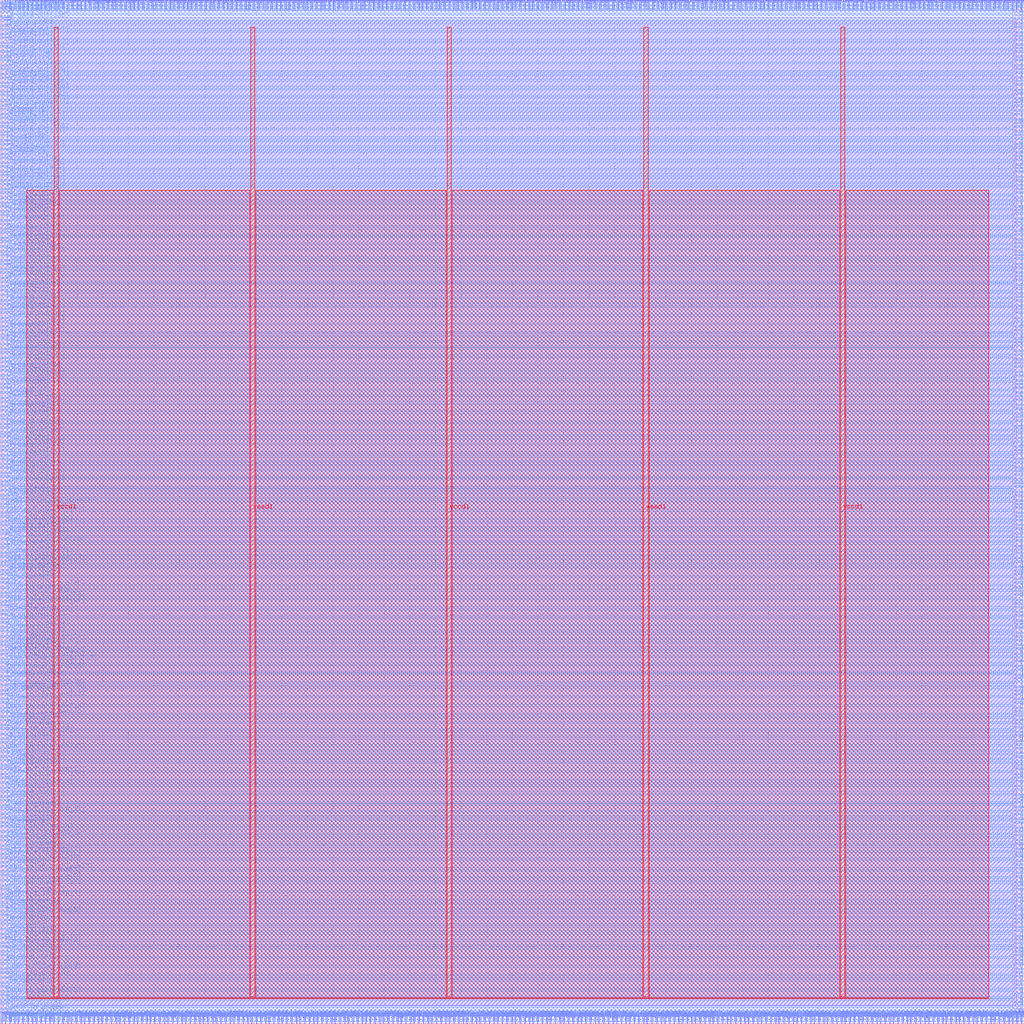
<source format=lef>
VERSION 5.7 ;
  NOWIREEXTENSIONATPIN ON ;
  DIVIDERCHAR "/" ;
  BUSBITCHARS "[]" ;
MACRO chip_controller
  CLASS BLOCK ;
  FOREIGN chip_controller ;
  ORIGIN 0.000 0.000 ;
  SIZE 400.000 BY 400.000 ;
  PIN addr0_to_sram[0]
    DIRECTION OUTPUT TRISTATE ;
    USE SIGNAL ;
    PORT
      LAYER met2 ;
        RECT 26.310 0.000 26.590 4.000 ;
    END
  END addr0_to_sram[0]
  PIN addr0_to_sram[10]
    DIRECTION OUTPUT TRISTATE ;
    USE SIGNAL ;
    PORT
      LAYER met3 ;
        RECT 0.000 71.440 4.000 72.040 ;
    END
  END addr0_to_sram[10]
  PIN addr0_to_sram[11]
    DIRECTION OUTPUT TRISTATE ;
    USE SIGNAL ;
    PORT
      LAYER met3 ;
        RECT 396.000 78.240 400.000 78.840 ;
    END
  END addr0_to_sram[11]
  PIN addr0_to_sram[12]
    DIRECTION OUTPUT TRISTATE ;
    USE SIGNAL ;
    PORT
      LAYER met3 ;
        RECT 0.000 91.840 4.000 92.440 ;
    END
  END addr0_to_sram[12]
  PIN addr0_to_sram[13]
    DIRECTION OUTPUT TRISTATE ;
    USE SIGNAL ;
    PORT
      LAYER met2 ;
        RECT 93.010 0.000 93.290 4.000 ;
    END
  END addr0_to_sram[13]
  PIN addr0_to_sram[14]
    DIRECTION OUTPUT TRISTATE ;
    USE SIGNAL ;
    PORT
      LAYER met2 ;
        RECT 87.030 396.000 87.310 400.000 ;
    END
  END addr0_to_sram[14]
  PIN addr0_to_sram[15]
    DIRECTION OUTPUT TRISTATE ;
    USE SIGNAL ;
    PORT
      LAYER met3 ;
        RECT 0.000 112.920 4.000 113.520 ;
    END
  END addr0_to_sram[15]
  PIN addr0_to_sram[16]
    DIRECTION OUTPUT TRISTATE ;
    USE SIGNAL ;
    PORT
      LAYER met3 ;
        RECT 396.000 102.040 400.000 102.640 ;
    END
  END addr0_to_sram[16]
  PIN addr0_to_sram[17]
    DIRECTION OUTPUT TRISTATE ;
    USE SIGNAL ;
    PORT
      LAYER met2 ;
        RECT 120.610 0.000 120.890 4.000 ;
    END
  END addr0_to_sram[17]
  PIN addr0_to_sram[18]
    DIRECTION OUTPUT TRISTATE ;
    USE SIGNAL ;
    PORT
      LAYER met3 ;
        RECT 396.000 117.000 400.000 117.600 ;
    END
  END addr0_to_sram[18]
  PIN addr0_to_sram[19]
    DIRECTION OUTPUT TRISTATE ;
    USE SIGNAL ;
    PORT
      LAYER met3 ;
        RECT 396.000 123.120 400.000 123.720 ;
    END
  END addr0_to_sram[19]
  PIN addr0_to_sram[1]
    DIRECTION OUTPUT TRISTATE ;
    USE SIGNAL ;
    PORT
      LAYER met3 ;
        RECT 0.000 7.520 4.000 8.120 ;
    END
  END addr0_to_sram[1]
  PIN addr0_to_sram[2]
    DIRECTION OUTPUT TRISTATE ;
    USE SIGNAL ;
    PORT
      LAYER met2 ;
        RECT 14.350 396.000 14.630 400.000 ;
    END
  END addr0_to_sram[2]
  PIN addr0_to_sram[3]
    DIRECTION OUTPUT TRISTATE ;
    USE SIGNAL ;
    PORT
      LAYER met3 ;
        RECT 0.000 17.720 4.000 18.320 ;
    END
  END addr0_to_sram[3]
  PIN addr0_to_sram[4]
    DIRECTION OUTPUT TRISTATE ;
    USE SIGNAL ;
    PORT
      LAYER met3 ;
        RECT 396.000 26.560 400.000 27.160 ;
    END
  END addr0_to_sram[4]
  PIN addr0_to_sram[5]
    DIRECTION OUTPUT TRISTATE ;
    USE SIGNAL ;
    PORT
      LAYER met3 ;
        RECT 396.000 39.480 400.000 40.080 ;
    END
  END addr0_to_sram[5]
  PIN addr0_to_sram[6]
    DIRECTION OUTPUT TRISTATE ;
    USE SIGNAL ;
    PORT
      LAYER met2 ;
        RECT 53.450 0.000 53.730 4.000 ;
    END
  END addr0_to_sram[6]
  PIN addr0_to_sram[7]
    DIRECTION OUTPUT TRISTATE ;
    USE SIGNAL ;
    PORT
      LAYER met3 ;
        RECT 396.000 58.520 400.000 59.120 ;
    END
  END addr0_to_sram[7]
  PIN addr0_to_sram[8]
    DIRECTION OUTPUT TRISTATE ;
    USE SIGNAL ;
    PORT
      LAYER met3 ;
        RECT 396.000 63.280 400.000 63.880 ;
    END
  END addr0_to_sram[8]
  PIN addr0_to_sram[9]
    DIRECTION OUTPUT TRISTATE ;
    USE SIGNAL ;
    PORT
      LAYER met3 ;
        RECT 396.000 66.680 400.000 67.280 ;
    END
  END addr0_to_sram[9]
  PIN addr_in[0]
    DIRECTION INPUT ;
    USE SIGNAL ;
    PORT
      LAYER met2 ;
        RECT 27.690 0.000 27.970 4.000 ;
    END
  END addr_in[0]
  PIN addr_in[10]
    DIRECTION INPUT ;
    USE SIGNAL ;
    PORT
      LAYER met2 ;
        RECT 79.210 0.000 79.490 4.000 ;
    END
  END addr_in[10]
  PIN addr_in[11]
    DIRECTION INPUT ;
    USE SIGNAL ;
    PORT
      LAYER met3 ;
        RECT 0.000 80.280 4.000 80.880 ;
    END
  END addr_in[11]
  PIN addr_in[12]
    DIRECTION INPUT ;
    USE SIGNAL ;
    PORT
      LAYER met3 ;
        RECT 0.000 93.880 4.000 94.480 ;
    END
  END addr_in[12]
  PIN addr_in[13]
    DIRECTION INPUT ;
    USE SIGNAL ;
    PORT
      LAYER met3 ;
        RECT 0.000 104.080 4.000 104.680 ;
    END
  END addr_in[13]
  PIN addr_in[14]
    DIRECTION INPUT ;
    USE SIGNAL ;
    PORT
      LAYER met3 ;
        RECT 396.000 92.520 400.000 93.120 ;
    END
  END addr_in[14]
  PIN addr_in[15]
    DIRECTION INPUT ;
    USE SIGNAL ;
    PORT
      LAYER met2 ;
        RECT 111.870 0.000 112.150 4.000 ;
    END
  END addr_in[15]
  PIN addr_in[16]
    DIRECTION INPUT ;
    USE SIGNAL ;
    PORT
      LAYER met2 ;
        RECT 100.830 396.000 101.110 400.000 ;
    END
  END addr_in[16]
  PIN addr_in[17]
    DIRECTION INPUT ;
    USE SIGNAL ;
    PORT
      LAYER met2 ;
        RECT 122.450 0.000 122.730 4.000 ;
    END
  END addr_in[17]
  PIN addr_in[18]
    DIRECTION INPUT ;
    USE SIGNAL ;
    PORT
      LAYER met2 ;
        RECT 118.310 396.000 118.590 400.000 ;
    END
  END addr_in[18]
  PIN addr_in[19]
    DIRECTION INPUT ;
    USE SIGNAL ;
    PORT
      LAYER met2 ;
        RECT 129.350 0.000 129.630 4.000 ;
    END
  END addr_in[19]
  PIN addr_in[1]
    DIRECTION INPUT ;
    USE SIGNAL ;
    PORT
      LAYER met2 ;
        RECT 32.750 0.000 33.030 4.000 ;
    END
  END addr_in[1]
  PIN addr_in[2]
    DIRECTION INPUT ;
    USE SIGNAL ;
    PORT
      LAYER met3 ;
        RECT 0.000 8.880 4.000 9.480 ;
    END
  END addr_in[2]
  PIN addr_in[3]
    DIRECTION INPUT ;
    USE SIGNAL ;
    PORT
      LAYER met3 ;
        RECT 396.000 21.120 400.000 21.720 ;
    END
  END addr_in[3]
  PIN addr_in[4]
    DIRECTION INPUT ;
    USE SIGNAL ;
    PORT
      LAYER met3 ;
        RECT 396.000 27.920 400.000 28.520 ;
    END
  END addr_in[4]
  PIN addr_in[5]
    DIRECTION INPUT ;
    USE SIGNAL ;
    PORT
      LAYER met3 ;
        RECT 396.000 40.840 400.000 41.440 ;
    END
  END addr_in[5]
  PIN addr_in[6]
    DIRECTION INPUT ;
    USE SIGNAL ;
    PORT
      LAYER met2 ;
        RECT 55.290 0.000 55.570 4.000 ;
    END
  END addr_in[6]
  PIN addr_in[7]
    DIRECTION INPUT ;
    USE SIGNAL ;
    PORT
      LAYER met3 ;
        RECT 0.000 46.960 4.000 47.560 ;
    END
  END addr_in[7]
  PIN addr_in[8]
    DIRECTION INPUT ;
    USE SIGNAL ;
    PORT
      LAYER met2 ;
        RECT 47.010 396.000 47.290 400.000 ;
    END
  END addr_in[8]
  PIN addr_in[9]
    DIRECTION INPUT ;
    USE SIGNAL ;
    PORT
      LAYER met2 ;
        RECT 57.590 396.000 57.870 400.000 ;
    END
  END addr_in[9]
  PIN addr_to_core_mem[0]
    DIRECTION OUTPUT TRISTATE ;
    USE SIGNAL ;
    PORT
      LAYER met3 ;
        RECT 396.000 5.480 400.000 6.080 ;
    END
  END addr_to_core_mem[0]
  PIN addr_to_core_mem[10]
    DIRECTION OUTPUT TRISTATE ;
    USE SIGNAL ;
    PORT
      LAYER met2 ;
        RECT 81.050 0.000 81.330 4.000 ;
    END
  END addr_to_core_mem[10]
  PIN addr_to_core_mem[11]
    DIRECTION OUTPUT TRISTATE ;
    USE SIGNAL ;
    PORT
      LAYER met3 ;
        RECT 396.000 79.600 400.000 80.200 ;
    END
  END addr_to_core_mem[11]
  PIN addr_to_core_mem[12]
    DIRECTION OUTPUT TRISTATE ;
    USE SIGNAL ;
    PORT
      LAYER met3 ;
        RECT 396.000 83.000 400.000 83.600 ;
    END
  END addr_to_core_mem[12]
  PIN addr_to_core_mem[13]
    DIRECTION OUTPUT TRISTATE ;
    USE SIGNAL ;
    PORT
      LAYER met3 ;
        RECT 0.000 106.120 4.000 106.720 ;
    END
  END addr_to_core_mem[13]
  PIN addr_to_core_mem[14]
    DIRECTION OUTPUT TRISTATE ;
    USE SIGNAL ;
    PORT
      LAYER met2 ;
        RECT 88.870 396.000 89.150 400.000 ;
    END
  END addr_to_core_mem[14]
  PIN addr_to_core_mem[15]
    DIRECTION OUTPUT TRISTATE ;
    USE SIGNAL ;
    PORT
      LAYER met3 ;
        RECT 396.000 97.280 400.000 97.880 ;
    END
  END addr_to_core_mem[15]
  PIN addr_to_core_mem[16]
    DIRECTION OUTPUT TRISTATE ;
    USE SIGNAL ;
    PORT
      LAYER met3 ;
        RECT 0.000 119.720 4.000 120.320 ;
    END
  END addr_to_core_mem[16]
  PIN addr_to_core_mem[17]
    DIRECTION OUTPUT TRISTATE ;
    USE SIGNAL ;
    PORT
      LAYER met3 ;
        RECT 0.000 126.520 4.000 127.120 ;
    END
  END addr_to_core_mem[17]
  PIN addr_to_core_mem[18]
    DIRECTION OUTPUT TRISTATE ;
    USE SIGNAL ;
    PORT
      LAYER met2 ;
        RECT 125.670 0.000 125.950 4.000 ;
    END
  END addr_to_core_mem[18]
  PIN addr_to_core_mem[19]
    DIRECTION OUTPUT TRISTATE ;
    USE SIGNAL ;
    PORT
      LAYER met3 ;
        RECT 396.000 125.160 400.000 125.760 ;
    END
  END addr_to_core_mem[19]
  PIN addr_to_core_mem[1]
    DIRECTION OUTPUT TRISTATE ;
    USE SIGNAL ;
    PORT
      LAYER met2 ;
        RECT 34.590 0.000 34.870 4.000 ;
    END
  END addr_to_core_mem[1]
  PIN addr_to_core_mem[2]
    DIRECTION OUTPUT TRISTATE ;
    USE SIGNAL ;
    PORT
      LAYER met2 ;
        RECT 15.730 396.000 16.010 400.000 ;
    END
  END addr_to_core_mem[2]
  PIN addr_to_core_mem[3]
    DIRECTION OUTPUT TRISTATE ;
    USE SIGNAL ;
    PORT
      LAYER met3 ;
        RECT 0.000 19.760 4.000 20.360 ;
    END
  END addr_to_core_mem[3]
  PIN addr_to_core_mem[4]
    DIRECTION OUTPUT TRISTATE ;
    USE SIGNAL ;
    PORT
      LAYER met2 ;
        RECT 46.550 0.000 46.830 4.000 ;
    END
  END addr_to_core_mem[4]
  PIN addr_to_core_mem[5]
    DIRECTION OUTPUT TRISTATE ;
    USE SIGNAL ;
    PORT
      LAYER met3 ;
        RECT 396.000 42.200 400.000 42.800 ;
    END
  END addr_to_core_mem[5]
  PIN addr_to_core_mem[6]
    DIRECTION OUTPUT TRISTATE ;
    USE SIGNAL ;
    PORT
      LAYER met3 ;
        RECT 396.000 50.360 400.000 50.960 ;
    END
  END addr_to_core_mem[6]
  PIN addr_to_core_mem[7]
    DIRECTION OUTPUT TRISTATE ;
    USE SIGNAL ;
    PORT
      LAYER met2 ;
        RECT 64.030 0.000 64.310 4.000 ;
    END
  END addr_to_core_mem[7]
  PIN addr_to_core_mem[8]
    DIRECTION OUTPUT TRISTATE ;
    USE SIGNAL ;
    PORT
      LAYER met2 ;
        RECT 48.850 396.000 49.130 400.000 ;
    END
  END addr_to_core_mem[8]
  PIN addr_to_core_mem[9]
    DIRECTION OUTPUT TRISTATE ;
    USE SIGNAL ;
    PORT
      LAYER met3 ;
        RECT 396.000 68.040 400.000 68.640 ;
    END
  END addr_to_core_mem[9]
  PIN clk
    DIRECTION OUTPUT TRISTATE ;
    USE SIGNAL ;
    PORT
      LAYER met2 ;
        RECT 3.770 0.000 4.050 4.000 ;
    END
  END clk
  PIN core0_data_print[0]
    DIRECTION INPUT ;
    USE SIGNAL ;
    PORT
      LAYER met3 ;
        RECT 0.000 0.720 4.000 1.320 ;
    END
  END core0_data_print[0]
  PIN core0_data_print[10]
    DIRECTION INPUT ;
    USE SIGNAL ;
    PORT
      LAYER met2 ;
        RECT 82.890 0.000 83.170 4.000 ;
    END
  END core0_data_print[10]
  PIN core0_data_print[11]
    DIRECTION INPUT ;
    USE SIGNAL ;
    PORT
      LAYER met2 ;
        RECT 67.710 396.000 67.990 400.000 ;
    END
  END core0_data_print[11]
  PIN core0_data_print[12]
    DIRECTION INPUT ;
    USE SIGNAL ;
    PORT
      LAYER met3 ;
        RECT 0.000 95.920 4.000 96.520 ;
    END
  END core0_data_print[12]
  PIN core0_data_print[13]
    DIRECTION INPUT ;
    USE SIGNAL ;
    PORT
      LAYER met2 ;
        RECT 78.290 396.000 78.570 400.000 ;
    END
  END core0_data_print[13]
  PIN core0_data_print[14]
    DIRECTION INPUT ;
    USE SIGNAL ;
    PORT
      LAYER met2 ;
        RECT 98.070 0.000 98.350 4.000 ;
    END
  END core0_data_print[14]
  PIN core0_data_print[15]
    DIRECTION INPUT ;
    USE SIGNAL ;
    PORT
      LAYER met2 ;
        RECT 92.090 396.000 92.370 400.000 ;
    END
  END core0_data_print[15]
  PIN core0_data_print[16]
    DIRECTION INPUT ;
    USE SIGNAL ;
    PORT
      LAYER met3 ;
        RECT 396.000 104.080 400.000 104.680 ;
    END
  END core0_data_print[16]
  PIN core0_data_print[17]
    DIRECTION INPUT ;
    USE SIGNAL ;
    PORT
      LAYER met3 ;
        RECT 396.000 107.480 400.000 108.080 ;
    END
  END core0_data_print[17]
  PIN core0_data_print[18]
    DIRECTION INPUT ;
    USE SIGNAL ;
    PORT
      LAYER met3 ;
        RECT 0.000 129.920 4.000 130.520 ;
    END
  END core0_data_print[18]
  PIN core0_data_print[19]
    DIRECTION INPUT ;
    USE SIGNAL ;
    PORT
      LAYER met3 ;
        RECT 0.000 137.400 4.000 138.000 ;
    END
  END core0_data_print[19]
  PIN core0_data_print[1]
    DIRECTION INPUT ;
    USE SIGNAL ;
    PORT
      LAYER met3 ;
        RECT 396.000 8.200 400.000 8.800 ;
    END
  END core0_data_print[1]
  PIN core0_data_print[20]
    DIRECTION INPUT ;
    USE SIGNAL ;
    PORT
      LAYER met3 ;
        RECT 0.000 142.160 4.000 142.760 ;
    END
  END core0_data_print[20]
  PIN core0_data_print[21]
    DIRECTION INPUT ;
    USE SIGNAL ;
    PORT
      LAYER met3 ;
        RECT 0.000 148.960 4.000 149.560 ;
    END
  END core0_data_print[21]
  PIN core0_data_print[22]
    DIRECTION INPUT ;
    USE SIGNAL ;
    PORT
      LAYER met2 ;
        RECT 146.370 0.000 146.650 4.000 ;
    END
  END core0_data_print[22]
  PIN core0_data_print[23]
    DIRECTION INPUT ;
    USE SIGNAL ;
    PORT
      LAYER met2 ;
        RECT 148.210 0.000 148.490 4.000 ;
    END
  END core0_data_print[23]
  PIN core0_data_print[24]
    DIRECTION INPUT ;
    USE SIGNAL ;
    PORT
      LAYER met3 ;
        RECT 0.000 163.240 4.000 163.840 ;
    END
  END core0_data_print[24]
  PIN core0_data_print[25]
    DIRECTION INPUT ;
    USE SIGNAL ;
    PORT
      LAYER met3 ;
        RECT 396.000 159.160 400.000 159.760 ;
    END
  END core0_data_print[25]
  PIN core0_data_print[26]
    DIRECTION INPUT ;
    USE SIGNAL ;
    PORT
      LAYER met3 ;
        RECT 396.000 163.920 400.000 164.520 ;
    END
  END core0_data_print[26]
  PIN core0_data_print[27]
    DIRECTION INPUT ;
    USE SIGNAL ;
    PORT
      LAYER met2 ;
        RECT 167.070 0.000 167.350 4.000 ;
    END
  END core0_data_print[27]
  PIN core0_data_print[28]
    DIRECTION INPUT ;
    USE SIGNAL ;
    PORT
      LAYER met2 ;
        RECT 168.450 0.000 168.730 4.000 ;
    END
  END core0_data_print[28]
  PIN core0_data_print[29]
    DIRECTION INPUT ;
    USE SIGNAL ;
    PORT
      LAYER met2 ;
        RECT 175.350 0.000 175.630 4.000 ;
    END
  END core0_data_print[29]
  PIN core0_data_print[2]
    DIRECTION INPUT ;
    USE SIGNAL ;
    PORT
      LAYER met2 ;
        RECT 17.570 396.000 17.850 400.000 ;
    END
  END core0_data_print[2]
  PIN core0_data_print[30]
    DIRECTION INPUT ;
    USE SIGNAL ;
    PORT
      LAYER met2 ;
        RECT 180.870 0.000 181.150 4.000 ;
    END
  END core0_data_print[30]
  PIN core0_data_print[31]
    DIRECTION INPUT ;
    USE SIGNAL ;
    PORT
      LAYER met3 ;
        RECT 396.000 183.640 400.000 184.240 ;
    END
  END core0_data_print[31]
  PIN core0_data_print[3]
    DIRECTION INPUT ;
    USE SIGNAL ;
    PORT
      LAYER met3 ;
        RECT 0.000 21.120 4.000 21.720 ;
    END
  END core0_data_print[3]
  PIN core0_data_print[4]
    DIRECTION INPUT ;
    USE SIGNAL ;
    PORT
      LAYER met3 ;
        RECT 396.000 29.280 400.000 29.880 ;
    END
  END core0_data_print[4]
  PIN core0_data_print[5]
    DIRECTION INPUT ;
    USE SIGNAL ;
    PORT
      LAYER met3 ;
        RECT 396.000 44.240 400.000 44.840 ;
    END
  END core0_data_print[5]
  PIN core0_data_print[6]
    DIRECTION INPUT ;
    USE SIGNAL ;
    PORT
      LAYER met2 ;
        RECT 57.130 0.000 57.410 4.000 ;
    END
  END core0_data_print[6]
  PIN core0_data_print[7]
    DIRECTION INPUT ;
    USE SIGNAL ;
    PORT
      LAYER met2 ;
        RECT 40.110 396.000 40.390 400.000 ;
    END
  END core0_data_print[7]
  PIN core0_data_print[8]
    DIRECTION INPUT ;
    USE SIGNAL ;
    PORT
      LAYER met3 ;
        RECT 0.000 53.760 4.000 54.360 ;
    END
  END core0_data_print[8]
  PIN core0_data_print[9]
    DIRECTION INPUT ;
    USE SIGNAL ;
    PORT
      LAYER met3 ;
        RECT 0.000 62.600 4.000 63.200 ;
    END
  END core0_data_print[9]
  PIN csb0_to_sram
    DIRECTION OUTPUT TRISTATE ;
    USE SIGNAL ;
    PORT
      LAYER met3 ;
        RECT 396.000 2.080 400.000 2.680 ;
    END
  END csb0_to_sram
  PIN data_out_to_core[0]
    DIRECTION OUTPUT TRISTATE ;
    USE SIGNAL ;
    PORT
      LAYER met2 ;
        RECT 29.530 0.000 29.810 4.000 ;
    END
  END data_out_to_core[0]
  PIN data_out_to_core[10]
    DIRECTION OUTPUT TRISTATE ;
    USE SIGNAL ;
    PORT
      LAYER met3 ;
        RECT 396.000 73.480 400.000 74.080 ;
    END
  END data_out_to_core[10]
  PIN data_out_to_core[11]
    DIRECTION OUTPUT TRISTATE ;
    USE SIGNAL ;
    PORT
      LAYER met3 ;
        RECT 0.000 81.640 4.000 82.240 ;
    END
  END data_out_to_core[11]
  PIN data_out_to_core[12]
    DIRECTION OUTPUT TRISTATE ;
    USE SIGNAL ;
    PORT
      LAYER met3 ;
        RECT 0.000 97.280 4.000 97.880 ;
    END
  END data_out_to_core[12]
  PIN data_out_to_core[13]
    DIRECTION OUTPUT TRISTATE ;
    USE SIGNAL ;
    PORT
      LAYER met2 ;
        RECT 80.130 396.000 80.410 400.000 ;
    END
  END data_out_to_core[13]
  PIN data_out_to_core[14]
    DIRECTION OUTPUT TRISTATE ;
    USE SIGNAL ;
    PORT
      LAYER met2 ;
        RECT 99.910 0.000 100.190 4.000 ;
    END
  END data_out_to_core[14]
  PIN data_out_to_core[15]
    DIRECTION OUTPUT TRISTATE ;
    USE SIGNAL ;
    PORT
      LAYER met2 ;
        RECT 93.930 396.000 94.210 400.000 ;
    END
  END data_out_to_core[15]
  PIN data_out_to_core[16]
    DIRECTION OUTPUT TRISTATE ;
    USE SIGNAL ;
    PORT
      LAYER met2 ;
        RECT 102.670 396.000 102.950 400.000 ;
    END
  END data_out_to_core[16]
  PIN data_out_to_core[17]
    DIRECTION OUTPUT TRISTATE ;
    USE SIGNAL ;
    PORT
      LAYER met3 ;
        RECT 396.000 108.840 400.000 109.440 ;
    END
  END data_out_to_core[17]
  PIN data_out_to_core[18]
    DIRECTION OUTPUT TRISTATE ;
    USE SIGNAL ;
    PORT
      LAYER met2 ;
        RECT 119.690 396.000 119.970 400.000 ;
    END
  END data_out_to_core[18]
  PIN data_out_to_core[19]
    DIRECTION OUTPUT TRISTATE ;
    USE SIGNAL ;
    PORT
      LAYER met2 ;
        RECT 130.730 0.000 131.010 4.000 ;
    END
  END data_out_to_core[19]
  PIN data_out_to_core[1]
    DIRECTION OUTPUT TRISTATE ;
    USE SIGNAL ;
    PORT
      LAYER met2 ;
        RECT 36.430 0.000 36.710 4.000 ;
    END
  END data_out_to_core[1]
  PIN data_out_to_core[20]
    DIRECTION OUTPUT TRISTATE ;
    USE SIGNAL ;
    PORT
      LAYER met3 ;
        RECT 0.000 144.200 4.000 144.800 ;
    END
  END data_out_to_core[20]
  PIN data_out_to_core[21]
    DIRECTION OUTPUT TRISTATE ;
    USE SIGNAL ;
    PORT
      LAYER met3 ;
        RECT 396.000 134.680 400.000 135.280 ;
    END
  END data_out_to_core[21]
  PIN data_out_to_core[22]
    DIRECTION OUTPUT TRISTATE ;
    USE SIGNAL ;
    PORT
      LAYER met2 ;
        RECT 140.850 396.000 141.130 400.000 ;
    END
  END data_out_to_core[22]
  PIN data_out_to_core[23]
    DIRECTION OUTPUT TRISTATE ;
    USE SIGNAL ;
    PORT
      LAYER met3 ;
        RECT 396.000 142.840 400.000 143.440 ;
    END
  END data_out_to_core[23]
  PIN data_out_to_core[24]
    DIRECTION OUTPUT TRISTATE ;
    USE SIGNAL ;
    PORT
      LAYER met3 ;
        RECT 0.000 164.600 4.000 165.200 ;
    END
  END data_out_to_core[24]
  PIN data_out_to_core[25]
    DIRECTION OUTPUT TRISTATE ;
    USE SIGNAL ;
    PORT
      LAYER met3 ;
        RECT 0.000 170.040 4.000 170.640 ;
    END
  END data_out_to_core[25]
  PIN data_out_to_core[26]
    DIRECTION OUTPUT TRISTATE ;
    USE SIGNAL ;
    PORT
      LAYER met2 ;
        RECT 163.390 396.000 163.670 400.000 ;
    END
  END data_out_to_core[26]
  PIN data_out_to_core[27]
    DIRECTION OUTPUT TRISTATE ;
    USE SIGNAL ;
    PORT
      LAYER met3 ;
        RECT 0.000 178.880 4.000 179.480 ;
    END
  END data_out_to_core[27]
  PIN data_out_to_core[28]
    DIRECTION OUTPUT TRISTATE ;
    USE SIGNAL ;
    PORT
      LAYER met2 ;
        RECT 177.190 396.000 177.470 400.000 ;
    END
  END data_out_to_core[28]
  PIN data_out_to_core[29]
    DIRECTION OUTPUT TRISTATE ;
    USE SIGNAL ;
    PORT
      LAYER met3 ;
        RECT 396.000 176.840 400.000 177.440 ;
    END
  END data_out_to_core[29]
  PIN data_out_to_core[2]
    DIRECTION OUTPUT TRISTATE ;
    USE SIGNAL ;
    PORT
      LAYER met2 ;
        RECT 41.490 0.000 41.770 4.000 ;
    END
  END data_out_to_core[2]
  PIN data_out_to_core[30]
    DIRECTION OUTPUT TRISTATE ;
    USE SIGNAL ;
    PORT
      LAYER met3 ;
        RECT 0.000 194.520 4.000 195.120 ;
    END
  END data_out_to_core[30]
  PIN data_out_to_core[31]
    DIRECTION OUTPUT TRISTATE ;
    USE SIGNAL ;
    PORT
      LAYER met3 ;
        RECT 0.000 199.280 4.000 199.880 ;
    END
  END data_out_to_core[31]
  PIN data_out_to_core[3]
    DIRECTION OUTPUT TRISTATE ;
    USE SIGNAL ;
    PORT
      LAYER met3 ;
        RECT 396.000 23.160 400.000 23.760 ;
    END
  END data_out_to_core[3]
  PIN data_out_to_core[4]
    DIRECTION OUTPUT TRISTATE ;
    USE SIGNAL ;
    PORT
      LAYER met3 ;
        RECT 0.000 29.960 4.000 30.560 ;
    END
  END data_out_to_core[4]
  PIN data_out_to_core[5]
    DIRECTION OUTPUT TRISTATE ;
    USE SIGNAL ;
    PORT
      LAYER met3 ;
        RECT 0.000 31.320 4.000 31.920 ;
    END
  END data_out_to_core[5]
  PIN data_out_to_core[6]
    DIRECTION OUTPUT TRISTATE ;
    USE SIGNAL ;
    PORT
      LAYER met3 ;
        RECT 396.000 52.400 400.000 53.000 ;
    END
  END data_out_to_core[6]
  PIN data_out_to_core[7]
    DIRECTION OUTPUT TRISTATE ;
    USE SIGNAL ;
    PORT
      LAYER met3 ;
        RECT 0.000 49.000 4.000 49.600 ;
    END
  END data_out_to_core[7]
  PIN data_out_to_core[8]
    DIRECTION OUTPUT TRISTATE ;
    USE SIGNAL ;
    PORT
      LAYER met3 ;
        RECT 0.000 55.800 4.000 56.400 ;
    END
  END data_out_to_core[8]
  PIN data_out_to_core[9]
    DIRECTION OUTPUT TRISTATE ;
    USE SIGNAL ;
    PORT
      LAYER met3 ;
        RECT 0.000 64.640 4.000 65.240 ;
    END
  END data_out_to_core[9]
  PIN data_to_core_mem[0]
    DIRECTION OUTPUT TRISTATE ;
    USE SIGNAL ;
    PORT
      LAYER met3 ;
        RECT 396.000 6.840 400.000 7.440 ;
    END
  END data_to_core_mem[0]
  PIN data_to_core_mem[10]
    DIRECTION OUTPUT TRISTATE ;
    USE SIGNAL ;
    PORT
      LAYER met3 ;
        RECT 0.000 72.800 4.000 73.400 ;
    END
  END data_to_core_mem[10]
  PIN data_to_core_mem[11]
    DIRECTION OUTPUT TRISTATE ;
    USE SIGNAL ;
    PORT
      LAYER met2 ;
        RECT 86.110 0.000 86.390 4.000 ;
    END
  END data_to_core_mem[11]
  PIN data_to_core_mem[12]
    DIRECTION OUTPUT TRISTATE ;
    USE SIGNAL ;
    PORT
      LAYER met2 ;
        RECT 87.950 0.000 88.230 4.000 ;
    END
  END data_to_core_mem[12]
  PIN data_to_core_mem[13]
    DIRECTION OUTPUT TRISTATE ;
    USE SIGNAL ;
    PORT
      LAYER met2 ;
        RECT 81.970 396.000 82.250 400.000 ;
    END
  END data_to_core_mem[13]
  PIN data_to_core_mem[14]
    DIRECTION OUTPUT TRISTATE ;
    USE SIGNAL ;
    PORT
      LAYER met3 ;
        RECT 396.000 94.560 400.000 95.160 ;
    END
  END data_to_core_mem[14]
  PIN data_to_core_mem[15]
    DIRECTION OUTPUT TRISTATE ;
    USE SIGNAL ;
    PORT
      LAYER met2 ;
        RECT 113.710 0.000 113.990 4.000 ;
    END
  END data_to_core_mem[15]
  PIN data_to_core_mem[16]
    DIRECTION OUTPUT TRISTATE ;
    USE SIGNAL ;
    PORT
      LAYER met3 ;
        RECT 0.000 121.760 4.000 122.360 ;
    END
  END data_to_core_mem[16]
  PIN data_to_core_mem[17]
    DIRECTION OUTPUT TRISTATE ;
    USE SIGNAL ;
    PORT
      LAYER met2 ;
        RECT 111.410 396.000 111.690 400.000 ;
    END
  END data_to_core_mem[17]
  PIN data_to_core_mem[18]
    DIRECTION OUTPUT TRISTATE ;
    USE SIGNAL ;
    PORT
      LAYER met3 ;
        RECT 0.000 131.960 4.000 132.560 ;
    END
  END data_to_core_mem[18]
  PIN data_to_core_mem[19]
    DIRECTION OUTPUT TRISTATE ;
    USE SIGNAL ;
    PORT
      LAYER met3 ;
        RECT 396.000 126.520 400.000 127.120 ;
    END
  END data_to_core_mem[19]
  PIN data_to_core_mem[1]
    DIRECTION OUTPUT TRISTATE ;
    USE SIGNAL ;
    PORT
      LAYER met2 ;
        RECT 8.830 396.000 9.110 400.000 ;
    END
  END data_to_core_mem[1]
  PIN data_to_core_mem[20]
    DIRECTION OUTPUT TRISTATE ;
    USE SIGNAL ;
    PORT
      LAYER met2 ;
        RECT 135.790 0.000 136.070 4.000 ;
    END
  END data_to_core_mem[20]
  PIN data_to_core_mem[21]
    DIRECTION OUTPUT TRISTATE ;
    USE SIGNAL ;
    PORT
      LAYER met3 ;
        RECT 396.000 136.040 400.000 136.640 ;
    END
  END data_to_core_mem[21]
  PIN data_to_core_mem[22]
    DIRECTION OUTPUT TRISTATE ;
    USE SIGNAL ;
    PORT
      LAYER met2 ;
        RECT 142.230 396.000 142.510 400.000 ;
    END
  END data_to_core_mem[22]
  PIN data_to_core_mem[23]
    DIRECTION OUTPUT TRISTATE ;
    USE SIGNAL ;
    PORT
      LAYER met3 ;
        RECT 396.000 144.200 400.000 144.800 ;
    END
  END data_to_core_mem[23]
  PIN data_to_core_mem[24]
    DIRECTION OUTPUT TRISTATE ;
    USE SIGNAL ;
    PORT
      LAYER met3 ;
        RECT 0.000 166.640 4.000 167.240 ;
    END
  END data_to_core_mem[24]
  PIN data_to_core_mem[25]
    DIRECTION OUTPUT TRISTATE ;
    USE SIGNAL ;
    PORT
      LAYER met2 ;
        RECT 154.650 396.000 154.930 400.000 ;
    END
  END data_to_core_mem[25]
  PIN data_to_core_mem[26]
    DIRECTION OUTPUT TRISTATE ;
    USE SIGNAL ;
    PORT
      LAYER met2 ;
        RECT 164.770 396.000 165.050 400.000 ;
    END
  END data_to_core_mem[26]
  PIN data_to_core_mem[27]
    DIRECTION OUTPUT TRISTATE ;
    USE SIGNAL ;
    PORT
      LAYER met3 ;
        RECT 0.000 180.240 4.000 180.840 ;
    END
  END data_to_core_mem[27]
  PIN data_to_core_mem[28]
    DIRECTION OUTPUT TRISTATE ;
    USE SIGNAL ;
    PORT
      LAYER met3 ;
        RECT 396.000 175.480 400.000 176.080 ;
    END
  END data_to_core_mem[28]
  PIN data_to_core_mem[29]
    DIRECTION OUTPUT TRISTATE ;
    USE SIGNAL ;
    PORT
      LAYER met3 ;
        RECT 0.000 187.040 4.000 187.640 ;
    END
  END data_to_core_mem[29]
  PIN data_to_core_mem[2]
    DIRECTION OUTPUT TRISTATE ;
    USE SIGNAL ;
    PORT
      LAYER met3 ;
        RECT 0.000 10.920 4.000 11.520 ;
    END
  END data_to_core_mem[2]
  PIN data_to_core_mem[30]
    DIRECTION OUTPUT TRISTATE ;
    USE SIGNAL ;
    PORT
      LAYER met2 ;
        RECT 182.250 0.000 182.530 4.000 ;
    END
  END data_to_core_mem[30]
  PIN data_to_core_mem[31]
    DIRECTION OUTPUT TRISTATE ;
    USE SIGNAL ;
    PORT
      LAYER met2 ;
        RECT 190.990 0.000 191.270 4.000 ;
    END
  END data_to_core_mem[31]
  PIN data_to_core_mem[3]
    DIRECTION OUTPUT TRISTATE ;
    USE SIGNAL ;
    PORT
      LAYER met2 ;
        RECT 43.330 0.000 43.610 4.000 ;
    END
  END data_to_core_mem[3]
  PIN data_to_core_mem[4]
    DIRECTION OUTPUT TRISTATE ;
    USE SIGNAL ;
    PORT
      LAYER met3 ;
        RECT 396.000 31.320 400.000 31.920 ;
    END
  END data_to_core_mem[4]
  PIN data_to_core_mem[5]
    DIRECTION OUTPUT TRISTATE ;
    USE SIGNAL ;
    PORT
      LAYER met3 ;
        RECT 396.000 45.600 400.000 46.200 ;
    END
  END data_to_core_mem[5]
  PIN data_to_core_mem[6]
    DIRECTION OUTPUT TRISTATE ;
    USE SIGNAL ;
    PORT
      LAYER met3 ;
        RECT 0.000 42.200 4.000 42.800 ;
    END
  END data_to_core_mem[6]
  PIN data_to_core_mem[7]
    DIRECTION OUTPUT TRISTATE ;
    USE SIGNAL ;
    PORT
      LAYER met2 ;
        RECT 65.410 0.000 65.690 4.000 ;
    END
  END data_to_core_mem[7]
  PIN data_to_core_mem[8]
    DIRECTION OUTPUT TRISTATE ;
    USE SIGNAL ;
    PORT
      LAYER met3 ;
        RECT 0.000 57.840 4.000 58.440 ;
    END
  END data_to_core_mem[8]
  PIN data_to_core_mem[9]
    DIRECTION OUTPUT TRISTATE ;
    USE SIGNAL ;
    PORT
      LAYER met3 ;
        RECT 0.000 66.000 4.000 66.600 ;
    END
  END data_to_core_mem[9]
  PIN din0_to_sram[0]
    DIRECTION OUTPUT TRISTATE ;
    USE SIGNAL ;
    PORT
      LAYER met3 ;
        RECT 0.000 2.080 4.000 2.680 ;
    END
  END din0_to_sram[0]
  PIN din0_to_sram[10]
    DIRECTION OUTPUT TRISTATE ;
    USE SIGNAL ;
    PORT
      LAYER met2 ;
        RECT 62.650 396.000 62.930 400.000 ;
    END
  END din0_to_sram[10]
  PIN din0_to_sram[11]
    DIRECTION OUTPUT TRISTATE ;
    USE SIGNAL ;
    PORT
      LAYER met3 ;
        RECT 0.000 83.680 4.000 84.280 ;
    END
  END din0_to_sram[11]
  PIN din0_to_sram[12]
    DIRECTION OUTPUT TRISTATE ;
    USE SIGNAL ;
    PORT
      LAYER met3 ;
        RECT 396.000 84.360 400.000 84.960 ;
    END
  END din0_to_sram[12]
  PIN din0_to_sram[13]
    DIRECTION OUTPUT TRISTATE ;
    USE SIGNAL ;
    PORT
      LAYER met2 ;
        RECT 94.850 0.000 95.130 4.000 ;
    END
  END din0_to_sram[13]
  PIN din0_to_sram[14]
    DIRECTION OUTPUT TRISTATE ;
    USE SIGNAL ;
    PORT
      LAYER met2 ;
        RECT 101.750 0.000 102.030 4.000 ;
    END
  END din0_to_sram[14]
  PIN din0_to_sram[15]
    DIRECTION OUTPUT TRISTATE ;
    USE SIGNAL ;
    PORT
      LAYER met3 ;
        RECT 0.000 114.960 4.000 115.560 ;
    END
  END din0_to_sram[15]
  PIN din0_to_sram[16]
    DIRECTION OUTPUT TRISTATE ;
    USE SIGNAL ;
    PORT
      LAYER met2 ;
        RECT 104.050 396.000 104.330 400.000 ;
    END
  END din0_to_sram[16]
  PIN din0_to_sram[17]
    DIRECTION OUTPUT TRISTATE ;
    USE SIGNAL ;
    PORT
      LAYER met3 ;
        RECT 396.000 110.200 400.000 110.800 ;
    END
  END din0_to_sram[17]
  PIN din0_to_sram[18]
    DIRECTION OUTPUT TRISTATE ;
    USE SIGNAL ;
    PORT
      LAYER met2 ;
        RECT 121.530 396.000 121.810 400.000 ;
    END
  END din0_to_sram[18]
  PIN din0_to_sram[19]
    DIRECTION OUTPUT TRISTATE ;
    USE SIGNAL ;
    PORT
      LAYER met3 ;
        RECT 396.000 128.560 400.000 129.160 ;
    END
  END din0_to_sram[19]
  PIN din0_to_sram[1]
    DIRECTION OUTPUT TRISTATE ;
    USE SIGNAL ;
    PORT
      LAYER met3 ;
        RECT 396.000 10.240 400.000 10.840 ;
    END
  END din0_to_sram[1]
  PIN din0_to_sram[20]
    DIRECTION OUTPUT TRISTATE ;
    USE SIGNAL ;
    PORT
      LAYER met2 ;
        RECT 137.630 0.000 137.910 4.000 ;
    END
  END din0_to_sram[20]
  PIN din0_to_sram[21]
    DIRECTION OUTPUT TRISTATE ;
    USE SIGNAL ;
    PORT
      LAYER met2 ;
        RECT 142.690 0.000 142.970 4.000 ;
    END
  END din0_to_sram[21]
  PIN din0_to_sram[22]
    DIRECTION OUTPUT TRISTATE ;
    USE SIGNAL ;
    PORT
      LAYER met3 ;
        RECT 0.000 154.400 4.000 155.000 ;
    END
  END din0_to_sram[22]
  PIN din0_to_sram[23]
    DIRECTION OUTPUT TRISTATE ;
    USE SIGNAL ;
    PORT
      LAYER met2 ;
        RECT 149.590 0.000 149.870 4.000 ;
    END
  END din0_to_sram[23]
  PIN din0_to_sram[24]
    DIRECTION OUTPUT TRISTATE ;
    USE SIGNAL ;
    PORT
      LAYER met3 ;
        RECT 0.000 168.000 4.000 168.600 ;
    END
  END din0_to_sram[24]
  PIN din0_to_sram[25]
    DIRECTION OUTPUT TRISTATE ;
    USE SIGNAL ;
    PORT
      LAYER met2 ;
        RECT 156.030 396.000 156.310 400.000 ;
    END
  END din0_to_sram[25]
  PIN din0_to_sram[26]
    DIRECTION OUTPUT TRISTATE ;
    USE SIGNAL ;
    PORT
      LAYER met2 ;
        RECT 161.550 0.000 161.830 4.000 ;
    END
  END din0_to_sram[26]
  PIN din0_to_sram[27]
    DIRECTION OUTPUT TRISTATE ;
    USE SIGNAL ;
    PORT
      LAYER met3 ;
        RECT 396.000 168.680 400.000 169.280 ;
    END
  END din0_to_sram[27]
  PIN din0_to_sram[28]
    DIRECTION OUTPUT TRISTATE ;
    USE SIGNAL ;
    PORT
      LAYER met3 ;
        RECT 0.000 183.640 4.000 184.240 ;
    END
  END din0_to_sram[28]
  PIN din0_to_sram[29]
    DIRECTION OUTPUT TRISTATE ;
    USE SIGNAL ;
    PORT
      LAYER met3 ;
        RECT 0.000 189.080 4.000 189.680 ;
    END
  END din0_to_sram[29]
  PIN din0_to_sram[2]
    DIRECTION OUTPUT TRISTATE ;
    USE SIGNAL ;
    PORT
      LAYER met2 ;
        RECT 19.410 396.000 19.690 400.000 ;
    END
  END din0_to_sram[2]
  PIN din0_to_sram[30]
    DIRECTION OUTPUT TRISTATE ;
    USE SIGNAL ;
    PORT
      LAYER met3 ;
        RECT 396.000 180.240 400.000 180.840 ;
    END
  END din0_to_sram[30]
  PIN din0_to_sram[31]
    DIRECTION OUTPUT TRISTATE ;
    USE SIGNAL ;
    PORT
      LAYER met3 ;
        RECT 0.000 201.320 4.000 201.920 ;
    END
  END din0_to_sram[31]
  PIN din0_to_sram[3]
    DIRECTION OUTPUT TRISTATE ;
    USE SIGNAL ;
    PORT
      LAYER met3 ;
        RECT 396.000 24.520 400.000 25.120 ;
    END
  END din0_to_sram[3]
  PIN din0_to_sram[4]
    DIRECTION OUTPUT TRISTATE ;
    USE SIGNAL ;
    PORT
      LAYER met2 ;
        RECT 48.390 0.000 48.670 4.000 ;
    END
  END din0_to_sram[4]
  PIN din0_to_sram[5]
    DIRECTION OUTPUT TRISTATE ;
    USE SIGNAL ;
    PORT
      LAYER met3 ;
        RECT 0.000 33.360 4.000 33.960 ;
    END
  END din0_to_sram[5]
  PIN din0_to_sram[6]
    DIRECTION OUTPUT TRISTATE ;
    USE SIGNAL ;
    PORT
      LAYER met3 ;
        RECT 396.000 53.760 400.000 54.360 ;
    END
  END din0_to_sram[6]
  PIN din0_to_sram[7]
    DIRECTION OUTPUT TRISTATE ;
    USE SIGNAL ;
    PORT
      LAYER met3 ;
        RECT 0.000 50.360 4.000 50.960 ;
    END
  END din0_to_sram[7]
  PIN din0_to_sram[8]
    DIRECTION OUTPUT TRISTATE ;
    USE SIGNAL ;
    PORT
      LAYER met2 ;
        RECT 50.690 396.000 50.970 400.000 ;
    END
  END din0_to_sram[8]
  PIN din0_to_sram[9]
    DIRECTION OUTPUT TRISTATE ;
    USE SIGNAL ;
    PORT
      LAYER met3 ;
        RECT 0.000 68.040 4.000 68.640 ;
    END
  END din0_to_sram[9]
  PIN dout0_to_sram[0]
    DIRECTION INPUT ;
    USE SIGNAL ;
    PORT
      LAYER met3 ;
        RECT 0.000 4.120 4.000 4.720 ;
    END
  END dout0_to_sram[0]
  PIN dout0_to_sram[10]
    DIRECTION INPUT ;
    USE SIGNAL ;
    PORT
      LAYER met3 ;
        RECT 0.000 74.840 4.000 75.440 ;
    END
  END dout0_to_sram[10]
  PIN dout0_to_sram[11]
    DIRECTION INPUT ;
    USE SIGNAL ;
    PORT
      LAYER met2 ;
        RECT 69.550 396.000 69.830 400.000 ;
    END
  END dout0_to_sram[11]
  PIN dout0_to_sram[12]
    DIRECTION INPUT ;
    USE SIGNAL ;
    PORT
      LAYER met2 ;
        RECT 74.610 396.000 74.890 400.000 ;
    END
  END dout0_to_sram[12]
  PIN dout0_to_sram[13]
    DIRECTION INPUT ;
    USE SIGNAL ;
    PORT
      LAYER met2 ;
        RECT 83.350 396.000 83.630 400.000 ;
    END
  END dout0_to_sram[13]
  PIN dout0_to_sram[14]
    DIRECTION INPUT ;
    USE SIGNAL ;
    PORT
      LAYER met2 ;
        RECT 103.590 0.000 103.870 4.000 ;
    END
  END dout0_to_sram[14]
  PIN dout0_to_sram[15]
    DIRECTION INPUT ;
    USE SIGNAL ;
    PORT
      LAYER met2 ;
        RECT 95.770 396.000 96.050 400.000 ;
    END
  END dout0_to_sram[15]
  PIN dout0_to_sram[16]
    DIRECTION INPUT ;
    USE SIGNAL ;
    PORT
      LAYER met3 ;
        RECT 0.000 123.120 4.000 123.720 ;
    END
  END dout0_to_sram[16]
  PIN dout0_to_sram[17]
    DIRECTION INPUT ;
    USE SIGNAL ;
    PORT
      LAYER met3 ;
        RECT 396.000 112.240 400.000 112.840 ;
    END
  END dout0_to_sram[17]
  PIN dout0_to_sram[18]
    DIRECTION INPUT ;
    USE SIGNAL ;
    PORT
      LAYER met2 ;
        RECT 127.510 0.000 127.790 4.000 ;
    END
  END dout0_to_sram[18]
  PIN dout0_to_sram[19]
    DIRECTION INPUT ;
    USE SIGNAL ;
    PORT
      LAYER met3 ;
        RECT 0.000 138.760 4.000 139.360 ;
    END
  END dout0_to_sram[19]
  PIN dout0_to_sram[1]
    DIRECTION INPUT ;
    USE SIGNAL ;
    PORT
      LAYER met2 ;
        RECT 38.270 0.000 38.550 4.000 ;
    END
  END dout0_to_sram[1]
  PIN dout0_to_sram[20]
    DIRECTION INPUT ;
    USE SIGNAL ;
    PORT
      LAYER met2 ;
        RECT 132.110 396.000 132.390 400.000 ;
    END
  END dout0_to_sram[20]
  PIN dout0_to_sram[21]
    DIRECTION INPUT ;
    USE SIGNAL ;
    PORT
      LAYER met2 ;
        RECT 135.330 396.000 135.610 400.000 ;
    END
  END dout0_to_sram[21]
  PIN dout0_to_sram[22]
    DIRECTION INPUT ;
    USE SIGNAL ;
    PORT
      LAYER met2 ;
        RECT 144.070 396.000 144.350 400.000 ;
    END
  END dout0_to_sram[22]
  PIN dout0_to_sram[23]
    DIRECTION INPUT ;
    USE SIGNAL ;
    PORT
      LAYER met3 ;
        RECT 0.000 159.840 4.000 160.440 ;
    END
  END dout0_to_sram[23]
  PIN dout0_to_sram[24]
    DIRECTION INPUT ;
    USE SIGNAL ;
    PORT
      LAYER met3 ;
        RECT 396.000 154.400 400.000 155.000 ;
    END
  END dout0_to_sram[24]
  PIN dout0_to_sram[25]
    DIRECTION INPUT ;
    USE SIGNAL ;
    PORT
      LAYER met2 ;
        RECT 157.870 396.000 158.150 400.000 ;
    END
  END dout0_to_sram[25]
  PIN dout0_to_sram[26]
    DIRECTION INPUT ;
    USE SIGNAL ;
    PORT
      LAYER met3 ;
        RECT 396.000 165.280 400.000 165.880 ;
    END
  END dout0_to_sram[26]
  PIN dout0_to_sram[27]
    DIRECTION INPUT ;
    USE SIGNAL ;
    PORT
      LAYER met3 ;
        RECT 0.000 182.280 4.000 182.880 ;
    END
  END dout0_to_sram[27]
  PIN dout0_to_sram[28]
    DIRECTION INPUT ;
    USE SIGNAL ;
    PORT
      LAYER met2 ;
        RECT 170.290 0.000 170.570 4.000 ;
    END
  END dout0_to_sram[28]
  PIN dout0_to_sram[29]
    DIRECTION INPUT ;
    USE SIGNAL ;
    PORT
      LAYER met2 ;
        RECT 177.190 0.000 177.470 4.000 ;
    END
  END dout0_to_sram[29]
  PIN dout0_to_sram[2]
    DIRECTION INPUT ;
    USE SIGNAL ;
    PORT
      LAYER met3 ;
        RECT 0.000 12.280 4.000 12.880 ;
    END
  END dout0_to_sram[2]
  PIN dout0_to_sram[30]
    DIRECTION INPUT ;
    USE SIGNAL ;
    PORT
      LAYER met3 ;
        RECT 0.000 195.880 4.000 196.480 ;
    END
  END dout0_to_sram[30]
  PIN dout0_to_sram[31]
    DIRECTION INPUT ;
    USE SIGNAL ;
    PORT
      LAYER met2 ;
        RECT 192.830 0.000 193.110 4.000 ;
    END
  END dout0_to_sram[31]
  PIN dout0_to_sram[3]
    DIRECTION INPUT ;
    USE SIGNAL ;
    PORT
      LAYER met3 ;
        RECT 0.000 23.160 4.000 23.760 ;
    END
  END dout0_to_sram[3]
  PIN dout0_to_sram[4]
    DIRECTION INPUT ;
    USE SIGNAL ;
    PORT
      LAYER met3 ;
        RECT 396.000 32.680 400.000 33.280 ;
    END
  END dout0_to_sram[4]
  PIN dout0_to_sram[5]
    DIRECTION INPUT ;
    USE SIGNAL ;
    PORT
      LAYER met2 ;
        RECT 52.070 0.000 52.350 4.000 ;
    END
  END dout0_to_sram[5]
  PIN dout0_to_sram[6]
    DIRECTION INPUT ;
    USE SIGNAL ;
    PORT
      LAYER met2 ;
        RECT 58.510 0.000 58.790 4.000 ;
    END
  END dout0_to_sram[6]
  PIN dout0_to_sram[7]
    DIRECTION INPUT ;
    USE SIGNAL ;
    PORT
      LAYER met2 ;
        RECT 41.950 396.000 42.230 400.000 ;
    END
  END dout0_to_sram[7]
  PIN dout0_to_sram[8]
    DIRECTION INPUT ;
    USE SIGNAL ;
    PORT
      LAYER met3 ;
        RECT 396.000 65.320 400.000 65.920 ;
    END
  END dout0_to_sram[8]
  PIN dout0_to_sram[9]
    DIRECTION INPUT ;
    USE SIGNAL ;
    PORT
      LAYER met3 ;
        RECT 396.000 70.080 400.000 70.680 ;
    END
  END dout0_to_sram[9]
  PIN is_loading_memory_into_core
    DIRECTION OUTPUT TRISTATE ;
    USE SIGNAL ;
    PORT
      LAYER met2 ;
        RECT 8.830 0.000 9.110 4.000 ;
    END
  END is_loading_memory_into_core
  PIN is_ready_dataout_core0
    DIRECTION OUTPUT TRISTATE ;
    USE SIGNAL ;
    PORT
      LAYER met2 ;
        RECT 15.730 0.000 16.010 4.000 ;
    END
  END is_ready_dataout_core0
  PIN is_ready_print_core0
    DIRECTION OUTPUT TRISTATE ;
    USE SIGNAL ;
    PORT
      LAYER met2 ;
        RECT 12.510 0.000 12.790 4.000 ;
    END
  END is_ready_print_core0
  PIN la_data_in[0]
    DIRECTION INPUT ;
    USE SIGNAL ;
    PORT
      LAYER met2 ;
        RECT 31.370 0.000 31.650 4.000 ;
    END
  END la_data_in[0]
  PIN la_data_in[100]
    DIRECTION INPUT ;
    USE SIGNAL ;
    PORT
      LAYER met3 ;
        RECT 0.000 346.840 4.000 347.440 ;
    END
  END la_data_in[100]
  PIN la_data_in[101]
    DIRECTION INPUT ;
    USE SIGNAL ;
    PORT
      LAYER met3 ;
        RECT 0.000 350.240 4.000 350.840 ;
    END
  END la_data_in[101]
  PIN la_data_in[102]
    DIRECTION INPUT ;
    USE SIGNAL ;
    PORT
      LAYER met3 ;
        RECT 0.000 353.640 4.000 354.240 ;
    END
  END la_data_in[102]
  PIN la_data_in[103]
    DIRECTION INPUT ;
    USE SIGNAL ;
    PORT
      LAYER met2 ;
        RECT 340.030 396.000 340.310 400.000 ;
    END
  END la_data_in[103]
  PIN la_data_in[104]
    DIRECTION INPUT ;
    USE SIGNAL ;
    PORT
      LAYER met3 ;
        RECT 396.000 343.440 400.000 344.040 ;
    END
  END la_data_in[104]
  PIN la_data_in[105]
    DIRECTION INPUT ;
    USE SIGNAL ;
    PORT
      LAYER met3 ;
        RECT 0.000 362.480 4.000 363.080 ;
    END
  END la_data_in[105]
  PIN la_data_in[106]
    DIRECTION INPUT ;
    USE SIGNAL ;
    PORT
      LAYER met2 ;
        RECT 350.610 0.000 350.890 4.000 ;
    END
  END la_data_in[106]
  PIN la_data_in[107]
    DIRECTION INPUT ;
    USE SIGNAL ;
    PORT
      LAYER met2 ;
        RECT 352.450 0.000 352.730 4.000 ;
    END
  END la_data_in[107]
  PIN la_data_in[108]
    DIRECTION INPUT ;
    USE SIGNAL ;
    PORT
      LAYER met2 ;
        RECT 357.510 0.000 357.790 4.000 ;
    END
  END la_data_in[108]
  PIN la_data_in[109]
    DIRECTION INPUT ;
    USE SIGNAL ;
    PORT
      LAYER met2 ;
        RECT 361.190 0.000 361.470 4.000 ;
    END
  END la_data_in[109]
  PIN la_data_in[10]
    DIRECTION INPUT ;
    USE SIGNAL ;
    PORT
      LAYER met3 ;
        RECT 396.000 74.840 400.000 75.440 ;
    END
  END la_data_in[10]
  PIN la_data_in[110]
    DIRECTION INPUT ;
    USE SIGNAL ;
    PORT
      LAYER met2 ;
        RECT 364.410 0.000 364.690 4.000 ;
    END
  END la_data_in[110]
  PIN la_data_in[111]
    DIRECTION INPUT ;
    USE SIGNAL ;
    PORT
      LAYER met2 ;
        RECT 368.090 0.000 368.370 4.000 ;
    END
  END la_data_in[111]
  PIN la_data_in[112]
    DIRECTION INPUT ;
    USE SIGNAL ;
    PORT
      LAYER met2 ;
        RECT 371.310 0.000 371.590 4.000 ;
    END
  END la_data_in[112]
  PIN la_data_in[113]
    DIRECTION INPUT ;
    USE SIGNAL ;
    PORT
      LAYER met2 ;
        RECT 363.950 396.000 364.230 400.000 ;
    END
  END la_data_in[113]
  PIN la_data_in[114]
    DIRECTION INPUT ;
    USE SIGNAL ;
    PORT
      LAYER met2 ;
        RECT 365.790 396.000 366.070 400.000 ;
    END
  END la_data_in[114]
  PIN la_data_in[115]
    DIRECTION INPUT ;
    USE SIGNAL ;
    PORT
      LAYER met2 ;
        RECT 369.470 396.000 369.750 400.000 ;
    END
  END la_data_in[115]
  PIN la_data_in[116]
    DIRECTION INPUT ;
    USE SIGNAL ;
    PORT
      LAYER met3 ;
        RECT 0.000 379.480 4.000 380.080 ;
    END
  END la_data_in[116]
  PIN la_data_in[117]
    DIRECTION INPUT ;
    USE SIGNAL ;
    PORT
      LAYER met3 ;
        RECT 396.000 369.280 400.000 369.880 ;
    END
  END la_data_in[117]
  PIN la_data_in[118]
    DIRECTION INPUT ;
    USE SIGNAL ;
    PORT
      LAYER met3 ;
        RECT 396.000 372.680 400.000 373.280 ;
    END
  END la_data_in[118]
  PIN la_data_in[119]
    DIRECTION INPUT ;
    USE SIGNAL ;
    PORT
      LAYER met2 ;
        RECT 381.430 396.000 381.710 400.000 ;
    END
  END la_data_in[119]
  PIN la_data_in[11]
    DIRECTION INPUT ;
    USE SIGNAL ;
    PORT
      LAYER met3 ;
        RECT 0.000 85.040 4.000 85.640 ;
    END
  END la_data_in[11]
  PIN la_data_in[120]
    DIRECTION INPUT ;
    USE SIGNAL ;
    PORT
      LAYER met2 ;
        RECT 385.110 0.000 385.390 4.000 ;
    END
  END la_data_in[120]
  PIN la_data_in[121]
    DIRECTION INPUT ;
    USE SIGNAL ;
    PORT
      LAYER met2 ;
        RECT 390.170 396.000 390.450 400.000 ;
    END
  END la_data_in[121]
  PIN la_data_in[122]
    DIRECTION INPUT ;
    USE SIGNAL ;
    PORT
      LAYER met3 ;
        RECT 396.000 379.480 400.000 380.080 ;
    END
  END la_data_in[122]
  PIN la_data_in[123]
    DIRECTION INPUT ;
    USE SIGNAL ;
    PORT
      LAYER met2 ;
        RECT 395.230 396.000 395.510 400.000 ;
    END
  END la_data_in[123]
  PIN la_data_in[124]
    DIRECTION INPUT ;
    USE SIGNAL ;
    PORT
      LAYER met3 ;
        RECT 396.000 384.240 400.000 384.840 ;
    END
  END la_data_in[124]
  PIN la_data_in[125]
    DIRECTION INPUT ;
    USE SIGNAL ;
    PORT
      LAYER met3 ;
        RECT 396.000 389.000 400.000 389.600 ;
    END
  END la_data_in[125]
  PIN la_data_in[126]
    DIRECTION INPUT ;
    USE SIGNAL ;
    PORT
      LAYER met2 ;
        RECT 398.910 0.000 399.190 4.000 ;
    END
  END la_data_in[126]
  PIN la_data_in[127]
    DIRECTION INPUT ;
    USE SIGNAL ;
    PORT
      LAYER met3 ;
        RECT 396.000 395.120 400.000 395.720 ;
    END
  END la_data_in[127]
  PIN la_data_in[12]
    DIRECTION INPUT ;
    USE SIGNAL ;
    PORT
      LAYER met3 ;
        RECT 0.000 99.320 4.000 99.920 ;
    END
  END la_data_in[12]
  PIN la_data_in[13]
    DIRECTION INPUT ;
    USE SIGNAL ;
    PORT
      LAYER met3 ;
        RECT 396.000 87.760 400.000 88.360 ;
    END
  END la_data_in[13]
  PIN la_data_in[14]
    DIRECTION INPUT ;
    USE SIGNAL ;
    PORT
      LAYER met2 ;
        RECT 104.970 0.000 105.250 4.000 ;
    END
  END la_data_in[14]
  PIN la_data_in[15]
    DIRECTION INPUT ;
    USE SIGNAL ;
    PORT
      LAYER met3 ;
        RECT 396.000 99.320 400.000 99.920 ;
    END
  END la_data_in[15]
  PIN la_data_in[16]
    DIRECTION INPUT ;
    USE SIGNAL ;
    PORT
      LAYER met3 ;
        RECT 0.000 125.160 4.000 125.760 ;
    END
  END la_data_in[16]
  PIN la_data_in[17]
    DIRECTION INPUT ;
    USE SIGNAL ;
    PORT
      LAYER met3 ;
        RECT 396.000 113.600 400.000 114.200 ;
    END
  END la_data_in[17]
  PIN la_data_in[18]
    DIRECTION INPUT ;
    USE SIGNAL ;
    PORT
      LAYER met3 ;
        RECT 396.000 118.360 400.000 118.960 ;
    END
  END la_data_in[18]
  PIN la_data_in[19]
    DIRECTION INPUT ;
    USE SIGNAL ;
    PORT
      LAYER met3 ;
        RECT 396.000 129.920 400.000 130.520 ;
    END
  END la_data_in[19]
  PIN la_data_in[1]
    DIRECTION INPUT ;
    USE SIGNAL ;
    PORT
      LAYER met2 ;
        RECT 39.650 0.000 39.930 4.000 ;
    END
  END la_data_in[1]
  PIN la_data_in[20]
    DIRECTION INPUT ;
    USE SIGNAL ;
    PORT
      LAYER met3 ;
        RECT 396.000 131.280 400.000 131.880 ;
    END
  END la_data_in[20]
  PIN la_data_in[21]
    DIRECTION INPUT ;
    USE SIGNAL ;
    PORT
      LAYER met2 ;
        RECT 137.170 396.000 137.450 400.000 ;
    END
  END la_data_in[21]
  PIN la_data_in[22]
    DIRECTION INPUT ;
    USE SIGNAL ;
    PORT
      LAYER met3 ;
        RECT 0.000 156.440 4.000 157.040 ;
    END
  END la_data_in[22]
  PIN la_data_in[23]
    DIRECTION INPUT ;
    USE SIGNAL ;
    PORT
      LAYER met3 ;
        RECT 396.000 146.240 400.000 146.840 ;
    END
  END la_data_in[23]
  PIN la_data_in[24]
    DIRECTION INPUT ;
    USE SIGNAL ;
    PORT
      LAYER met3 ;
        RECT 396.000 155.760 400.000 156.360 ;
    END
  END la_data_in[24]
  PIN la_data_in[25]
    DIRECTION INPUT ;
    USE SIGNAL ;
    PORT
      LAYER met2 ;
        RECT 160.170 0.000 160.450 4.000 ;
    END
  END la_data_in[25]
  PIN la_data_in[26]
    DIRECTION INPUT ;
    USE SIGNAL ;
    PORT
      LAYER met3 ;
        RECT 0.000 175.480 4.000 176.080 ;
    END
  END la_data_in[26]
  PIN la_data_in[27]
    DIRECTION INPUT ;
    USE SIGNAL ;
    PORT
      LAYER met2 ;
        RECT 170.290 396.000 170.570 400.000 ;
    END
  END la_data_in[27]
  PIN la_data_in[28]
    DIRECTION INPUT ;
    USE SIGNAL ;
    PORT
      LAYER met2 ;
        RECT 178.570 396.000 178.850 400.000 ;
    END
  END la_data_in[28]
  PIN la_data_in[29]
    DIRECTION INPUT ;
    USE SIGNAL ;
    PORT
      LAYER met3 ;
        RECT 0.000 191.120 4.000 191.720 ;
    END
  END la_data_in[29]
  PIN la_data_in[2]
    DIRECTION INPUT ;
    USE SIGNAL ;
    PORT
      LAYER met3 ;
        RECT 396.000 18.400 400.000 19.000 ;
    END
  END la_data_in[2]
  PIN la_data_in[30]
    DIRECTION INPUT ;
    USE SIGNAL ;
    PORT
      LAYER met3 ;
        RECT 396.000 181.600 400.000 182.200 ;
    END
  END la_data_in[30]
  PIN la_data_in[31]
    DIRECTION INPUT ;
    USE SIGNAL ;
    PORT
      LAYER met2 ;
        RECT 194.210 0.000 194.490 4.000 ;
    END
  END la_data_in[31]
  PIN la_data_in[32]
    DIRECTION INPUT ;
    USE SIGNAL ;
    PORT
      LAYER met2 ;
        RECT 196.050 0.000 196.330 4.000 ;
    END
  END la_data_in[32]
  PIN la_data_in[33]
    DIRECTION INPUT ;
    USE SIGNAL ;
    PORT
      LAYER met3 ;
        RECT 0.000 208.120 4.000 208.720 ;
    END
  END la_data_in[33]
  PIN la_data_in[34]
    DIRECTION INPUT ;
    USE SIGNAL ;
    PORT
      LAYER met3 ;
        RECT 396.000 196.560 400.000 197.160 ;
    END
  END la_data_in[34]
  PIN la_data_in[35]
    DIRECTION INPUT ;
    USE SIGNAL ;
    PORT
      LAYER met2 ;
        RECT 196.050 396.000 196.330 400.000 ;
    END
  END la_data_in[35]
  PIN la_data_in[36]
    DIRECTION INPUT ;
    USE SIGNAL ;
    PORT
      LAYER met2 ;
        RECT 202.950 0.000 203.230 4.000 ;
    END
  END la_data_in[36]
  PIN la_data_in[37]
    DIRECTION INPUT ;
    USE SIGNAL ;
    PORT
      LAYER met3 ;
        RECT 396.000 201.320 400.000 201.920 ;
    END
  END la_data_in[37]
  PIN la_data_in[38]
    DIRECTION INPUT ;
    USE SIGNAL ;
    PORT
      LAYER met3 ;
        RECT 396.000 202.680 400.000 203.280 ;
    END
  END la_data_in[38]
  PIN la_data_in[39]
    DIRECTION INPUT ;
    USE SIGNAL ;
    PORT
      LAYER met2 ;
        RECT 213.530 0.000 213.810 4.000 ;
    END
  END la_data_in[39]
  PIN la_data_in[3]
    DIRECTION INPUT ;
    USE SIGNAL ;
    PORT
      LAYER met3 ;
        RECT 0.000 24.520 4.000 25.120 ;
    END
  END la_data_in[3]
  PIN la_data_in[40]
    DIRECTION INPUT ;
    USE SIGNAL ;
    PORT
      LAYER met2 ;
        RECT 208.010 396.000 208.290 400.000 ;
    END
  END la_data_in[40]
  PIN la_data_in[41]
    DIRECTION INPUT ;
    USE SIGNAL ;
    PORT
      LAYER met3 ;
        RECT 396.000 212.200 400.000 212.800 ;
    END
  END la_data_in[41]
  PIN la_data_in[42]
    DIRECTION INPUT ;
    USE SIGNAL ;
    PORT
      LAYER met2 ;
        RECT 218.590 0.000 218.870 4.000 ;
    END
  END la_data_in[42]
  PIN la_data_in[43]
    DIRECTION INPUT ;
    USE SIGNAL ;
    PORT
      LAYER met2 ;
        RECT 221.810 0.000 222.090 4.000 ;
    END
  END la_data_in[43]
  PIN la_data_in[44]
    DIRECTION INPUT ;
    USE SIGNAL ;
    PORT
      LAYER met3 ;
        RECT 0.000 229.200 4.000 229.800 ;
    END
  END la_data_in[44]
  PIN la_data_in[45]
    DIRECTION INPUT ;
    USE SIGNAL ;
    PORT
      LAYER met3 ;
        RECT 396.000 216.960 400.000 217.560 ;
    END
  END la_data_in[45]
  PIN la_data_in[46]
    DIRECTION INPUT ;
    USE SIGNAL ;
    PORT
      LAYER met2 ;
        RECT 218.590 396.000 218.870 400.000 ;
    END
  END la_data_in[46]
  PIN la_data_in[47]
    DIRECTION INPUT ;
    USE SIGNAL ;
    PORT
      LAYER met3 ;
        RECT 396.000 225.120 400.000 225.720 ;
    END
  END la_data_in[47]
  PIN la_data_in[48]
    DIRECTION INPUT ;
    USE SIGNAL ;
    PORT
      LAYER met2 ;
        RECT 233.770 0.000 234.050 4.000 ;
    END
  END la_data_in[48]
  PIN la_data_in[49]
    DIRECTION INPUT ;
    USE SIGNAL ;
    PORT
      LAYER met3 ;
        RECT 0.000 233.960 4.000 234.560 ;
    END
  END la_data_in[49]
  PIN la_data_in[4]
    DIRECTION INPUT ;
    USE SIGNAL ;
    PORT
      LAYER met3 ;
        RECT 396.000 34.040 400.000 34.640 ;
    END
  END la_data_in[4]
  PIN la_data_in[50]
    DIRECTION INPUT ;
    USE SIGNAL ;
    PORT
      LAYER met3 ;
        RECT 0.000 237.360 4.000 237.960 ;
    END
  END la_data_in[50]
  PIN la_data_in[51]
    DIRECTION INPUT ;
    USE SIGNAL ;
    PORT
      LAYER met2 ;
        RECT 225.490 396.000 225.770 400.000 ;
    END
  END la_data_in[51]
  PIN la_data_in[52]
    DIRECTION INPUT ;
    USE SIGNAL ;
    PORT
      LAYER met3 ;
        RECT 0.000 242.800 4.000 243.400 ;
    END
  END la_data_in[52]
  PIN la_data_in[53]
    DIRECTION INPUT ;
    USE SIGNAL ;
    PORT
      LAYER met2 ;
        RECT 247.570 0.000 247.850 4.000 ;
    END
  END la_data_in[53]
  PIN la_data_in[54]
    DIRECTION INPUT ;
    USE SIGNAL ;
    PORT
      LAYER met3 ;
        RECT 396.000 240.080 400.000 240.680 ;
    END
  END la_data_in[54]
  PIN la_data_in[55]
    DIRECTION INPUT ;
    USE SIGNAL ;
    PORT
      LAYER met2 ;
        RECT 236.070 396.000 236.350 400.000 ;
    END
  END la_data_in[55]
  PIN la_data_in[56]
    DIRECTION INPUT ;
    USE SIGNAL ;
    PORT
      LAYER met2 ;
        RECT 254.470 0.000 254.750 4.000 ;
    END
  END la_data_in[56]
  PIN la_data_in[57]
    DIRECTION INPUT ;
    USE SIGNAL ;
    PORT
      LAYER met2 ;
        RECT 256.310 0.000 256.590 4.000 ;
    END
  END la_data_in[57]
  PIN la_data_in[58]
    DIRECTION INPUT ;
    USE SIGNAL ;
    PORT
      LAYER met2 ;
        RECT 242.970 396.000 243.250 400.000 ;
    END
  END la_data_in[58]
  PIN la_data_in[59]
    DIRECTION INPUT ;
    USE SIGNAL ;
    PORT
      LAYER met3 ;
        RECT 0.000 255.040 4.000 255.640 ;
    END
  END la_data_in[59]
  PIN la_data_in[5]
    DIRECTION INPUT ;
    USE SIGNAL ;
    PORT
      LAYER met3 ;
        RECT 0.000 34.720 4.000 35.320 ;
    END
  END la_data_in[5]
  PIN la_data_in[60]
    DIRECTION INPUT ;
    USE SIGNAL ;
    PORT
      LAYER met2 ;
        RECT 248.030 396.000 248.310 400.000 ;
    END
  END la_data_in[60]
  PIN la_data_in[61]
    DIRECTION INPUT ;
    USE SIGNAL ;
    PORT
      LAYER met3 ;
        RECT 0.000 261.840 4.000 262.440 ;
    END
  END la_data_in[61]
  PIN la_data_in[62]
    DIRECTION INPUT ;
    USE SIGNAL ;
    PORT
      LAYER met3 ;
        RECT 0.000 267.280 4.000 267.880 ;
    END
  END la_data_in[62]
  PIN la_data_in[63]
    DIRECTION INPUT ;
    USE SIGNAL ;
    PORT
      LAYER met2 ;
        RECT 266.430 0.000 266.710 4.000 ;
    END
  END la_data_in[63]
  PIN la_data_in[64]
    DIRECTION INPUT ;
    USE SIGNAL ;
    PORT
      LAYER met2 ;
        RECT 271.490 0.000 271.770 4.000 ;
    END
  END la_data_in[64]
  PIN la_data_in[65]
    DIRECTION INPUT ;
    USE SIGNAL ;
    PORT
      LAYER met2 ;
        RECT 275.170 0.000 275.450 4.000 ;
    END
  END la_data_in[65]
  PIN la_data_in[66]
    DIRECTION INPUT ;
    USE SIGNAL ;
    PORT
      LAYER met2 ;
        RECT 278.390 0.000 278.670 4.000 ;
    END
  END la_data_in[66]
  PIN la_data_in[67]
    DIRECTION INPUT ;
    USE SIGNAL ;
    PORT
      LAYER met3 ;
        RECT 396.000 261.160 400.000 261.760 ;
    END
  END la_data_in[67]
  PIN la_data_in[68]
    DIRECTION INPUT ;
    USE SIGNAL ;
    PORT
      LAYER met2 ;
        RECT 261.830 396.000 262.110 400.000 ;
    END
  END la_data_in[68]
  PIN la_data_in[69]
    DIRECTION INPUT ;
    USE SIGNAL ;
    PORT
      LAYER met2 ;
        RECT 287.130 0.000 287.410 4.000 ;
    END
  END la_data_in[69]
  PIN la_data_in[6]
    DIRECTION INPUT ;
    USE SIGNAL ;
    PORT
      LAYER met2 ;
        RECT 60.350 0.000 60.630 4.000 ;
    END
  END la_data_in[6]
  PIN la_data_in[70]
    DIRECTION INPUT ;
    USE SIGNAL ;
    PORT
      LAYER met2 ;
        RECT 267.350 396.000 267.630 400.000 ;
    END
  END la_data_in[70]
  PIN la_data_in[71]
    DIRECTION INPUT ;
    USE SIGNAL ;
    PORT
      LAYER met3 ;
        RECT 0.000 282.240 4.000 282.840 ;
    END
  END la_data_in[71]
  PIN la_data_in[72]
    DIRECTION INPUT ;
    USE SIGNAL ;
    PORT
      LAYER met3 ;
        RECT 0.000 287.680 4.000 288.280 ;
    END
  END la_data_in[72]
  PIN la_data_in[73]
    DIRECTION INPUT ;
    USE SIGNAL ;
    PORT
      LAYER met3 ;
        RECT 396.000 278.840 400.000 279.440 ;
    END
  END la_data_in[73]
  PIN la_data_in[74]
    DIRECTION INPUT ;
    USE SIGNAL ;
    PORT
      LAYER met2 ;
        RECT 295.870 0.000 296.150 4.000 ;
    END
  END la_data_in[74]
  PIN la_data_in[75]
    DIRECTION INPUT ;
    USE SIGNAL ;
    PORT
      LAYER met3 ;
        RECT 0.000 296.520 4.000 297.120 ;
    END
  END la_data_in[75]
  PIN la_data_in[76]
    DIRECTION INPUT ;
    USE SIGNAL ;
    PORT
      LAYER met2 ;
        RECT 275.630 396.000 275.910 400.000 ;
    END
  END la_data_in[76]
  PIN la_data_in[77]
    DIRECTION INPUT ;
    USE SIGNAL ;
    PORT
      LAYER met3 ;
        RECT 396.000 288.360 400.000 288.960 ;
    END
  END la_data_in[77]
  PIN la_data_in[78]
    DIRECTION INPUT ;
    USE SIGNAL ;
    PORT
      LAYER met2 ;
        RECT 302.770 0.000 303.050 4.000 ;
    END
  END la_data_in[78]
  PIN la_data_in[79]
    DIRECTION INPUT ;
    USE SIGNAL ;
    PORT
      LAYER met2 ;
        RECT 288.050 396.000 288.330 400.000 ;
    END
  END la_data_in[79]
  PIN la_data_in[7]
    DIRECTION INPUT ;
    USE SIGNAL ;
    PORT
      LAYER met2 ;
        RECT 67.250 0.000 67.530 4.000 ;
    END
  END la_data_in[7]
  PIN la_data_in[80]
    DIRECTION INPUT ;
    USE SIGNAL ;
    PORT
      LAYER met3 ;
        RECT 0.000 301.280 4.000 301.880 ;
    END
  END la_data_in[80]
  PIN la_data_in[81]
    DIRECTION INPUT ;
    USE SIGNAL ;
    PORT
      LAYER met3 ;
        RECT 396.000 293.120 400.000 293.720 ;
    END
  END la_data_in[81]
  PIN la_data_in[82]
    DIRECTION INPUT ;
    USE SIGNAL ;
    PORT
      LAYER met3 ;
        RECT 0.000 305.360 4.000 305.960 ;
    END
  END la_data_in[82]
  PIN la_data_in[83]
    DIRECTION INPUT ;
    USE SIGNAL ;
    PORT
      LAYER met3 ;
        RECT 396.000 296.520 400.000 297.120 ;
    END
  END la_data_in[83]
  PIN la_data_in[84]
    DIRECTION INPUT ;
    USE SIGNAL ;
    PORT
      LAYER met2 ;
        RECT 306.910 396.000 307.190 400.000 ;
    END
  END la_data_in[84]
  PIN la_data_in[85]
    DIRECTION INPUT ;
    USE SIGNAL ;
    PORT
      LAYER met3 ;
        RECT 396.000 298.560 400.000 299.160 ;
    END
  END la_data_in[85]
  PIN la_data_in[86]
    DIRECTION INPUT ;
    USE SIGNAL ;
    PORT
      LAYER met3 ;
        RECT 0.000 318.960 4.000 319.560 ;
    END
  END la_data_in[86]
  PIN la_data_in[87]
    DIRECTION INPUT ;
    USE SIGNAL ;
    PORT
      LAYER met3 ;
        RECT 0.000 322.360 4.000 322.960 ;
    END
  END la_data_in[87]
  PIN la_data_in[88]
    DIRECTION INPUT ;
    USE SIGNAL ;
    PORT
      LAYER met3 ;
        RECT 396.000 306.040 400.000 306.640 ;
    END
  END la_data_in[88]
  PIN la_data_in[89]
    DIRECTION INPUT ;
    USE SIGNAL ;
    PORT
      LAYER met2 ;
        RECT 315.650 396.000 315.930 400.000 ;
    END
  END la_data_in[89]
  PIN la_data_in[8]
    DIRECTION INPUT ;
    USE SIGNAL ;
    PORT
      LAYER met2 ;
        RECT 70.930 0.000 71.210 4.000 ;
    END
  END la_data_in[8]
  PIN la_data_in[90]
    DIRECTION INPUT ;
    USE SIGNAL ;
    PORT
      LAYER met2 ;
        RECT 317.490 396.000 317.770 400.000 ;
    END
  END la_data_in[90]
  PIN la_data_in[91]
    DIRECTION INPUT ;
    USE SIGNAL ;
    PORT
      LAYER met3 ;
        RECT 396.000 312.840 400.000 313.440 ;
    END
  END la_data_in[91]
  PIN la_data_in[92]
    DIRECTION INPUT ;
    USE SIGNAL ;
    PORT
      LAYER met2 ;
        RECT 320.710 396.000 320.990 400.000 ;
    END
  END la_data_in[92]
  PIN la_data_in[93]
    DIRECTION INPUT ;
    USE SIGNAL ;
    PORT
      LAYER met3 ;
        RECT 0.000 332.560 4.000 333.160 ;
    END
  END la_data_in[93]
  PIN la_data_in[94]
    DIRECTION INPUT ;
    USE SIGNAL ;
    PORT
      LAYER met3 ;
        RECT 0.000 335.960 4.000 336.560 ;
    END
  END la_data_in[94]
  PIN la_data_in[95]
    DIRECTION INPUT ;
    USE SIGNAL ;
    PORT
      LAYER met2 ;
        RECT 326.230 396.000 326.510 400.000 ;
    END
  END la_data_in[95]
  PIN la_data_in[96]
    DIRECTION INPUT ;
    USE SIGNAL ;
    PORT
      LAYER met2 ;
        RECT 338.650 0.000 338.930 4.000 ;
    END
  END la_data_in[96]
  PIN la_data_in[97]
    DIRECTION INPUT ;
    USE SIGNAL ;
    PORT
      LAYER met2 ;
        RECT 327.610 396.000 327.890 400.000 ;
    END
  END la_data_in[97]
  PIN la_data_in[98]
    DIRECTION INPUT ;
    USE SIGNAL ;
    PORT
      LAYER met3 ;
        RECT 396.000 324.400 400.000 325.000 ;
    END
  END la_data_in[98]
  PIN la_data_in[99]
    DIRECTION INPUT ;
    USE SIGNAL ;
    PORT
      LAYER met3 ;
        RECT 396.000 327.120 400.000 327.720 ;
    END
  END la_data_in[99]
  PIN la_data_in[9]
    DIRECTION INPUT ;
    USE SIGNAL ;
    PORT
      LAYER met3 ;
        RECT 0.000 69.400 4.000 70.000 ;
    END
  END la_data_in[9]
  PIN la_data_out[0]
    DIRECTION OUTPUT TRISTATE ;
    USE SIGNAL ;
    PORT
      LAYER met2 ;
        RECT 0.550 396.000 0.830 400.000 ;
    END
  END la_data_out[0]
  PIN la_data_out[100]
    DIRECTION OUTPUT TRISTATE ;
    USE SIGNAL ;
    PORT
      LAYER met3 ;
        RECT 0.000 348.200 4.000 348.800 ;
    END
  END la_data_out[100]
  PIN la_data_out[101]
    DIRECTION OUTPUT TRISTATE ;
    USE SIGNAL ;
    PORT
      LAYER met3 ;
        RECT 396.000 335.280 400.000 335.880 ;
    END
  END la_data_out[101]
  PIN la_data_out[102]
    DIRECTION OUTPUT TRISTATE ;
    USE SIGNAL ;
    PORT
      LAYER met3 ;
        RECT 396.000 340.040 400.000 340.640 ;
    END
  END la_data_out[102]
  PIN la_data_out[103]
    DIRECTION OUTPUT TRISTATE ;
    USE SIGNAL ;
    PORT
      LAYER met2 ;
        RECT 341.410 396.000 341.690 400.000 ;
    END
  END la_data_out[103]
  PIN la_data_out[104]
    DIRECTION OUTPUT TRISTATE ;
    USE SIGNAL ;
    PORT
      LAYER met3 ;
        RECT 0.000 360.440 4.000 361.040 ;
    END
  END la_data_out[104]
  PIN la_data_out[105]
    DIRECTION OUTPUT TRISTATE ;
    USE SIGNAL ;
    PORT
      LAYER met2 ;
        RECT 348.770 396.000 349.050 400.000 ;
    END
  END la_data_out[105]
  PIN la_data_out[106]
    DIRECTION OUTPUT TRISTATE ;
    USE SIGNAL ;
    PORT
      LAYER met3 ;
        RECT 0.000 365.880 4.000 366.480 ;
    END
  END la_data_out[106]
  PIN la_data_out[107]
    DIRECTION OUTPUT TRISTATE ;
    USE SIGNAL ;
    PORT
      LAYER met2 ;
        RECT 354.290 0.000 354.570 4.000 ;
    END
  END la_data_out[107]
  PIN la_data_out[108]
    DIRECTION OUTPUT TRISTATE ;
    USE SIGNAL ;
    PORT
      LAYER met3 ;
        RECT 0.000 370.640 4.000 371.240 ;
    END
  END la_data_out[108]
  PIN la_data_out[109]
    DIRECTION OUTPUT TRISTATE ;
    USE SIGNAL ;
    PORT
      LAYER met3 ;
        RECT 396.000 352.960 400.000 353.560 ;
    END
  END la_data_out[109]
  PIN la_data_out[10]
    DIRECTION OUTPUT TRISTATE ;
    USE SIGNAL ;
    PORT
      LAYER met2 ;
        RECT 84.270 0.000 84.550 4.000 ;
    END
  END la_data_out[10]
  PIN la_data_out[110]
    DIRECTION OUTPUT TRISTATE ;
    USE SIGNAL ;
    PORT
      LAYER met2 ;
        RECT 355.670 396.000 355.950 400.000 ;
    END
  END la_data_out[110]
  PIN la_data_out[111]
    DIRECTION OUTPUT TRISTATE ;
    USE SIGNAL ;
    PORT
      LAYER met2 ;
        RECT 357.050 396.000 357.330 400.000 ;
    END
  END la_data_out[111]
  PIN la_data_out[112]
    DIRECTION OUTPUT TRISTATE ;
    USE SIGNAL ;
    PORT
      LAYER met2 ;
        RECT 360.730 396.000 361.010 400.000 ;
    END
  END la_data_out[112]
  PIN la_data_out[113]
    DIRECTION OUTPUT TRISTATE ;
    USE SIGNAL ;
    PORT
      LAYER met3 ;
        RECT 396.000 363.160 400.000 363.760 ;
    END
  END la_data_out[113]
  PIN la_data_out[114]
    DIRECTION OUTPUT TRISTATE ;
    USE SIGNAL ;
    PORT
      LAYER met2 ;
        RECT 367.630 396.000 367.910 400.000 ;
    END
  END la_data_out[114]
  PIN la_data_out[115]
    DIRECTION OUTPUT TRISTATE ;
    USE SIGNAL ;
    PORT
      LAYER met2 ;
        RECT 376.370 0.000 376.650 4.000 ;
    END
  END la_data_out[115]
  PIN la_data_out[116]
    DIRECTION OUTPUT TRISTATE ;
    USE SIGNAL ;
    PORT
      LAYER met2 ;
        RECT 378.210 0.000 378.490 4.000 ;
    END
  END la_data_out[116]
  PIN la_data_out[117]
    DIRECTION OUTPUT TRISTATE ;
    USE SIGNAL ;
    PORT
      LAYER met3 ;
        RECT 396.000 371.320 400.000 371.920 ;
    END
  END la_data_out[117]
  PIN la_data_out[118]
    DIRECTION OUTPUT TRISTATE ;
    USE SIGNAL ;
    PORT
      LAYER met2 ;
        RECT 376.370 396.000 376.650 400.000 ;
    END
  END la_data_out[118]
  PIN la_data_out[119]
    DIRECTION OUTPUT TRISTATE ;
    USE SIGNAL ;
    PORT
      LAYER met2 ;
        RECT 383.270 396.000 383.550 400.000 ;
    END
  END la_data_out[119]
  PIN la_data_out[11]
    DIRECTION OUTPUT TRISTATE ;
    USE SIGNAL ;
    PORT
      LAYER met3 ;
        RECT 0.000 87.080 4.000 87.680 ;
    END
  END la_data_out[11]
  PIN la_data_out[120]
    DIRECTION OUTPUT TRISTATE ;
    USE SIGNAL ;
    PORT
      LAYER met2 ;
        RECT 386.950 0.000 387.230 4.000 ;
    END
  END la_data_out[120]
  PIN la_data_out[121]
    DIRECTION OUTPUT TRISTATE ;
    USE SIGNAL ;
    PORT
      LAYER met3 ;
        RECT 0.000 386.280 4.000 386.880 ;
    END
  END la_data_out[121]
  PIN la_data_out[122]
    DIRECTION OUTPUT TRISTATE ;
    USE SIGNAL ;
    PORT
      LAYER met2 ;
        RECT 390.170 0.000 390.450 4.000 ;
    END
  END la_data_out[122]
  PIN la_data_out[123]
    DIRECTION OUTPUT TRISTATE ;
    USE SIGNAL ;
    PORT
      LAYER met2 ;
        RECT 397.070 396.000 397.350 400.000 ;
    END
  END la_data_out[123]
  PIN la_data_out[124]
    DIRECTION OUTPUT TRISTATE ;
    USE SIGNAL ;
    PORT
      LAYER met2 ;
        RECT 398.910 396.000 399.190 400.000 ;
    END
  END la_data_out[124]
  PIN la_data_out[125]
    DIRECTION OUTPUT TRISTATE ;
    USE SIGNAL ;
    PORT
      LAYER met3 ;
        RECT 396.000 390.360 400.000 390.960 ;
    END
  END la_data_out[125]
  PIN la_data_out[126]
    DIRECTION OUTPUT TRISTATE ;
    USE SIGNAL ;
    PORT
      LAYER met3 ;
        RECT 0.000 391.720 4.000 392.320 ;
    END
  END la_data_out[126]
  PIN la_data_out[127]
    DIRECTION OUTPUT TRISTATE ;
    USE SIGNAL ;
    PORT
      LAYER met3 ;
        RECT 0.000 396.480 4.000 397.080 ;
    END
  END la_data_out[127]
  PIN la_data_out[12]
    DIRECTION OUTPUT TRISTATE ;
    USE SIGNAL ;
    PORT
      LAYER met3 ;
        RECT 0.000 100.680 4.000 101.280 ;
    END
  END la_data_out[12]
  PIN la_data_out[13]
    DIRECTION OUTPUT TRISTATE ;
    USE SIGNAL ;
    PORT
      LAYER met3 ;
        RECT 396.000 89.120 400.000 89.720 ;
    END
  END la_data_out[13]
  PIN la_data_out[14]
    DIRECTION OUTPUT TRISTATE ;
    USE SIGNAL ;
    PORT
      LAYER met3 ;
        RECT 0.000 110.880 4.000 111.480 ;
    END
  END la_data_out[14]
  PIN la_data_out[15]
    DIRECTION OUTPUT TRISTATE ;
    USE SIGNAL ;
    PORT
      LAYER met2 ;
        RECT 97.150 396.000 97.430 400.000 ;
    END
  END la_data_out[15]
  PIN la_data_out[16]
    DIRECTION OUTPUT TRISTATE ;
    USE SIGNAL ;
    PORT
      LAYER met2 ;
        RECT 105.890 396.000 106.170 400.000 ;
    END
  END la_data_out[16]
  PIN la_data_out[17]
    DIRECTION OUTPUT TRISTATE ;
    USE SIGNAL ;
    PORT
      LAYER met2 ;
        RECT 112.790 396.000 113.070 400.000 ;
    END
  END la_data_out[17]
  PIN la_data_out[18]
    DIRECTION OUTPUT TRISTATE ;
    USE SIGNAL ;
    PORT
      LAYER met3 ;
        RECT 0.000 134.000 4.000 134.600 ;
    END
  END la_data_out[18]
  PIN la_data_out[19]
    DIRECTION OUTPUT TRISTATE ;
    USE SIGNAL ;
    PORT
      LAYER met2 ;
        RECT 132.570 0.000 132.850 4.000 ;
    END
  END la_data_out[19]
  PIN la_data_out[1]
    DIRECTION OUTPUT TRISTATE ;
    USE SIGNAL ;
    PORT
      LAYER met2 ;
        RECT 10.670 396.000 10.950 400.000 ;
    END
  END la_data_out[1]
  PIN la_data_out[20]
    DIRECTION OUTPUT TRISTATE ;
    USE SIGNAL ;
    PORT
      LAYER met3 ;
        RECT 0.000 145.560 4.000 146.160 ;
    END
  END la_data_out[20]
  PIN la_data_out[21]
    DIRECTION OUTPUT TRISTATE ;
    USE SIGNAL ;
    PORT
      LAYER met3 ;
        RECT 0.000 151.000 4.000 151.600 ;
    END
  END la_data_out[21]
  PIN la_data_out[22]
    DIRECTION OUTPUT TRISTATE ;
    USE SIGNAL ;
    PORT
      LAYER met3 ;
        RECT 0.000 157.800 4.000 158.400 ;
    END
  END la_data_out[22]
  PIN la_data_out[23]
    DIRECTION OUTPUT TRISTATE ;
    USE SIGNAL ;
    PORT
      LAYER met2 ;
        RECT 151.430 0.000 151.710 4.000 ;
    END
  END la_data_out[23]
  PIN la_data_out[24]
    DIRECTION OUTPUT TRISTATE ;
    USE SIGNAL ;
    PORT
      LAYER met2 ;
        RECT 153.270 0.000 153.550 4.000 ;
    END
  END la_data_out[24]
  PIN la_data_out[25]
    DIRECTION OUTPUT TRISTATE ;
    USE SIGNAL ;
    PORT
      LAYER met3 ;
        RECT 396.000 160.520 400.000 161.120 ;
    END
  END la_data_out[25]
  PIN la_data_out[26]
    DIRECTION OUTPUT TRISTATE ;
    USE SIGNAL ;
    PORT
      LAYER met3 ;
        RECT 0.000 176.840 4.000 177.440 ;
    END
  END la_data_out[26]
  PIN la_data_out[27]
    DIRECTION OUTPUT TRISTATE ;
    USE SIGNAL ;
    PORT
      LAYER met2 ;
        RECT 171.670 396.000 171.950 400.000 ;
    END
  END la_data_out[27]
  PIN la_data_out[28]
    DIRECTION OUTPUT TRISTATE ;
    USE SIGNAL ;
    PORT
      LAYER met2 ;
        RECT 180.410 396.000 180.690 400.000 ;
    END
  END la_data_out[28]
  PIN la_data_out[29]
    DIRECTION OUTPUT TRISTATE ;
    USE SIGNAL ;
    PORT
      LAYER met2 ;
        RECT 185.470 396.000 185.750 400.000 ;
    END
  END la_data_out[29]
  PIN la_data_out[2]
    DIRECTION OUTPUT TRISTATE ;
    USE SIGNAL ;
    PORT
      LAYER met2 ;
        RECT 21.250 396.000 21.530 400.000 ;
    END
  END la_data_out[2]
  PIN la_data_out[30]
    DIRECTION OUTPUT TRISTATE ;
    USE SIGNAL ;
    PORT
      LAYER met2 ;
        RECT 184.090 0.000 184.370 4.000 ;
    END
  END la_data_out[30]
  PIN la_data_out[31]
    DIRECTION OUTPUT TRISTATE ;
    USE SIGNAL ;
    PORT
      LAYER met3 ;
        RECT 396.000 185.000 400.000 185.600 ;
    END
  END la_data_out[31]
  PIN la_data_out[32]
    DIRECTION OUTPUT TRISTATE ;
    USE SIGNAL ;
    PORT
      LAYER met3 ;
        RECT 396.000 191.120 400.000 191.720 ;
    END
  END la_data_out[32]
  PIN la_data_out[33]
    DIRECTION OUTPUT TRISTATE ;
    USE SIGNAL ;
    PORT
      LAYER met3 ;
        RECT 0.000 210.160 4.000 210.760 ;
    END
  END la_data_out[33]
  PIN la_data_out[34]
    DIRECTION OUTPUT TRISTATE ;
    USE SIGNAL ;
    PORT
      LAYER met3 ;
        RECT 0.000 211.520 4.000 212.120 ;
    END
  END la_data_out[34]
  PIN la_data_out[35]
    DIRECTION OUTPUT TRISTATE ;
    USE SIGNAL ;
    PORT
      LAYER met3 ;
        RECT 396.000 199.280 400.000 199.880 ;
    END
  END la_data_out[35]
  PIN la_data_out[36]
    DIRECTION OUTPUT TRISTATE ;
    USE SIGNAL ;
    PORT
      LAYER met2 ;
        RECT 202.950 396.000 203.230 400.000 ;
    END
  END la_data_out[36]
  PIN la_data_out[37]
    DIRECTION OUTPUT TRISTATE ;
    USE SIGNAL ;
    PORT
      LAYER met2 ;
        RECT 208.010 0.000 208.290 4.000 ;
    END
  END la_data_out[37]
  PIN la_data_out[38]
    DIRECTION OUTPUT TRISTATE ;
    USE SIGNAL ;
    PORT
      LAYER met3 ;
        RECT 396.000 204.040 400.000 204.640 ;
    END
  END la_data_out[38]
  PIN la_data_out[39]
    DIRECTION OUTPUT TRISTATE ;
    USE SIGNAL ;
    PORT
      LAYER met3 ;
        RECT 396.000 209.480 400.000 210.080 ;
    END
  END la_data_out[39]
  PIN la_data_out[3]
    DIRECTION OUTPUT TRISTATE ;
    USE SIGNAL ;
    PORT
      LAYER met3 ;
        RECT 0.000 26.560 4.000 27.160 ;
    END
  END la_data_out[3]
  PIN la_data_out[40]
    DIRECTION OUTPUT TRISTATE ;
    USE SIGNAL ;
    PORT
      LAYER met2 ;
        RECT 216.750 0.000 217.030 4.000 ;
    END
  END la_data_out[40]
  PIN la_data_out[41]
    DIRECTION OUTPUT TRISTATE ;
    USE SIGNAL ;
    PORT
      LAYER met2 ;
        RECT 211.690 396.000 211.970 400.000 ;
    END
  END la_data_out[41]
  PIN la_data_out[42]
    DIRECTION OUTPUT TRISTATE ;
    USE SIGNAL ;
    PORT
      LAYER met3 ;
        RECT 0.000 225.120 4.000 225.720 ;
    END
  END la_data_out[42]
  PIN la_data_out[43]
    DIRECTION OUTPUT TRISTATE ;
    USE SIGNAL ;
    PORT
      LAYER met2 ;
        RECT 213.530 396.000 213.810 400.000 ;
    END
  END la_data_out[43]
  PIN la_data_out[44]
    DIRECTION OUTPUT TRISTATE ;
    USE SIGNAL ;
    PORT
      LAYER met3 ;
        RECT 396.000 215.600 400.000 216.200 ;
    END
  END la_data_out[44]
  PIN la_data_out[45]
    DIRECTION OUTPUT TRISTATE ;
    USE SIGNAL ;
    PORT
      LAYER met3 ;
        RECT 0.000 232.600 4.000 233.200 ;
    END
  END la_data_out[45]
  PIN la_data_out[46]
    DIRECTION OUTPUT TRISTATE ;
    USE SIGNAL ;
    PORT
      LAYER met3 ;
        RECT 396.000 222.400 400.000 223.000 ;
    END
  END la_data_out[46]
  PIN la_data_out[47]
    DIRECTION OUTPUT TRISTATE ;
    USE SIGNAL ;
    PORT
      LAYER met2 ;
        RECT 230.550 0.000 230.830 4.000 ;
    END
  END la_data_out[47]
  PIN la_data_out[48]
    DIRECTION OUTPUT TRISTATE ;
    USE SIGNAL ;
    PORT
      LAYER met2 ;
        RECT 223.650 396.000 223.930 400.000 ;
    END
  END la_data_out[48]
  PIN la_data_out[49]
    DIRECTION OUTPUT TRISTATE ;
    USE SIGNAL ;
    PORT
      LAYER met3 ;
        RECT 396.000 230.560 400.000 231.160 ;
    END
  END la_data_out[49]
  PIN la_data_out[4]
    DIRECTION OUTPUT TRISTATE ;
    USE SIGNAL ;
    PORT
      LAYER met3 ;
        RECT 396.000 36.080 400.000 36.680 ;
    END
  END la_data_out[4]
  PIN la_data_out[50]
    DIRECTION OUTPUT TRISTATE ;
    USE SIGNAL ;
    PORT
      LAYER met2 ;
        RECT 240.670 0.000 240.950 4.000 ;
    END
  END la_data_out[50]
  PIN la_data_out[51]
    DIRECTION OUTPUT TRISTATE ;
    USE SIGNAL ;
    PORT
      LAYER met2 ;
        RECT 242.510 0.000 242.790 4.000 ;
    END
  END la_data_out[51]
  PIN la_data_out[52]
    DIRECTION OUTPUT TRISTATE ;
    USE SIGNAL ;
    PORT
      LAYER met2 ;
        RECT 245.730 0.000 246.010 4.000 ;
    END
  END la_data_out[52]
  PIN la_data_out[53]
    DIRECTION OUTPUT TRISTATE ;
    USE SIGNAL ;
    PORT
      LAYER met3 ;
        RECT 396.000 238.040 400.000 238.640 ;
    END
  END la_data_out[53]
  PIN la_data_out[54]
    DIRECTION OUTPUT TRISTATE ;
    USE SIGNAL ;
    PORT
      LAYER met2 ;
        RECT 251.250 0.000 251.530 4.000 ;
    END
  END la_data_out[54]
  PIN la_data_out[55]
    DIRECTION OUTPUT TRISTATE ;
    USE SIGNAL ;
    PORT
      LAYER met2 ;
        RECT 237.450 396.000 237.730 400.000 ;
    END
  END la_data_out[55]
  PIN la_data_out[56]
    DIRECTION OUTPUT TRISTATE ;
    USE SIGNAL ;
    PORT
      LAYER met3 ;
        RECT 0.000 251.640 4.000 252.240 ;
    END
  END la_data_out[56]
  PIN la_data_out[57]
    DIRECTION OUTPUT TRISTATE ;
    USE SIGNAL ;
    PORT
      LAYER met2 ;
        RECT 258.150 0.000 258.430 4.000 ;
    END
  END la_data_out[57]
  PIN la_data_out[58]
    DIRECTION OUTPUT TRISTATE ;
    USE SIGNAL ;
    PORT
      LAYER met3 ;
        RECT 396.000 248.240 400.000 248.840 ;
    END
  END la_data_out[58]
  PIN la_data_out[59]
    DIRECTION OUTPUT TRISTATE ;
    USE SIGNAL ;
    PORT
      LAYER met3 ;
        RECT 396.000 253.000 400.000 253.600 ;
    END
  END la_data_out[59]
  PIN la_data_out[5]
    DIRECTION OUTPUT TRISTATE ;
    USE SIGNAL ;
    PORT
      LAYER met3 ;
        RECT 396.000 47.640 400.000 48.240 ;
    END
  END la_data_out[5]
  PIN la_data_out[60]
    DIRECTION OUTPUT TRISTATE ;
    USE SIGNAL ;
    PORT
      LAYER met3 ;
        RECT 0.000 258.440 4.000 259.040 ;
    END
  END la_data_out[60]
  PIN la_data_out[61]
    DIRECTION OUTPUT TRISTATE ;
    USE SIGNAL ;
    PORT
      LAYER met3 ;
        RECT 0.000 263.200 4.000 263.800 ;
    END
  END la_data_out[61]
  PIN la_data_out[62]
    DIRECTION OUTPUT TRISTATE ;
    USE SIGNAL ;
    PORT
      LAYER met3 ;
        RECT 396.000 257.760 400.000 258.360 ;
    END
  END la_data_out[62]
  PIN la_data_out[63]
    DIRECTION OUTPUT TRISTATE ;
    USE SIGNAL ;
    PORT
      LAYER met2 ;
        RECT 268.270 0.000 268.550 4.000 ;
    END
  END la_data_out[63]
  PIN la_data_out[64]
    DIRECTION OUTPUT TRISTATE ;
    USE SIGNAL ;
    PORT
      LAYER met2 ;
        RECT 254.930 396.000 255.210 400.000 ;
    END
  END la_data_out[64]
  PIN la_data_out[65]
    DIRECTION OUTPUT TRISTATE ;
    USE SIGNAL ;
    PORT
      LAYER met3 ;
        RECT 0.000 274.080 4.000 274.680 ;
    END
  END la_data_out[65]
  PIN la_data_out[66]
    DIRECTION OUTPUT TRISTATE ;
    USE SIGNAL ;
    PORT
      LAYER met3 ;
        RECT 0.000 277.480 4.000 278.080 ;
    END
  END la_data_out[66]
  PIN la_data_out[67]
    DIRECTION OUTPUT TRISTATE ;
    USE SIGNAL ;
    PORT
      LAYER met2 ;
        RECT 280.230 0.000 280.510 4.000 ;
    END
  END la_data_out[67]
  PIN la_data_out[68]
    DIRECTION OUTPUT TRISTATE ;
    USE SIGNAL ;
    PORT
      LAYER met3 ;
        RECT 396.000 264.560 400.000 265.160 ;
    END
  END la_data_out[68]
  PIN la_data_out[69]
    DIRECTION OUTPUT TRISTATE ;
    USE SIGNAL ;
    PORT
      LAYER met2 ;
        RECT 288.970 0.000 289.250 4.000 ;
    END
  END la_data_out[69]
  PIN la_data_out[6]
    DIRECTION OUTPUT TRISTATE ;
    USE SIGNAL ;
    PORT
      LAYER met3 ;
        RECT 0.000 43.560 4.000 44.160 ;
    END
  END la_data_out[6]
  PIN la_data_out[70]
    DIRECTION OUTPUT TRISTATE ;
    USE SIGNAL ;
    PORT
      LAYER met3 ;
        RECT 396.000 267.280 400.000 267.880 ;
    END
  END la_data_out[70]
  PIN la_data_out[71]
    DIRECTION OUTPUT TRISTATE ;
    USE SIGNAL ;
    PORT
      LAYER met3 ;
        RECT 396.000 272.040 400.000 272.640 ;
    END
  END la_data_out[71]
  PIN la_data_out[72]
    DIRECTION OUTPUT TRISTATE ;
    USE SIGNAL ;
    PORT
      LAYER met2 ;
        RECT 294.030 0.000 294.310 4.000 ;
    END
  END la_data_out[72]
  PIN la_data_out[73]
    DIRECTION OUTPUT TRISTATE ;
    USE SIGNAL ;
    PORT
      LAYER met3 ;
        RECT 0.000 291.080 4.000 291.680 ;
    END
  END la_data_out[73]
  PIN la_data_out[74]
    DIRECTION OUTPUT TRISTATE ;
    USE SIGNAL ;
    PORT
      LAYER met3 ;
        RECT 396.000 282.240 400.000 282.840 ;
    END
  END la_data_out[74]
  PIN la_data_out[75]
    DIRECTION OUTPUT TRISTATE ;
    USE SIGNAL ;
    PORT
      LAYER met2 ;
        RECT 272.410 396.000 272.690 400.000 ;
    END
  END la_data_out[75]
  PIN la_data_out[76]
    DIRECTION OUTPUT TRISTATE ;
    USE SIGNAL ;
    PORT
      LAYER met2 ;
        RECT 297.250 0.000 297.530 4.000 ;
    END
  END la_data_out[76]
  PIN la_data_out[77]
    DIRECTION OUTPUT TRISTATE ;
    USE SIGNAL ;
    PORT
      LAYER met2 ;
        RECT 279.310 396.000 279.590 400.000 ;
    END
  END la_data_out[77]
  PIN la_data_out[78]
    DIRECTION OUTPUT TRISTATE ;
    USE SIGNAL ;
    PORT
      LAYER met3 ;
        RECT 396.000 290.400 400.000 291.000 ;
    END
  END la_data_out[78]
  PIN la_data_out[79]
    DIRECTION OUTPUT TRISTATE ;
    USE SIGNAL ;
    PORT
      LAYER met2 ;
        RECT 289.430 396.000 289.710 400.000 ;
    END
  END la_data_out[79]
  PIN la_data_out[7]
    DIRECTION OUTPUT TRISTATE ;
    USE SIGNAL ;
    PORT
      LAYER met3 ;
        RECT 0.000 52.400 4.000 53.000 ;
    END
  END la_data_out[7]
  PIN la_data_out[80]
    DIRECTION OUTPUT TRISTATE ;
    USE SIGNAL ;
    PORT
      LAYER met2 ;
        RECT 307.830 0.000 308.110 4.000 ;
    END
  END la_data_out[80]
  PIN la_data_out[81]
    DIRECTION OUTPUT TRISTATE ;
    USE SIGNAL ;
    PORT
      LAYER met2 ;
        RECT 294.950 396.000 295.230 400.000 ;
    END
  END la_data_out[81]
  PIN la_data_out[82]
    DIRECTION OUTPUT TRISTATE ;
    USE SIGNAL ;
    PORT
      LAYER met2 ;
        RECT 309.670 0.000 309.950 4.000 ;
    END
  END la_data_out[82]
  PIN la_data_out[83]
    DIRECTION OUTPUT TRISTATE ;
    USE SIGNAL ;
    PORT
      LAYER met2 ;
        RECT 303.690 396.000 303.970 400.000 ;
    END
  END la_data_out[83]
  PIN la_data_out[84]
    DIRECTION OUTPUT TRISTATE ;
    USE SIGNAL ;
    PORT
      LAYER met3 ;
        RECT 0.000 310.120 4.000 310.720 ;
    END
  END la_data_out[84]
  PIN la_data_out[85]
    DIRECTION OUTPUT TRISTATE ;
    USE SIGNAL ;
    PORT
      LAYER met2 ;
        RECT 312.890 0.000 313.170 4.000 ;
    END
  END la_data_out[85]
  PIN la_data_out[86]
    DIRECTION OUTPUT TRISTATE ;
    USE SIGNAL ;
    PORT
      LAYER met3 ;
        RECT 396.000 301.280 400.000 301.880 ;
    END
  END la_data_out[86]
  PIN la_data_out[87]
    DIRECTION OUTPUT TRISTATE ;
    USE SIGNAL ;
    PORT
      LAYER met3 ;
        RECT 0.000 324.400 4.000 325.000 ;
    END
  END la_data_out[87]
  PIN la_data_out[88]
    DIRECTION OUTPUT TRISTATE ;
    USE SIGNAL ;
    PORT
      LAYER met3 ;
        RECT 0.000 325.760 4.000 326.360 ;
    END
  END la_data_out[88]
  PIN la_data_out[89]
    DIRECTION OUTPUT TRISTATE ;
    USE SIGNAL ;
    PORT
      LAYER met3 ;
        RECT 396.000 309.440 400.000 310.040 ;
    END
  END la_data_out[89]
  PIN la_data_out[8]
    DIRECTION OUTPUT TRISTATE ;
    USE SIGNAL ;
    PORT
      LAYER met2 ;
        RECT 72.310 0.000 72.590 4.000 ;
    END
  END la_data_out[8]
  PIN la_data_out[90]
    DIRECTION OUTPUT TRISTATE ;
    USE SIGNAL ;
    PORT
      LAYER met2 ;
        RECT 319.790 0.000 320.070 4.000 ;
    END
  END la_data_out[90]
  PIN la_data_out[91]
    DIRECTION OUTPUT TRISTATE ;
    USE SIGNAL ;
    PORT
      LAYER met2 ;
        RECT 318.870 396.000 319.150 400.000 ;
    END
  END la_data_out[91]
  PIN la_data_out[92]
    DIRECTION OUTPUT TRISTATE ;
    USE SIGNAL ;
    PORT
      LAYER met3 ;
        RECT 0.000 331.200 4.000 331.800 ;
    END
  END la_data_out[92]
  PIN la_data_out[93]
    DIRECTION OUTPUT TRISTATE ;
    USE SIGNAL ;
    PORT
      LAYER met3 ;
        RECT 0.000 334.600 4.000 335.200 ;
    END
  END la_data_out[93]
  PIN la_data_out[94]
    DIRECTION OUTPUT TRISTATE ;
    USE SIGNAL ;
    PORT
      LAYER met2 ;
        RECT 331.750 0.000 332.030 4.000 ;
    END
  END la_data_out[94]
  PIN la_data_out[95]
    DIRECTION OUTPUT TRISTATE ;
    USE SIGNAL ;
    PORT
      LAYER met2 ;
        RECT 333.590 0.000 333.870 4.000 ;
    END
  END la_data_out[95]
  PIN la_data_out[96]
    DIRECTION OUTPUT TRISTATE ;
    USE SIGNAL ;
    PORT
      LAYER met3 ;
        RECT 0.000 341.400 4.000 342.000 ;
    END
  END la_data_out[96]
  PIN la_data_out[97]
    DIRECTION OUTPUT TRISTATE ;
    USE SIGNAL ;
    PORT
      LAYER met2 ;
        RECT 329.450 396.000 329.730 400.000 ;
    END
  END la_data_out[97]
  PIN la_data_out[98]
    DIRECTION OUTPUT TRISTATE ;
    USE SIGNAL ;
    PORT
      LAYER met2 ;
        RECT 334.510 396.000 334.790 400.000 ;
    END
  END la_data_out[98]
  PIN la_data_out[99]
    DIRECTION OUTPUT TRISTATE ;
    USE SIGNAL ;
    PORT
      LAYER met3 ;
        RECT 396.000 329.160 400.000 329.760 ;
    END
  END la_data_out[99]
  PIN la_data_out[9]
    DIRECTION OUTPUT TRISTATE ;
    USE SIGNAL ;
    PORT
      LAYER met2 ;
        RECT 59.430 396.000 59.710 400.000 ;
    END
  END la_data_out[9]
  PIN la_oenb[0]
    DIRECTION INPUT ;
    USE SIGNAL ;
    PORT
      LAYER met2 ;
        RECT 1.930 396.000 2.210 400.000 ;
    END
  END la_oenb[0]
  PIN la_oenb[100]
    DIRECTION INPUT ;
    USE SIGNAL ;
    PORT
      LAYER met2 ;
        RECT 336.350 396.000 336.630 400.000 ;
    END
  END la_oenb[100]
  PIN la_oenb[101]
    DIRECTION INPUT ;
    USE SIGNAL ;
    PORT
      LAYER met3 ;
        RECT 0.000 351.600 4.000 352.200 ;
    END
  END la_oenb[101]
  PIN la_oenb[102]
    DIRECTION INPUT ;
    USE SIGNAL ;
    PORT
      LAYER met3 ;
        RECT 0.000 355.000 4.000 355.600 ;
    END
  END la_oenb[102]
  PIN la_oenb[103]
    DIRECTION INPUT ;
    USE SIGNAL ;
    PORT
      LAYER met2 ;
        RECT 343.250 396.000 343.530 400.000 ;
    END
  END la_oenb[103]
  PIN la_oenb[104]
    DIRECTION INPUT ;
    USE SIGNAL ;
    PORT
      LAYER met2 ;
        RECT 345.090 396.000 345.370 400.000 ;
    END
  END la_oenb[104]
  PIN la_oenb[105]
    DIRECTION INPUT ;
    USE SIGNAL ;
    PORT
      LAYER met3 ;
        RECT 396.000 346.840 400.000 347.440 ;
    END
  END la_oenb[105]
  PIN la_oenb[106]
    DIRECTION INPUT ;
    USE SIGNAL ;
    PORT
      LAYER met3 ;
        RECT 396.000 348.200 400.000 348.800 ;
    END
  END la_oenb[106]
  PIN la_oenb[107]
    DIRECTION INPUT ;
    USE SIGNAL ;
    PORT
      LAYER met2 ;
        RECT 355.670 0.000 355.950 4.000 ;
    END
  END la_oenb[107]
  PIN la_oenb[108]
    DIRECTION INPUT ;
    USE SIGNAL ;
    PORT
      LAYER met3 ;
        RECT 396.000 351.600 400.000 352.200 ;
    END
  END la_oenb[108]
  PIN la_oenb[109]
    DIRECTION INPUT ;
    USE SIGNAL ;
    PORT
      LAYER met2 ;
        RECT 353.830 396.000 354.110 400.000 ;
    END
  END la_oenb[109]
  PIN la_oenb[10]
    DIRECTION INPUT ;
    USE SIGNAL ;
    PORT
      LAYER met3 ;
        RECT 0.000 76.880 4.000 77.480 ;
    END
  END la_oenb[10]
  PIN la_oenb[110]
    DIRECTION INPUT ;
    USE SIGNAL ;
    PORT
      LAYER met3 ;
        RECT 396.000 356.360 400.000 356.960 ;
    END
  END la_oenb[110]
  PIN la_oenb[111]
    DIRECTION INPUT ;
    USE SIGNAL ;
    PORT
      LAYER met2 ;
        RECT 369.470 0.000 369.750 4.000 ;
    END
  END la_oenb[111]
  PIN la_oenb[112]
    DIRECTION INPUT ;
    USE SIGNAL ;
    PORT
      LAYER met3 ;
        RECT 396.000 359.760 400.000 360.360 ;
    END
  END la_oenb[112]
  PIN la_oenb[113]
    DIRECTION INPUT ;
    USE SIGNAL ;
    PORT
      LAYER met3 ;
        RECT 0.000 374.040 4.000 374.640 ;
    END
  END la_oenb[113]
  PIN la_oenb[114]
    DIRECTION INPUT ;
    USE SIGNAL ;
    PORT
      LAYER met2 ;
        RECT 373.150 0.000 373.430 4.000 ;
    END
  END la_oenb[114]
  PIN la_oenb[115]
    DIRECTION INPUT ;
    USE SIGNAL ;
    PORT
      LAYER met2 ;
        RECT 370.850 396.000 371.130 400.000 ;
    END
  END la_oenb[115]
  PIN la_oenb[116]
    DIRECTION INPUT ;
    USE SIGNAL ;
    PORT
      LAYER met3 ;
        RECT 396.000 367.920 400.000 368.520 ;
    END
  END la_oenb[116]
  PIN la_oenb[117]
    DIRECTION INPUT ;
    USE SIGNAL ;
    PORT
      LAYER met2 ;
        RECT 381.430 0.000 381.710 4.000 ;
    END
  END la_oenb[117]
  PIN la_oenb[118]
    DIRECTION INPUT ;
    USE SIGNAL ;
    PORT
      LAYER met2 ;
        RECT 378.210 396.000 378.490 400.000 ;
    END
  END la_oenb[118]
  PIN la_oenb[119]
    DIRECTION INPUT ;
    USE SIGNAL ;
    PORT
      LAYER met2 ;
        RECT 383.270 0.000 383.550 4.000 ;
    END
  END la_oenb[119]
  PIN la_oenb[11]
    DIRECTION INPUT ;
    USE SIGNAL ;
    PORT
      LAYER met2 ;
        RECT 71.390 396.000 71.670 400.000 ;
    END
  END la_oenb[11]
  PIN la_oenb[120]
    DIRECTION INPUT ;
    USE SIGNAL ;
    PORT
      LAYER met2 ;
        RECT 388.330 0.000 388.610 4.000 ;
    END
  END la_oenb[120]
  PIN la_oenb[121]
    DIRECTION INPUT ;
    USE SIGNAL ;
    PORT
      LAYER met3 ;
        RECT 396.000 376.080 400.000 376.680 ;
    END
  END la_oenb[121]
  PIN la_oenb[122]
    DIRECTION INPUT ;
    USE SIGNAL ;
    PORT
      LAYER met3 ;
        RECT 396.000 380.840 400.000 381.440 ;
    END
  END la_oenb[122]
  PIN la_oenb[123]
    DIRECTION INPUT ;
    USE SIGNAL ;
    PORT
      LAYER met2 ;
        RECT 392.010 0.000 392.290 4.000 ;
    END
  END la_oenb[123]
  PIN la_oenb[124]
    DIRECTION INPUT ;
    USE SIGNAL ;
    PORT
      LAYER met3 ;
        RECT 396.000 385.600 400.000 386.200 ;
    END
  END la_oenb[124]
  PIN la_oenb[125]
    DIRECTION INPUT ;
    USE SIGNAL ;
    PORT
      LAYER met2 ;
        RECT 397.070 0.000 397.350 4.000 ;
    END
  END la_oenb[125]
  PIN la_oenb[126]
    DIRECTION INPUT ;
    USE SIGNAL ;
    PORT
      LAYER met3 ;
        RECT 396.000 393.760 400.000 394.360 ;
    END
  END la_oenb[126]
  PIN la_oenb[127]
    DIRECTION INPUT ;
    USE SIGNAL ;
    PORT
      LAYER met3 ;
        RECT 396.000 397.160 400.000 397.760 ;
    END
  END la_oenb[127]
  PIN la_oenb[12]
    DIRECTION INPUT ;
    USE SIGNAL ;
    PORT
      LAYER met2 ;
        RECT 89.790 0.000 90.070 4.000 ;
    END
  END la_oenb[12]
  PIN la_oenb[13]
    DIRECTION INPUT ;
    USE SIGNAL ;
    PORT
      LAYER met2 ;
        RECT 96.690 0.000 96.970 4.000 ;
    END
  END la_oenb[13]
  PIN la_oenb[14]
    DIRECTION INPUT ;
    USE SIGNAL ;
    PORT
      LAYER met2 ;
        RECT 106.810 0.000 107.090 4.000 ;
    END
  END la_oenb[14]
  PIN la_oenb[15]
    DIRECTION INPUT ;
    USE SIGNAL ;
    PORT
      LAYER met3 ;
        RECT 0.000 116.320 4.000 116.920 ;
    END
  END la_oenb[15]
  PIN la_oenb[16]
    DIRECTION INPUT ;
    USE SIGNAL ;
    PORT
      LAYER met2 ;
        RECT 116.930 0.000 117.210 4.000 ;
    END
  END la_oenb[16]
  PIN la_oenb[17]
    DIRECTION INPUT ;
    USE SIGNAL ;
    PORT
      LAYER met2 ;
        RECT 123.830 0.000 124.110 4.000 ;
    END
  END la_oenb[17]
  PIN la_oenb[18]
    DIRECTION INPUT ;
    USE SIGNAL ;
    PORT
      LAYER met2 ;
        RECT 123.370 396.000 123.650 400.000 ;
    END
  END la_oenb[18]
  PIN la_oenb[19]
    DIRECTION INPUT ;
    USE SIGNAL ;
    PORT
      LAYER met2 ;
        RECT 134.410 0.000 134.690 4.000 ;
    END
  END la_oenb[19]
  PIN la_oenb[1]
    DIRECTION INPUT ;
    USE SIGNAL ;
    PORT
      LAYER met3 ;
        RECT 396.000 11.600 400.000 12.200 ;
    END
  END la_oenb[1]
  PIN la_oenb[20]
    DIRECTION INPUT ;
    USE SIGNAL ;
    PORT
      LAYER met2 ;
        RECT 139.470 0.000 139.750 4.000 ;
    END
  END la_oenb[20]
  PIN la_oenb[21]
    DIRECTION INPUT ;
    USE SIGNAL ;
    PORT
      LAYER met3 ;
        RECT 396.000 138.080 400.000 138.680 ;
    END
  END la_oenb[21]
  PIN la_oenb[22]
    DIRECTION INPUT ;
    USE SIGNAL ;
    PORT
      LAYER met2 ;
        RECT 145.910 396.000 146.190 400.000 ;
    END
  END la_oenb[22]
  PIN la_oenb[23]
    DIRECTION INPUT ;
    USE SIGNAL ;
    PORT
      LAYER met3 ;
        RECT 396.000 147.600 400.000 148.200 ;
    END
  END la_oenb[23]
  PIN la_oenb[24]
    DIRECTION INPUT ;
    USE SIGNAL ;
    PORT
      LAYER met2 ;
        RECT 152.810 396.000 153.090 400.000 ;
    END
  END la_oenb[24]
  PIN la_oenb[25]
    DIRECTION INPUT ;
    USE SIGNAL ;
    PORT
      LAYER met3 ;
        RECT 0.000 172.080 4.000 172.680 ;
    END
  END la_oenb[25]
  PIN la_oenb[26]
    DIRECTION INPUT ;
    USE SIGNAL ;
    PORT
      LAYER met2 ;
        RECT 163.390 0.000 163.670 4.000 ;
    END
  END la_oenb[26]
  PIN la_oenb[27]
    DIRECTION INPUT ;
    USE SIGNAL ;
    PORT
      LAYER met2 ;
        RECT 173.510 396.000 173.790 400.000 ;
    END
  END la_oenb[27]
  PIN la_oenb[28]
    DIRECTION INPUT ;
    USE SIGNAL ;
    PORT
      LAYER met3 ;
        RECT 0.000 185.680 4.000 186.280 ;
    END
  END la_oenb[28]
  PIN la_oenb[29]
    DIRECTION INPUT ;
    USE SIGNAL ;
    PORT
      LAYER met2 ;
        RECT 187.310 396.000 187.590 400.000 ;
    END
  END la_oenb[29]
  PIN la_oenb[2]
    DIRECTION INPUT ;
    USE SIGNAL ;
    PORT
      LAYER met2 ;
        RECT 22.630 396.000 22.910 400.000 ;
    END
  END la_oenb[2]
  PIN la_oenb[30]
    DIRECTION INPUT ;
    USE SIGNAL ;
    PORT
      LAYER met2 ;
        RECT 185.930 0.000 186.210 4.000 ;
    END
  END la_oenb[30]
  PIN la_oenb[31]
    DIRECTION INPUT ;
    USE SIGNAL ;
    PORT
      LAYER met3 ;
        RECT 396.000 186.360 400.000 186.960 ;
    END
  END la_oenb[31]
  PIN la_oenb[32]
    DIRECTION INPUT ;
    USE SIGNAL ;
    PORT
      LAYER met3 ;
        RECT 396.000 193.160 400.000 193.760 ;
    END
  END la_oenb[32]
  PIN la_oenb[33]
    DIRECTION INPUT ;
    USE SIGNAL ;
    PORT
      LAYER met2 ;
        RECT 197.890 0.000 198.170 4.000 ;
    END
  END la_oenb[33]
  PIN la_oenb[34]
    DIRECTION INPUT ;
    USE SIGNAL ;
    PORT
      LAYER met3 ;
        RECT 396.000 197.920 400.000 198.520 ;
    END
  END la_oenb[34]
  PIN la_oenb[35]
    DIRECTION INPUT ;
    USE SIGNAL ;
    PORT
      LAYER met2 ;
        RECT 197.890 396.000 198.170 400.000 ;
    END
  END la_oenb[35]
  PIN la_oenb[36]
    DIRECTION INPUT ;
    USE SIGNAL ;
    PORT
      LAYER met2 ;
        RECT 204.790 0.000 205.070 4.000 ;
    END
  END la_oenb[36]
  PIN la_oenb[37]
    DIRECTION INPUT ;
    USE SIGNAL ;
    PORT
      LAYER met2 ;
        RECT 204.790 396.000 205.070 400.000 ;
    END
  END la_oenb[37]
  PIN la_oenb[38]
    DIRECTION INPUT ;
    USE SIGNAL ;
    PORT
      LAYER met3 ;
        RECT 396.000 206.080 400.000 206.680 ;
    END
  END la_oenb[38]
  PIN la_oenb[39]
    DIRECTION INPUT ;
    USE SIGNAL ;
    PORT
      LAYER met2 ;
        RECT 206.630 396.000 206.910 400.000 ;
    END
  END la_oenb[39]
  PIN la_oenb[3]
    DIRECTION INPUT ;
    USE SIGNAL ;
    PORT
      LAYER met2 ;
        RECT 26.310 396.000 26.590 400.000 ;
    END
  END la_oenb[3]
  PIN la_oenb[40]
    DIRECTION INPUT ;
    USE SIGNAL ;
    PORT
      LAYER met3 ;
        RECT 0.000 218.320 4.000 218.920 ;
    END
  END la_oenb[40]
  PIN la_oenb[41]
    DIRECTION INPUT ;
    USE SIGNAL ;
    PORT
      LAYER met3 ;
        RECT 0.000 220.360 4.000 220.960 ;
    END
  END la_oenb[41]
  PIN la_oenb[42]
    DIRECTION INPUT ;
    USE SIGNAL ;
    PORT
      LAYER met3 ;
        RECT 0.000 227.160 4.000 227.760 ;
    END
  END la_oenb[42]
  PIN la_oenb[43]
    DIRECTION INPUT ;
    USE SIGNAL ;
    PORT
      LAYER met2 ;
        RECT 215.370 396.000 215.650 400.000 ;
    END
  END la_oenb[43]
  PIN la_oenb[44]
    DIRECTION INPUT ;
    USE SIGNAL ;
    PORT
      LAYER met2 ;
        RECT 225.490 0.000 225.770 4.000 ;
    END
  END la_oenb[44]
  PIN la_oenb[45]
    DIRECTION INPUT ;
    USE SIGNAL ;
    PORT
      LAYER met3 ;
        RECT 396.000 219.000 400.000 219.600 ;
    END
  END la_oenb[45]
  PIN la_oenb[46]
    DIRECTION INPUT ;
    USE SIGNAL ;
    PORT
      LAYER met2 ;
        RECT 220.430 396.000 220.710 400.000 ;
    END
  END la_oenb[46]
  PIN la_oenb[47]
    DIRECTION INPUT ;
    USE SIGNAL ;
    PORT
      LAYER met3 ;
        RECT 396.000 227.160 400.000 227.760 ;
    END
  END la_oenb[47]
  PIN la_oenb[48]
    DIRECTION INPUT ;
    USE SIGNAL ;
    PORT
      LAYER met2 ;
        RECT 235.610 0.000 235.890 4.000 ;
    END
  END la_oenb[48]
  PIN la_oenb[49]
    DIRECTION INPUT ;
    USE SIGNAL ;
    PORT
      LAYER met3 ;
        RECT 396.000 231.920 400.000 232.520 ;
    END
  END la_oenb[49]
  PIN la_oenb[4]
    DIRECTION INPUT ;
    USE SIGNAL ;
    PORT
      LAYER met3 ;
        RECT 396.000 37.440 400.000 38.040 ;
    END
  END la_oenb[4]
  PIN la_oenb[50]
    DIRECTION INPUT ;
    USE SIGNAL ;
    PORT
      LAYER met3 ;
        RECT 0.000 239.400 4.000 240.000 ;
    END
  END la_oenb[50]
  PIN la_oenb[51]
    DIRECTION INPUT ;
    USE SIGNAL ;
    PORT
      LAYER met2 ;
        RECT 227.330 396.000 227.610 400.000 ;
    END
  END la_oenb[51]
  PIN la_oenb[52]
    DIRECTION INPUT ;
    USE SIGNAL ;
    PORT
      LAYER met3 ;
        RECT 0.000 244.160 4.000 244.760 ;
    END
  END la_oenb[52]
  PIN la_oenb[53]
    DIRECTION INPUT ;
    USE SIGNAL ;
    PORT
      LAYER met2 ;
        RECT 230.550 396.000 230.830 400.000 ;
    END
  END la_oenb[53]
  PIN la_oenb[54]
    DIRECTION INPUT ;
    USE SIGNAL ;
    PORT
      LAYER met3 ;
        RECT 396.000 241.440 400.000 242.040 ;
    END
  END la_oenb[54]
  PIN la_oenb[55]
    DIRECTION INPUT ;
    USE SIGNAL ;
    PORT
      LAYER met3 ;
        RECT 0.000 249.600 4.000 250.200 ;
    END
  END la_oenb[55]
  PIN la_oenb[56]
    DIRECTION INPUT ;
    USE SIGNAL ;
    PORT
      LAYER met2 ;
        RECT 239.290 396.000 239.570 400.000 ;
    END
  END la_oenb[56]
  PIN la_oenb[57]
    DIRECTION INPUT ;
    USE SIGNAL ;
    PORT
      LAYER met3 ;
        RECT 396.000 244.840 400.000 245.440 ;
    END
  END la_oenb[57]
  PIN la_oenb[58]
    DIRECTION INPUT ;
    USE SIGNAL ;
    PORT
      LAYER met3 ;
        RECT 396.000 249.600 400.000 250.200 ;
    END
  END la_oenb[58]
  PIN la_oenb[59]
    DIRECTION INPUT ;
    USE SIGNAL ;
    PORT
      LAYER met2 ;
        RECT 246.190 396.000 246.470 400.000 ;
    END
  END la_oenb[59]
  PIN la_oenb[5]
    DIRECTION INPUT ;
    USE SIGNAL ;
    PORT
      LAYER met3 ;
        RECT 0.000 36.760 4.000 37.360 ;
    END
  END la_oenb[5]
  PIN la_oenb[60]
    DIRECTION INPUT ;
    USE SIGNAL ;
    PORT
      LAYER met2 ;
        RECT 261.370 0.000 261.650 4.000 ;
    END
  END la_oenb[60]
  PIN la_oenb[61]
    DIRECTION INPUT ;
    USE SIGNAL ;
    PORT
      LAYER met3 ;
        RECT 0.000 265.240 4.000 265.840 ;
    END
  END la_oenb[61]
  PIN la_oenb[62]
    DIRECTION INPUT ;
    USE SIGNAL ;
    PORT
      LAYER met3 ;
        RECT 396.000 259.120 400.000 259.720 ;
    END
  END la_oenb[62]
  PIN la_oenb[63]
    DIRECTION INPUT ;
    USE SIGNAL ;
    PORT
      LAYER met2 ;
        RECT 251.710 396.000 251.990 400.000 ;
    END
  END la_oenb[63]
  PIN la_oenb[64]
    DIRECTION INPUT ;
    USE SIGNAL ;
    PORT
      LAYER met3 ;
        RECT 0.000 270.680 4.000 271.280 ;
    END
  END la_oenb[64]
  PIN la_oenb[65]
    DIRECTION INPUT ;
    USE SIGNAL ;
    PORT
      LAYER met2 ;
        RECT 256.770 396.000 257.050 400.000 ;
    END
  END la_oenb[65]
  PIN la_oenb[66]
    DIRECTION INPUT ;
    USE SIGNAL ;
    PORT
      LAYER met3 ;
        RECT 0.000 278.840 4.000 279.440 ;
    END
  END la_oenb[66]
  PIN la_oenb[67]
    DIRECTION INPUT ;
    USE SIGNAL ;
    PORT
      LAYER met3 ;
        RECT 396.000 262.520 400.000 263.120 ;
    END
  END la_oenb[67]
  PIN la_oenb[68]
    DIRECTION INPUT ;
    USE SIGNAL ;
    PORT
      LAYER met2 ;
        RECT 263.670 396.000 263.950 400.000 ;
    END
  END la_oenb[68]
  PIN la_oenb[69]
    DIRECTION INPUT ;
    USE SIGNAL ;
    PORT
      LAYER met2 ;
        RECT 290.810 0.000 291.090 4.000 ;
    END
  END la_oenb[69]
  PIN la_oenb[6]
    DIRECTION INPUT ;
    USE SIGNAL ;
    PORT
      LAYER met3 ;
        RECT 396.000 55.120 400.000 55.720 ;
    END
  END la_oenb[6]
  PIN la_oenb[70]
    DIRECTION INPUT ;
    USE SIGNAL ;
    PORT
      LAYER met2 ;
        RECT 292.190 0.000 292.470 4.000 ;
    END
  END la_oenb[70]
  PIN la_oenb[71]
    DIRECTION INPUT ;
    USE SIGNAL ;
    PORT
      LAYER met3 ;
        RECT 0.000 284.280 4.000 284.880 ;
    END
  END la_oenb[71]
  PIN la_oenb[72]
    DIRECTION INPUT ;
    USE SIGNAL ;
    PORT
      LAYER met3 ;
        RECT 396.000 275.440 400.000 276.040 ;
    END
  END la_oenb[72]
  PIN la_oenb[73]
    DIRECTION INPUT ;
    USE SIGNAL ;
    PORT
      LAYER met3 ;
        RECT 396.000 280.200 400.000 280.800 ;
    END
  END la_oenb[73]
  PIN la_oenb[74]
    DIRECTION INPUT ;
    USE SIGNAL ;
    PORT
      LAYER met3 ;
        RECT 396.000 283.600 400.000 284.200 ;
    END
  END la_oenb[74]
  PIN la_oenb[75]
    DIRECTION INPUT ;
    USE SIGNAL ;
    PORT
      LAYER met3 ;
        RECT 396.000 284.960 400.000 285.560 ;
    END
  END la_oenb[75]
  PIN la_oenb[76]
    DIRECTION INPUT ;
    USE SIGNAL ;
    PORT
      LAYER met2 ;
        RECT 277.470 396.000 277.750 400.000 ;
    END
  END la_oenb[76]
  PIN la_oenb[77]
    DIRECTION INPUT ;
    USE SIGNAL ;
    PORT
      LAYER met2 ;
        RECT 281.150 396.000 281.430 400.000 ;
    END
  END la_oenb[77]
  PIN la_oenb[78]
    DIRECTION INPUT ;
    USE SIGNAL ;
    PORT
      LAYER met2 ;
        RECT 284.370 396.000 284.650 400.000 ;
    END
  END la_oenb[78]
  PIN la_oenb[79]
    DIRECTION INPUT ;
    USE SIGNAL ;
    PORT
      LAYER met2 ;
        RECT 304.150 0.000 304.430 4.000 ;
    END
  END la_oenb[79]
  PIN la_oenb[7]
    DIRECTION INPUT ;
    USE SIGNAL ;
    PORT
      LAYER met2 ;
        RECT 43.790 396.000 44.070 400.000 ;
    END
  END la_oenb[7]
  PIN la_oenb[80]
    DIRECTION INPUT ;
    USE SIGNAL ;
    PORT
      LAYER met3 ;
        RECT 396.000 291.760 400.000 292.360 ;
    END
  END la_oenb[80]
  PIN la_oenb[81]
    DIRECTION INPUT ;
    USE SIGNAL ;
    PORT
      LAYER met2 ;
        RECT 296.790 396.000 297.070 400.000 ;
    END
  END la_oenb[81]
  PIN la_oenb[82]
    DIRECTION INPUT ;
    USE SIGNAL ;
    PORT
      LAYER met3 ;
        RECT 396.000 295.160 400.000 295.760 ;
    END
  END la_oenb[82]
  PIN la_oenb[83]
    DIRECTION INPUT ;
    USE SIGNAL ;
    PORT
      LAYER met2 ;
        RECT 305.070 396.000 305.350 400.000 ;
    END
  END la_oenb[83]
  PIN la_oenb[84]
    DIRECTION INPUT ;
    USE SIGNAL ;
    PORT
      LAYER met3 ;
        RECT 0.000 312.160 4.000 312.760 ;
    END
  END la_oenb[84]
  PIN la_oenb[85]
    DIRECTION INPUT ;
    USE SIGNAL ;
    PORT
      LAYER met2 ;
        RECT 308.750 396.000 309.030 400.000 ;
    END
  END la_oenb[85]
  PIN la_oenb[86]
    DIRECTION INPUT ;
    USE SIGNAL ;
    PORT
      LAYER met3 ;
        RECT 0.000 320.320 4.000 320.920 ;
    END
  END la_oenb[86]
  PIN la_oenb[87]
    DIRECTION INPUT ;
    USE SIGNAL ;
    PORT
      LAYER met3 ;
        RECT 396.000 304.680 400.000 305.280 ;
    END
  END la_oenb[87]
  PIN la_oenb[88]
    DIRECTION INPUT ;
    USE SIGNAL ;
    PORT
      LAYER met2 ;
        RECT 313.810 396.000 314.090 400.000 ;
    END
  END la_oenb[88]
  PIN la_oenb[89]
    DIRECTION INPUT ;
    USE SIGNAL ;
    PORT
      LAYER met2 ;
        RECT 316.570 0.000 316.850 4.000 ;
    END
  END la_oenb[89]
  PIN la_oenb[8]
    DIRECTION INPUT ;
    USE SIGNAL ;
    PORT
      LAYER met2 ;
        RECT 52.070 396.000 52.350 400.000 ;
    END
  END la_oenb[8]
  PIN la_oenb[90]
    DIRECTION INPUT ;
    USE SIGNAL ;
    PORT
      LAYER met2 ;
        RECT 321.630 0.000 321.910 4.000 ;
    END
  END la_oenb[90]
  PIN la_oenb[91]
    DIRECTION INPUT ;
    USE SIGNAL ;
    PORT
      LAYER met2 ;
        RECT 324.850 0.000 325.130 4.000 ;
    END
  END la_oenb[91]
  PIN la_oenb[92]
    DIRECTION INPUT ;
    USE SIGNAL ;
    PORT
      LAYER met2 ;
        RECT 322.550 396.000 322.830 400.000 ;
    END
  END la_oenb[92]
  PIN la_oenb[93]
    DIRECTION INPUT ;
    USE SIGNAL ;
    PORT
      LAYER met3 ;
        RECT 396.000 317.600 400.000 318.200 ;
    END
  END la_oenb[93]
  PIN la_oenb[94]
    DIRECTION INPUT ;
    USE SIGNAL ;
    PORT
      LAYER met3 ;
        RECT 0.000 338.000 4.000 338.600 ;
    END
  END la_oenb[94]
  PIN la_oenb[95]
    DIRECTION INPUT ;
    USE SIGNAL ;
    PORT
      LAYER met2 ;
        RECT 335.430 0.000 335.710 4.000 ;
    END
  END la_oenb[95]
  PIN la_oenb[96]
    DIRECTION INPUT ;
    USE SIGNAL ;
    PORT
      LAYER met2 ;
        RECT 340.490 0.000 340.770 4.000 ;
    END
  END la_oenb[96]
  PIN la_oenb[97]
    DIRECTION INPUT ;
    USE SIGNAL ;
    PORT
      LAYER met2 ;
        RECT 331.290 396.000 331.570 400.000 ;
    END
  END la_oenb[97]
  PIN la_oenb[98]
    DIRECTION INPUT ;
    USE SIGNAL ;
    PORT
      LAYER met3 ;
        RECT 0.000 343.440 4.000 344.040 ;
    END
  END la_oenb[98]
  PIN la_oenb[99]
    DIRECTION INPUT ;
    USE SIGNAL ;
    PORT
      LAYER met3 ;
        RECT 0.000 344.800 4.000 345.400 ;
    END
  END la_oenb[99]
  PIN la_oenb[9]
    DIRECTION INPUT ;
    USE SIGNAL ;
    PORT
      LAYER met2 ;
        RECT 74.150 0.000 74.430 4.000 ;
    END
  END la_oenb[9]
  PIN rd_data_out[0]
    DIRECTION OUTPUT TRISTATE ;
    USE SIGNAL ;
    PORT
      LAYER met3 ;
        RECT 0.000 5.480 4.000 6.080 ;
    END
  END rd_data_out[0]
  PIN rd_data_out[100]
    DIRECTION OUTPUT TRISTATE ;
    USE SIGNAL ;
    PORT
      LAYER met3 ;
        RECT 396.000 332.560 400.000 333.160 ;
    END
  END rd_data_out[100]
  PIN rd_data_out[101]
    DIRECTION OUTPUT TRISTATE ;
    USE SIGNAL ;
    PORT
      LAYER met3 ;
        RECT 396.000 337.320 400.000 337.920 ;
    END
  END rd_data_out[101]
  PIN rd_data_out[102]
    DIRECTION OUTPUT TRISTATE ;
    USE SIGNAL ;
    PORT
      LAYER met2 ;
        RECT 338.190 396.000 338.470 400.000 ;
    END
  END rd_data_out[102]
  PIN rd_data_out[103]
    DIRECTION OUTPUT TRISTATE ;
    USE SIGNAL ;
    PORT
      LAYER met3 ;
        RECT 0.000 358.400 4.000 359.000 ;
    END
  END rd_data_out[103]
  PIN rd_data_out[104]
    DIRECTION OUTPUT TRISTATE ;
    USE SIGNAL ;
    PORT
      LAYER met3 ;
        RECT 396.000 345.480 400.000 346.080 ;
    END
  END rd_data_out[104]
  PIN rd_data_out[105]
    DIRECTION OUTPUT TRISTATE ;
    USE SIGNAL ;
    PORT
      LAYER met3 ;
        RECT 0.000 363.840 4.000 364.440 ;
    END
  END rd_data_out[105]
  PIN rd_data_out[106]
    DIRECTION OUTPUT TRISTATE ;
    USE SIGNAL ;
    PORT
      LAYER met2 ;
        RECT 350.150 396.000 350.430 400.000 ;
    END
  END rd_data_out[106]
  PIN rd_data_out[107]
    DIRECTION OUTPUT TRISTATE ;
    USE SIGNAL ;
    PORT
      LAYER met3 ;
        RECT 0.000 369.280 4.000 369.880 ;
    END
  END rd_data_out[107]
  PIN rd_data_out[108]
    DIRECTION OUTPUT TRISTATE ;
    USE SIGNAL ;
    PORT
      LAYER met2 ;
        RECT 359.350 0.000 359.630 4.000 ;
    END
  END rd_data_out[108]
  PIN rd_data_out[109]
    DIRECTION OUTPUT TRISTATE ;
    USE SIGNAL ;
    PORT
      LAYER met3 ;
        RECT 396.000 355.000 400.000 355.600 ;
    END
  END rd_data_out[109]
  PIN rd_data_out[10]
    DIRECTION OUTPUT TRISTATE ;
    USE SIGNAL ;
    PORT
      LAYER met2 ;
        RECT 64.490 396.000 64.770 400.000 ;
    END
  END rd_data_out[10]
  PIN rd_data_out[110]
    DIRECTION OUTPUT TRISTATE ;
    USE SIGNAL ;
    PORT
      LAYER met3 ;
        RECT 0.000 372.680 4.000 373.280 ;
    END
  END rd_data_out[110]
  PIN rd_data_out[111]
    DIRECTION OUTPUT TRISTATE ;
    USE SIGNAL ;
    PORT
      LAYER met2 ;
        RECT 358.890 396.000 359.170 400.000 ;
    END
  END rd_data_out[111]
  PIN rd_data_out[112]
    DIRECTION OUTPUT TRISTATE ;
    USE SIGNAL ;
    PORT
      LAYER met3 ;
        RECT 396.000 361.120 400.000 361.720 ;
    END
  END rd_data_out[112]
  PIN rd_data_out[113]
    DIRECTION OUTPUT TRISTATE ;
    USE SIGNAL ;
    PORT
      LAYER met3 ;
        RECT 396.000 364.520 400.000 365.120 ;
    END
  END rd_data_out[113]
  PIN rd_data_out[114]
    DIRECTION OUTPUT TRISTATE ;
    USE SIGNAL ;
    PORT
      LAYER met2 ;
        RECT 374.530 0.000 374.810 4.000 ;
    END
  END rd_data_out[114]
  PIN rd_data_out[115]
    DIRECTION OUTPUT TRISTATE ;
    USE SIGNAL ;
    PORT
      LAYER met3 ;
        RECT 396.000 366.560 400.000 367.160 ;
    END
  END rd_data_out[115]
  PIN rd_data_out[116]
    DIRECTION OUTPUT TRISTATE ;
    USE SIGNAL ;
    PORT
      LAYER met2 ;
        RECT 374.530 396.000 374.810 400.000 ;
    END
  END rd_data_out[116]
  PIN rd_data_out[117]
    DIRECTION OUTPUT TRISTATE ;
    USE SIGNAL ;
    PORT
      LAYER met3 ;
        RECT 0.000 381.520 4.000 382.120 ;
    END
  END rd_data_out[117]
  PIN rd_data_out[118]
    DIRECTION OUTPUT TRISTATE ;
    USE SIGNAL ;
    PORT
      LAYER met2 ;
        RECT 379.590 396.000 379.870 400.000 ;
    END
  END rd_data_out[118]
  PIN rd_data_out[119]
    DIRECTION OUTPUT TRISTATE ;
    USE SIGNAL ;
    PORT
      LAYER met2 ;
        RECT 385.110 396.000 385.390 400.000 ;
    END
  END rd_data_out[119]
  PIN rd_data_out[11]
    DIRECTION OUTPUT TRISTATE ;
    USE SIGNAL ;
    PORT
      LAYER met3 ;
        RECT 0.000 88.440 4.000 89.040 ;
    END
  END rd_data_out[11]
  PIN rd_data_out[120]
    DIRECTION OUTPUT TRISTATE ;
    USE SIGNAL ;
    PORT
      LAYER met2 ;
        RECT 386.490 396.000 386.770 400.000 ;
    END
  END rd_data_out[120]
  PIN rd_data_out[121]
    DIRECTION OUTPUT TRISTATE ;
    USE SIGNAL ;
    PORT
      LAYER met3 ;
        RECT 396.000 377.440 400.000 378.040 ;
    END
  END rd_data_out[121]
  PIN rd_data_out[122]
    DIRECTION OUTPUT TRISTATE ;
    USE SIGNAL ;
    PORT
      LAYER met2 ;
        RECT 392.010 396.000 392.290 400.000 ;
    END
  END rd_data_out[122]
  PIN rd_data_out[123]
    DIRECTION OUTPUT TRISTATE ;
    USE SIGNAL ;
    PORT
      LAYER met3 ;
        RECT 396.000 382.200 400.000 382.800 ;
    END
  END rd_data_out[123]
  PIN rd_data_out[124]
    DIRECTION OUTPUT TRISTATE ;
    USE SIGNAL ;
    PORT
      LAYER met3 ;
        RECT 396.000 386.960 400.000 387.560 ;
    END
  END rd_data_out[124]
  PIN rd_data_out[125]
    DIRECTION OUTPUT TRISTATE ;
    USE SIGNAL ;
    PORT
      LAYER met3 ;
        RECT 396.000 392.400 400.000 393.000 ;
    END
  END rd_data_out[125]
  PIN rd_data_out[126]
    DIRECTION OUTPUT TRISTATE ;
    USE SIGNAL ;
    PORT
      LAYER met3 ;
        RECT 0.000 393.080 4.000 393.680 ;
    END
  END rd_data_out[126]
  PIN rd_data_out[127]
    DIRECTION OUTPUT TRISTATE ;
    USE SIGNAL ;
    PORT
      LAYER met3 ;
        RECT 396.000 398.520 400.000 399.120 ;
    END
  END rd_data_out[127]
  PIN rd_data_out[12]
    DIRECTION OUTPUT TRISTATE ;
    USE SIGNAL ;
    PORT
      LAYER met3 ;
        RECT 0.000 102.720 4.000 103.320 ;
    END
  END rd_data_out[12]
  PIN rd_data_out[13]
    DIRECTION OUTPUT TRISTATE ;
    USE SIGNAL ;
    PORT
      LAYER met3 ;
        RECT 0.000 107.480 4.000 108.080 ;
    END
  END rd_data_out[13]
  PIN rd_data_out[14]
    DIRECTION OUTPUT TRISTATE ;
    USE SIGNAL ;
    PORT
      LAYER met2 ;
        RECT 108.650 0.000 108.930 4.000 ;
    END
  END rd_data_out[14]
  PIN rd_data_out[15]
    DIRECTION OUTPUT TRISTATE ;
    USE SIGNAL ;
    PORT
      LAYER met3 ;
        RECT 0.000 118.360 4.000 118.960 ;
    END
  END rd_data_out[15]
  PIN rd_data_out[16]
    DIRECTION OUTPUT TRISTATE ;
    USE SIGNAL ;
    PORT
      LAYER met2 ;
        RECT 118.770 0.000 119.050 4.000 ;
    END
  END rd_data_out[16]
  PIN rd_data_out[17]
    DIRECTION OUTPUT TRISTATE ;
    USE SIGNAL ;
    PORT
      LAYER met3 ;
        RECT 396.000 115.640 400.000 116.240 ;
    END
  END rd_data_out[17]
  PIN rd_data_out[18]
    DIRECTION OUTPUT TRISTATE ;
    USE SIGNAL ;
    PORT
      LAYER met3 ;
        RECT 396.000 120.400 400.000 121.000 ;
    END
  END rd_data_out[18]
  PIN rd_data_out[19]
    DIRECTION OUTPUT TRISTATE ;
    USE SIGNAL ;
    PORT
      LAYER met2 ;
        RECT 126.590 396.000 126.870 400.000 ;
    END
  END rd_data_out[19]
  PIN rd_data_out[1]
    DIRECTION OUTPUT TRISTATE ;
    USE SIGNAL ;
    PORT
      LAYER met3 ;
        RECT 396.000 13.640 400.000 14.240 ;
    END
  END rd_data_out[1]
  PIN rd_data_out[20]
    DIRECTION OUTPUT TRISTATE ;
    USE SIGNAL ;
    PORT
      LAYER met3 ;
        RECT 0.000 147.600 4.000 148.200 ;
    END
  END rd_data_out[20]
  PIN rd_data_out[21]
    DIRECTION OUTPUT TRISTATE ;
    USE SIGNAL ;
    PORT
      LAYER met3 ;
        RECT 0.000 153.040 4.000 153.640 ;
    END
  END rd_data_out[21]
  PIN rd_data_out[22]
    DIRECTION OUTPUT TRISTATE ;
    USE SIGNAL ;
    PORT
      LAYER met2 ;
        RECT 147.750 396.000 148.030 400.000 ;
    END
  END rd_data_out[22]
  PIN rd_data_out[23]
    DIRECTION OUTPUT TRISTATE ;
    USE SIGNAL ;
    PORT
      LAYER met3 ;
        RECT 396.000 149.640 400.000 150.240 ;
    END
  END rd_data_out[23]
  PIN rd_data_out[24]
    DIRECTION OUTPUT TRISTATE ;
    USE SIGNAL ;
    PORT
      LAYER met2 ;
        RECT 155.110 0.000 155.390 4.000 ;
    END
  END rd_data_out[24]
  PIN rd_data_out[25]
    DIRECTION OUTPUT TRISTATE ;
    USE SIGNAL ;
    PORT
      LAYER met3 ;
        RECT 396.000 162.560 400.000 163.160 ;
    END
  END rd_data_out[25]
  PIN rd_data_out[26]
    DIRECTION OUTPUT TRISTATE ;
    USE SIGNAL ;
    PORT
      LAYER met3 ;
        RECT 396.000 167.320 400.000 167.920 ;
    END
  END rd_data_out[26]
  PIN rd_data_out[27]
    DIRECTION OUTPUT TRISTATE ;
    USE SIGNAL ;
    PORT
      LAYER met3 ;
        RECT 396.000 170.040 400.000 170.640 ;
    END
  END rd_data_out[27]
  PIN rd_data_out[28]
    DIRECTION OUTPUT TRISTATE ;
    USE SIGNAL ;
    PORT
      LAYER met2 ;
        RECT 172.130 0.000 172.410 4.000 ;
    END
  END rd_data_out[28]
  PIN rd_data_out[29]
    DIRECTION OUTPUT TRISTATE ;
    USE SIGNAL ;
    PORT
      LAYER met3 ;
        RECT 0.000 192.480 4.000 193.080 ;
    END
  END rd_data_out[29]
  PIN rd_data_out[2]
    DIRECTION OUTPUT TRISTATE ;
    USE SIGNAL ;
    PORT
      LAYER met2 ;
        RECT 24.470 396.000 24.750 400.000 ;
    END
  END rd_data_out[2]
  PIN rd_data_out[30]
    DIRECTION OUTPUT TRISTATE ;
    USE SIGNAL ;
    PORT
      LAYER met2 ;
        RECT 187.310 0.000 187.590 4.000 ;
    END
  END rd_data_out[30]
  PIN rd_data_out[31]
    DIRECTION OUTPUT TRISTATE ;
    USE SIGNAL ;
    PORT
      LAYER met3 ;
        RECT 396.000 188.400 400.000 189.000 ;
    END
  END rd_data_out[31]
  PIN rd_data_out[32]
    DIRECTION OUTPUT TRISTATE ;
    USE SIGNAL ;
    PORT
      LAYER met3 ;
        RECT 396.000 194.520 400.000 195.120 ;
    END
  END rd_data_out[32]
  PIN rd_data_out[33]
    DIRECTION OUTPUT TRISTATE ;
    USE SIGNAL ;
    PORT
      LAYER met2 ;
        RECT 199.730 0.000 200.010 4.000 ;
    END
  END rd_data_out[33]
  PIN rd_data_out[34]
    DIRECTION OUTPUT TRISTATE ;
    USE SIGNAL ;
    PORT
      LAYER met2 ;
        RECT 192.830 396.000 193.110 400.000 ;
    END
  END rd_data_out[34]
  PIN rd_data_out[35]
    DIRECTION OUTPUT TRISTATE ;
    USE SIGNAL ;
    PORT
      LAYER met2 ;
        RECT 199.730 396.000 200.010 400.000 ;
    END
  END rd_data_out[35]
  PIN rd_data_out[36]
    DIRECTION OUTPUT TRISTATE ;
    USE SIGNAL ;
    PORT
      LAYER met3 ;
        RECT 0.000 213.560 4.000 214.160 ;
    END
  END rd_data_out[36]
  PIN rd_data_out[37]
    DIRECTION OUTPUT TRISTATE ;
    USE SIGNAL ;
    PORT
      LAYER met2 ;
        RECT 209.850 0.000 210.130 4.000 ;
    END
  END rd_data_out[37]
  PIN rd_data_out[38]
    DIRECTION OUTPUT TRISTATE ;
    USE SIGNAL ;
    PORT
      LAYER met2 ;
        RECT 211.690 0.000 211.970 4.000 ;
    END
  END rd_data_out[38]
  PIN rd_data_out[39]
    DIRECTION OUTPUT TRISTATE ;
    USE SIGNAL ;
    PORT
      LAYER met3 ;
        RECT 0.000 216.960 4.000 217.560 ;
    END
  END rd_data_out[39]
  PIN rd_data_out[3]
    DIRECTION OUTPUT TRISTATE ;
    USE SIGNAL ;
    PORT
      LAYER met2 ;
        RECT 28.150 396.000 28.430 400.000 ;
    END
  END rd_data_out[3]
  PIN rd_data_out[40]
    DIRECTION OUTPUT TRISTATE ;
    USE SIGNAL ;
    PORT
      LAYER met3 ;
        RECT 396.000 210.840 400.000 211.440 ;
    END
  END rd_data_out[40]
  PIN rd_data_out[41]
    DIRECTION OUTPUT TRISTATE ;
    USE SIGNAL ;
    PORT
      LAYER met3 ;
        RECT 0.000 221.720 4.000 222.320 ;
    END
  END rd_data_out[41]
  PIN rd_data_out[42]
    DIRECTION OUTPUT TRISTATE ;
    USE SIGNAL ;
    PORT
      LAYER met2 ;
        RECT 219.970 0.000 220.250 4.000 ;
    END
  END rd_data_out[42]
  PIN rd_data_out[43]
    DIRECTION OUTPUT TRISTATE ;
    USE SIGNAL ;
    PORT
      LAYER met2 ;
        RECT 223.650 0.000 223.930 4.000 ;
    END
  END rd_data_out[43]
  PIN rd_data_out[44]
    DIRECTION OUTPUT TRISTATE ;
    USE SIGNAL ;
    PORT
      LAYER met3 ;
        RECT 0.000 230.560 4.000 231.160 ;
    END
  END rd_data_out[44]
  PIN rd_data_out[45]
    DIRECTION OUTPUT TRISTATE ;
    USE SIGNAL ;
    PORT
      LAYER met3 ;
        RECT 396.000 220.360 400.000 220.960 ;
    END
  END rd_data_out[45]
  PIN rd_data_out[46]
    DIRECTION OUTPUT TRISTATE ;
    USE SIGNAL ;
    PORT
      LAYER met2 ;
        RECT 222.270 396.000 222.550 400.000 ;
    END
  END rd_data_out[46]
  PIN rd_data_out[47]
    DIRECTION OUTPUT TRISTATE ;
    USE SIGNAL ;
    PORT
      LAYER met3 ;
        RECT 396.000 228.520 400.000 229.120 ;
    END
  END rd_data_out[47]
  PIN rd_data_out[48]
    DIRECTION OUTPUT TRISTATE ;
    USE SIGNAL ;
    PORT
      LAYER met2 ;
        RECT 237.450 0.000 237.730 4.000 ;
    END
  END rd_data_out[48]
  PIN rd_data_out[49]
    DIRECTION OUTPUT TRISTATE ;
    USE SIGNAL ;
    PORT
      LAYER met3 ;
        RECT 396.000 233.280 400.000 233.880 ;
    END
  END rd_data_out[49]
  PIN rd_data_out[4]
    DIRECTION OUTPUT TRISTATE ;
    USE SIGNAL ;
    PORT
      LAYER met2 ;
        RECT 31.370 396.000 31.650 400.000 ;
    END
  END rd_data_out[4]
  PIN rd_data_out[50]
    DIRECTION OUTPUT TRISTATE ;
    USE SIGNAL ;
    PORT
      LAYER met3 ;
        RECT 0.000 240.760 4.000 241.360 ;
    END
  END rd_data_out[50]
  PIN rd_data_out[51]
    DIRECTION OUTPUT TRISTATE ;
    USE SIGNAL ;
    PORT
      LAYER met2 ;
        RECT 244.350 0.000 244.630 4.000 ;
    END
  END rd_data_out[51]
  PIN rd_data_out[52]
    DIRECTION OUTPUT TRISTATE ;
    USE SIGNAL ;
    PORT
      LAYER met2 ;
        RECT 229.170 396.000 229.450 400.000 ;
    END
  END rd_data_out[52]
  PIN rd_data_out[53]
    DIRECTION OUTPUT TRISTATE ;
    USE SIGNAL ;
    PORT
      LAYER met2 ;
        RECT 249.410 0.000 249.690 4.000 ;
    END
  END rd_data_out[53]
  PIN rd_data_out[54]
    DIRECTION OUTPUT TRISTATE ;
    USE SIGNAL ;
    PORT
      LAYER met2 ;
        RECT 232.390 396.000 232.670 400.000 ;
    END
  END rd_data_out[54]
  PIN rd_data_out[55]
    DIRECTION OUTPUT TRISTATE ;
    USE SIGNAL ;
    PORT
      LAYER met3 ;
        RECT 396.000 243.480 400.000 244.080 ;
    END
  END rd_data_out[55]
  PIN rd_data_out[56]
    DIRECTION OUTPUT TRISTATE ;
    USE SIGNAL ;
    PORT
      LAYER met2 ;
        RECT 241.130 396.000 241.410 400.000 ;
    END
  END rd_data_out[56]
  PIN rd_data_out[57]
    DIRECTION OUTPUT TRISTATE ;
    USE SIGNAL ;
    PORT
      LAYER met2 ;
        RECT 259.530 0.000 259.810 4.000 ;
    END
  END rd_data_out[57]
  PIN rd_data_out[58]
    DIRECTION OUTPUT TRISTATE ;
    USE SIGNAL ;
    PORT
      LAYER met2 ;
        RECT 244.810 396.000 245.090 400.000 ;
    END
  END rd_data_out[58]
  PIN rd_data_out[59]
    DIRECTION OUTPUT TRISTATE ;
    USE SIGNAL ;
    PORT
      LAYER met3 ;
        RECT 396.000 254.360 400.000 254.960 ;
    END
  END rd_data_out[59]
  PIN rd_data_out[5]
    DIRECTION OUTPUT TRISTATE ;
    USE SIGNAL ;
    PORT
      LAYER met3 ;
        RECT 0.000 38.800 4.000 39.400 ;
    END
  END rd_data_out[5]
  PIN rd_data_out[60]
    DIRECTION OUTPUT TRISTATE ;
    USE SIGNAL ;
    PORT
      LAYER met3 ;
        RECT 0.000 259.800 4.000 260.400 ;
    END
  END rd_data_out[60]
  PIN rd_data_out[61]
    DIRECTION OUTPUT TRISTATE ;
    USE SIGNAL ;
    PORT
      LAYER met3 ;
        RECT 396.000 256.400 400.000 257.000 ;
    END
  END rd_data_out[61]
  PIN rd_data_out[62]
    DIRECTION OUTPUT TRISTATE ;
    USE SIGNAL ;
    PORT
      LAYER met3 ;
        RECT 0.000 268.640 4.000 269.240 ;
    END
  END rd_data_out[62]
  PIN rd_data_out[63]
    DIRECTION OUTPUT TRISTATE ;
    USE SIGNAL ;
    PORT
      LAYER met2 ;
        RECT 253.090 396.000 253.370 400.000 ;
    END
  END rd_data_out[63]
  PIN rd_data_out[64]
    DIRECTION OUTPUT TRISTATE ;
    USE SIGNAL ;
    PORT
      LAYER met3 ;
        RECT 0.000 272.040 4.000 272.640 ;
    END
  END rd_data_out[64]
  PIN rd_data_out[65]
    DIRECTION OUTPUT TRISTATE ;
    USE SIGNAL ;
    PORT
      LAYER met3 ;
        RECT 0.000 275.440 4.000 276.040 ;
    END
  END rd_data_out[65]
  PIN rd_data_out[66]
    DIRECTION OUTPUT TRISTATE ;
    USE SIGNAL ;
    PORT
      LAYER met3 ;
        RECT 0.000 280.880 4.000 281.480 ;
    END
  END rd_data_out[66]
  PIN rd_data_out[67]
    DIRECTION OUTPUT TRISTATE ;
    USE SIGNAL ;
    PORT
      LAYER met2 ;
        RECT 259.990 396.000 260.270 400.000 ;
    END
  END rd_data_out[67]
  PIN rd_data_out[68]
    DIRECTION OUTPUT TRISTATE ;
    USE SIGNAL ;
    PORT
      LAYER met2 ;
        RECT 283.910 0.000 284.190 4.000 ;
    END
  END rd_data_out[68]
  PIN rd_data_out[69]
    DIRECTION OUTPUT TRISTATE ;
    USE SIGNAL ;
    PORT
      LAYER met2 ;
        RECT 265.510 396.000 265.790 400.000 ;
    END
  END rd_data_out[69]
  PIN rd_data_out[6]
    DIRECTION OUTPUT TRISTATE ;
    USE SIGNAL ;
    PORT
      LAYER met3 ;
        RECT 0.000 45.600 4.000 46.200 ;
    END
  END rd_data_out[6]
  PIN rd_data_out[70]
    DIRECTION OUTPUT TRISTATE ;
    USE SIGNAL ;
    PORT
      LAYER met3 ;
        RECT 396.000 269.320 400.000 269.920 ;
    END
  END rd_data_out[70]
  PIN rd_data_out[71]
    DIRECTION OUTPUT TRISTATE ;
    USE SIGNAL ;
    PORT
      LAYER met3 ;
        RECT 396.000 274.080 400.000 274.680 ;
    END
  END rd_data_out[71]
  PIN rd_data_out[72]
    DIRECTION OUTPUT TRISTATE ;
    USE SIGNAL ;
    PORT
      LAYER met3 ;
        RECT 396.000 277.480 400.000 278.080 ;
    END
  END rd_data_out[72]
  PIN rd_data_out[73]
    DIRECTION OUTPUT TRISTATE ;
    USE SIGNAL ;
    PORT
      LAYER met3 ;
        RECT 0.000 293.120 4.000 293.720 ;
    END
  END rd_data_out[73]
  PIN rd_data_out[74]
    DIRECTION OUTPUT TRISTATE ;
    USE SIGNAL ;
    PORT
      LAYER met2 ;
        RECT 268.730 396.000 269.010 400.000 ;
    END
  END rd_data_out[74]
  PIN rd_data_out[75]
    DIRECTION OUTPUT TRISTATE ;
    USE SIGNAL ;
    PORT
      LAYER met2 ;
        RECT 274.250 396.000 274.530 400.000 ;
    END
  END rd_data_out[75]
  PIN rd_data_out[76]
    DIRECTION OUTPUT TRISTATE ;
    USE SIGNAL ;
    PORT
      LAYER met2 ;
        RECT 299.090 0.000 299.370 4.000 ;
    END
  END rd_data_out[76]
  PIN rd_data_out[77]
    DIRECTION OUTPUT TRISTATE ;
    USE SIGNAL ;
    PORT
      LAYER met2 ;
        RECT 282.530 396.000 282.810 400.000 ;
    END
  END rd_data_out[77]
  PIN rd_data_out[78]
    DIRECTION OUTPUT TRISTATE ;
    USE SIGNAL ;
    PORT
      LAYER met3 ;
        RECT 0.000 299.920 4.000 300.520 ;
    END
  END rd_data_out[78]
  PIN rd_data_out[79]
    DIRECTION OUTPUT TRISTATE ;
    USE SIGNAL ;
    PORT
      LAYER met2 ;
        RECT 305.990 0.000 306.270 4.000 ;
    END
  END rd_data_out[79]
  PIN rd_data_out[7]
    DIRECTION OUTPUT TRISTATE ;
    USE SIGNAL ;
    PORT
      LAYER met2 ;
        RECT 45.170 396.000 45.450 400.000 ;
    END
  END rd_data_out[7]
  PIN rd_data_out[80]
    DIRECTION OUTPUT TRISTATE ;
    USE SIGNAL ;
    PORT
      LAYER met2 ;
        RECT 293.110 396.000 293.390 400.000 ;
    END
  END rd_data_out[80]
  PIN rd_data_out[81]
    DIRECTION OUTPUT TRISTATE ;
    USE SIGNAL ;
    PORT
      LAYER met2 ;
        RECT 298.170 396.000 298.450 400.000 ;
    END
  END rd_data_out[81]
  PIN rd_data_out[82]
    DIRECTION OUTPUT TRISTATE ;
    USE SIGNAL ;
    PORT
      LAYER met2 ;
        RECT 311.050 0.000 311.330 4.000 ;
    END
  END rd_data_out[82]
  PIN rd_data_out[83]
    DIRECTION OUTPUT TRISTATE ;
    USE SIGNAL ;
    PORT
      LAYER met3 ;
        RECT 0.000 306.720 4.000 307.320 ;
    END
  END rd_data_out[83]
  PIN rd_data_out[84]
    DIRECTION OUTPUT TRISTATE ;
    USE SIGNAL ;
    PORT
      LAYER met3 ;
        RECT 0.000 313.520 4.000 314.120 ;
    END
  END rd_data_out[84]
  PIN rd_data_out[85]
    DIRECTION OUTPUT TRISTATE ;
    USE SIGNAL ;
    PORT
      LAYER met3 ;
        RECT 396.000 299.920 400.000 300.520 ;
    END
  END rd_data_out[85]
  PIN rd_data_out[86]
    DIRECTION OUTPUT TRISTATE ;
    USE SIGNAL ;
    PORT
      LAYER met3 ;
        RECT 396.000 303.320 400.000 303.920 ;
    END
  END rd_data_out[86]
  PIN rd_data_out[87]
    DIRECTION OUTPUT TRISTATE ;
    USE SIGNAL ;
    PORT
      LAYER met2 ;
        RECT 311.970 396.000 312.250 400.000 ;
    END
  END rd_data_out[87]
  PIN rd_data_out[88]
    DIRECTION OUTPUT TRISTATE ;
    USE SIGNAL ;
    PORT
      LAYER met3 ;
        RECT 0.000 327.800 4.000 328.400 ;
    END
  END rd_data_out[88]
  PIN rd_data_out[89]
    DIRECTION OUTPUT TRISTATE ;
    USE SIGNAL ;
    PORT
      LAYER met2 ;
        RECT 317.950 0.000 318.230 4.000 ;
    END
  END rd_data_out[89]
  PIN rd_data_out[8]
    DIRECTION OUTPUT TRISTATE ;
    USE SIGNAL ;
    PORT
      LAYER met2 ;
        RECT 53.910 396.000 54.190 400.000 ;
    END
  END rd_data_out[8]
  PIN rd_data_out[90]
    DIRECTION OUTPUT TRISTATE ;
    USE SIGNAL ;
    PORT
      LAYER met3 ;
        RECT 396.000 311.480 400.000 312.080 ;
    END
  END rd_data_out[90]
  PIN rd_data_out[91]
    DIRECTION OUTPUT TRISTATE ;
    USE SIGNAL ;
    PORT
      LAYER met3 ;
        RECT 396.000 314.200 400.000 314.800 ;
    END
  END rd_data_out[91]
  PIN rd_data_out[92]
    DIRECTION OUTPUT TRISTATE ;
    USE SIGNAL ;
    PORT
      LAYER met2 ;
        RECT 326.690 0.000 326.970 4.000 ;
    END
  END rd_data_out[92]
  PIN rd_data_out[93]
    DIRECTION OUTPUT TRISTATE ;
    USE SIGNAL ;
    PORT
      LAYER met3 ;
        RECT 396.000 318.960 400.000 319.560 ;
    END
  END rd_data_out[93]
  PIN rd_data_out[94]
    DIRECTION OUTPUT TRISTATE ;
    USE SIGNAL ;
    PORT
      LAYER met3 ;
        RECT 396.000 321.000 400.000 321.600 ;
    END
  END rd_data_out[94]
  PIN rd_data_out[95]
    DIRECTION OUTPUT TRISTATE ;
    USE SIGNAL ;
    PORT
      LAYER met2 ;
        RECT 336.810 0.000 337.090 4.000 ;
    END
  END rd_data_out[95]
  PIN rd_data_out[96]
    DIRECTION OUTPUT TRISTATE ;
    USE SIGNAL ;
    PORT
      LAYER met2 ;
        RECT 342.330 0.000 342.610 4.000 ;
    END
  END rd_data_out[96]
  PIN rd_data_out[97]
    DIRECTION OUTPUT TRISTATE ;
    USE SIGNAL ;
    PORT
      LAYER met2 ;
        RECT 333.130 396.000 333.410 400.000 ;
    END
  END rd_data_out[97]
  PIN rd_data_out[98]
    DIRECTION OUTPUT TRISTATE ;
    USE SIGNAL ;
    PORT
      LAYER met3 ;
        RECT 396.000 325.760 400.000 326.360 ;
    END
  END rd_data_out[98]
  PIN rd_data_out[99]
    DIRECTION OUTPUT TRISTATE ;
    USE SIGNAL ;
    PORT
      LAYER met2 ;
        RECT 347.390 0.000 347.670 4.000 ;
    END
  END rd_data_out[99]
  PIN rd_data_out[9]
    DIRECTION OUTPUT TRISTATE ;
    USE SIGNAL ;
    PORT
      LAYER met2 ;
        RECT 75.990 0.000 76.270 4.000 ;
    END
  END rd_data_out[9]
  PIN read_enable_to_Elpis
    DIRECTION OUTPUT TRISTATE ;
    USE SIGNAL ;
    PORT
      LAYER met2 ;
        RECT 10.670 0.000 10.950 4.000 ;
    END
  END read_enable_to_Elpis
  PIN read_interactive_req_core0
    DIRECTION INPUT ;
    USE SIGNAL ;
    PORT
      LAYER met2 ;
        RECT 17.570 0.000 17.850 4.000 ;
    END
  END read_interactive_req_core0
  PIN read_value_to_Elpis[0]
    DIRECTION OUTPUT TRISTATE ;
    USE SIGNAL ;
    PORT
      LAYER met2 ;
        RECT 3.770 396.000 4.050 400.000 ;
    END
  END read_value_to_Elpis[0]
  PIN read_value_to_Elpis[10]
    DIRECTION OUTPUT TRISTATE ;
    USE SIGNAL ;
    PORT
      LAYER met2 ;
        RECT 66.330 396.000 66.610 400.000 ;
    END
  END read_value_to_Elpis[10]
  PIN read_value_to_Elpis[11]
    DIRECTION OUTPUT TRISTATE ;
    USE SIGNAL ;
    PORT
      LAYER met3 ;
        RECT 396.000 81.640 400.000 82.240 ;
    END
  END read_value_to_Elpis[11]
  PIN read_value_to_Elpis[12]
    DIRECTION OUTPUT TRISTATE ;
    USE SIGNAL ;
    PORT
      LAYER met2 ;
        RECT 76.450 396.000 76.730 400.000 ;
    END
  END read_value_to_Elpis[12]
  PIN read_value_to_Elpis[13]
    DIRECTION OUTPUT TRISTATE ;
    USE SIGNAL ;
    PORT
      LAYER met3 ;
        RECT 396.000 91.160 400.000 91.760 ;
    END
  END read_value_to_Elpis[13]
  PIN read_value_to_Elpis[14]
    DIRECTION OUTPUT TRISTATE ;
    USE SIGNAL ;
    PORT
      LAYER met2 ;
        RECT 90.250 396.000 90.530 400.000 ;
    END
  END read_value_to_Elpis[14]
  PIN read_value_to_Elpis[15]
    DIRECTION OUTPUT TRISTATE ;
    USE SIGNAL ;
    PORT
      LAYER met3 ;
        RECT 396.000 100.680 400.000 101.280 ;
    END
  END read_value_to_Elpis[15]
  PIN read_value_to_Elpis[16]
    DIRECTION OUTPUT TRISTATE ;
    USE SIGNAL ;
    PORT
      LAYER met3 ;
        RECT 396.000 105.440 400.000 106.040 ;
    END
  END read_value_to_Elpis[16]
  PIN read_value_to_Elpis[17]
    DIRECTION OUTPUT TRISTATE ;
    USE SIGNAL ;
    PORT
      LAYER met2 ;
        RECT 114.630 396.000 114.910 400.000 ;
    END
  END read_value_to_Elpis[17]
  PIN read_value_to_Elpis[18]
    DIRECTION OUTPUT TRISTATE ;
    USE SIGNAL ;
    PORT
      LAYER met3 ;
        RECT 396.000 121.760 400.000 122.360 ;
    END
  END read_value_to_Elpis[18]
  PIN read_value_to_Elpis[19]
    DIRECTION OUTPUT TRISTATE ;
    USE SIGNAL ;
    PORT
      LAYER met3 ;
        RECT 0.000 140.800 4.000 141.400 ;
    END
  END read_value_to_Elpis[19]
  PIN read_value_to_Elpis[1]
    DIRECTION OUTPUT TRISTATE ;
    USE SIGNAL ;
    PORT
      LAYER met3 ;
        RECT 396.000 15.000 400.000 15.600 ;
    END
  END read_value_to_Elpis[1]
  PIN read_value_to_Elpis[20]
    DIRECTION OUTPUT TRISTATE ;
    USE SIGNAL ;
    PORT
      LAYER met2 ;
        RECT 141.310 0.000 141.590 4.000 ;
    END
  END read_value_to_Elpis[20]
  PIN read_value_to_Elpis[21]
    DIRECTION OUTPUT TRISTATE ;
    USE SIGNAL ;
    PORT
      LAYER met2 ;
        RECT 139.010 396.000 139.290 400.000 ;
    END
  END read_value_to_Elpis[21]
  PIN read_value_to_Elpis[22]
    DIRECTION OUTPUT TRISTATE ;
    USE SIGNAL ;
    PORT
      LAYER met2 ;
        RECT 149.130 396.000 149.410 400.000 ;
    END
  END read_value_to_Elpis[22]
  PIN read_value_to_Elpis[23]
    DIRECTION OUTPUT TRISTATE ;
    USE SIGNAL ;
    PORT
      LAYER met3 ;
        RECT 396.000 151.000 400.000 151.600 ;
    END
  END read_value_to_Elpis[23]
  PIN read_value_to_Elpis[24]
    DIRECTION OUTPUT TRISTATE ;
    USE SIGNAL ;
    PORT
      LAYER met2 ;
        RECT 156.490 0.000 156.770 4.000 ;
    END
  END read_value_to_Elpis[24]
  PIN read_value_to_Elpis[25]
    DIRECTION OUTPUT TRISTATE ;
    USE SIGNAL ;
    PORT
      LAYER met2 ;
        RECT 159.710 396.000 159.990 400.000 ;
    END
  END read_value_to_Elpis[25]
  PIN read_value_to_Elpis[26]
    DIRECTION OUTPUT TRISTATE ;
    USE SIGNAL ;
    PORT
      LAYER met2 ;
        RECT 166.610 396.000 166.890 400.000 ;
    END
  END read_value_to_Elpis[26]
  PIN read_value_to_Elpis[27]
    DIRECTION OUTPUT TRISTATE ;
    USE SIGNAL ;
    PORT
      LAYER met2 ;
        RECT 175.350 396.000 175.630 400.000 ;
    END
  END read_value_to_Elpis[27]
  PIN read_value_to_Elpis[28]
    DIRECTION OUTPUT TRISTATE ;
    USE SIGNAL ;
    PORT
      LAYER met2 ;
        RECT 182.250 396.000 182.530 400.000 ;
    END
  END read_value_to_Elpis[28]
  PIN read_value_to_Elpis[29]
    DIRECTION OUTPUT TRISTATE ;
    USE SIGNAL ;
    PORT
      LAYER met2 ;
        RECT 179.030 0.000 179.310 4.000 ;
    END
  END read_value_to_Elpis[29]
  PIN read_value_to_Elpis[2]
    DIRECTION OUTPUT TRISTATE ;
    USE SIGNAL ;
    PORT
      LAYER met3 ;
        RECT 396.000 19.760 400.000 20.360 ;
    END
  END read_value_to_Elpis[2]
  PIN read_value_to_Elpis[30]
    DIRECTION OUTPUT TRISTATE ;
    USE SIGNAL ;
    PORT
      LAYER met2 ;
        RECT 189.150 0.000 189.430 4.000 ;
    END
  END read_value_to_Elpis[30]
  PIN read_value_to_Elpis[31]
    DIRECTION OUTPUT TRISTATE ;
    USE SIGNAL ;
    PORT
      LAYER met3 ;
        RECT 0.000 202.680 4.000 203.280 ;
    END
  END read_value_to_Elpis[31]
  PIN read_value_to_Elpis[3]
    DIRECTION OUTPUT TRISTATE ;
    USE SIGNAL ;
    PORT
      LAYER met2 ;
        RECT 45.170 0.000 45.450 4.000 ;
    END
  END read_value_to_Elpis[3]
  PIN read_value_to_Elpis[4]
    DIRECTION OUTPUT TRISTATE ;
    USE SIGNAL ;
    PORT
      LAYER met2 ;
        RECT 50.230 0.000 50.510 4.000 ;
    END
  END read_value_to_Elpis[4]
  PIN read_value_to_Elpis[5]
    DIRECTION OUTPUT TRISTATE ;
    USE SIGNAL ;
    PORT
      LAYER met3 ;
        RECT 396.000 49.000 400.000 49.600 ;
    END
  END read_value_to_Elpis[5]
  PIN read_value_to_Elpis[6]
    DIRECTION OUTPUT TRISTATE ;
    USE SIGNAL ;
    PORT
      LAYER met2 ;
        RECT 38.270 396.000 38.550 400.000 ;
    END
  END read_value_to_Elpis[6]
  PIN read_value_to_Elpis[7]
    DIRECTION OUTPUT TRISTATE ;
    USE SIGNAL ;
    PORT
      LAYER met3 ;
        RECT 396.000 60.560 400.000 61.160 ;
    END
  END read_value_to_Elpis[7]
  PIN read_value_to_Elpis[8]
    DIRECTION OUTPUT TRISTATE ;
    USE SIGNAL ;
    PORT
      LAYER met3 ;
        RECT 0.000 59.200 4.000 59.800 ;
    END
  END read_value_to_Elpis[8]
  PIN read_value_to_Elpis[9]
    DIRECTION OUTPUT TRISTATE ;
    USE SIGNAL ;
    PORT
      LAYER met3 ;
        RECT 396.000 71.440 400.000 72.040 ;
    END
  END read_value_to_Elpis[9]
  PIN ready
    DIRECTION OUTPUT TRISTATE ;
    USE SIGNAL ;
    PORT
      LAYER met2 ;
        RECT 24.470 0.000 24.750 4.000 ;
    END
  END ready
  PIN req_out_core0
    DIRECTION INPUT ;
    USE SIGNAL ;
    PORT
      LAYER met2 ;
        RECT 13.890 0.000 14.170 4.000 ;
    END
  END req_out_core0
  PIN requested
    DIRECTION INPUT ;
    USE SIGNAL ;
    PORT
      LAYER met2 ;
        RECT 20.790 0.000 21.070 4.000 ;
    END
  END requested
  PIN reset_core
    DIRECTION OUTPUT TRISTATE ;
    USE SIGNAL ;
    PORT
      LAYER met2 ;
        RECT 6.990 0.000 7.270 4.000 ;
    END
  END reset_core
  PIN reset_mem_req
    DIRECTION INPUT ;
    USE SIGNAL ;
    PORT
      LAYER met2 ;
        RECT 22.630 0.000 22.910 4.000 ;
    END
  END reset_mem_req
  PIN rst
    DIRECTION OUTPUT TRISTATE ;
    USE SIGNAL ;
    PORT
      LAYER met2 ;
        RECT 5.610 0.000 5.890 4.000 ;
    END
  END rst
  PIN spare_wen0_to_sram
    DIRECTION OUTPUT TRISTATE ;
    USE SIGNAL ;
    PORT
      LAYER met3 ;
        RECT 396.000 3.440 400.000 4.040 ;
    END
  END spare_wen0_to_sram
  PIN vccd1
    DIRECTION INPUT ;
    USE POWER ;
    PORT
      LAYER met4 ;
        RECT 21.040 10.640 22.640 389.200 ;
    END
    PORT
      LAYER met4 ;
        RECT 174.640 10.640 176.240 389.200 ;
    END
    PORT
      LAYER met4 ;
        RECT 328.240 10.640 329.840 389.200 ;
    END
  END vccd1
  PIN vssd1
    DIRECTION INPUT ;
    USE GROUND ;
    PORT
      LAYER met4 ;
        RECT 97.840 10.640 99.440 389.200 ;
    END
    PORT
      LAYER met4 ;
        RECT 251.440 10.640 253.040 389.200 ;
    END
  END vssd1
  PIN wb_clk_i
    DIRECTION INPUT ;
    USE SIGNAL ;
    PORT
      LAYER met2 ;
        RECT 0.550 0.000 0.830 4.000 ;
    END
  END wb_clk_i
  PIN wb_rst_i
    DIRECTION INPUT ;
    USE SIGNAL ;
    PORT
      LAYER met2 ;
        RECT 1.930 0.000 2.210 4.000 ;
    END
  END wb_rst_i
  PIN wbs_dat_o[0]
    DIRECTION OUTPUT TRISTATE ;
    USE SIGNAL ;
    PORT
      LAYER met2 ;
        RECT 5.610 396.000 5.890 400.000 ;
    END
  END wbs_dat_o[0]
  PIN wbs_dat_o[10]
    DIRECTION OUTPUT TRISTATE ;
    USE SIGNAL ;
    PORT
      LAYER met3 ;
        RECT 0.000 78.240 4.000 78.840 ;
    END
  END wbs_dat_o[10]
  PIN wbs_dat_o[11]
    DIRECTION OUTPUT TRISTATE ;
    USE SIGNAL ;
    PORT
      LAYER met2 ;
        RECT 73.230 396.000 73.510 400.000 ;
    END
  END wbs_dat_o[11]
  PIN wbs_dat_o[12]
    DIRECTION OUTPUT TRISTATE ;
    USE SIGNAL ;
    PORT
      LAYER met2 ;
        RECT 91.170 0.000 91.450 4.000 ;
    END
  END wbs_dat_o[12]
  PIN wbs_dat_o[13]
    DIRECTION OUTPUT TRISTATE ;
    USE SIGNAL ;
    PORT
      LAYER met2 ;
        RECT 85.190 396.000 85.470 400.000 ;
    END
  END wbs_dat_o[13]
  PIN wbs_dat_o[14]
    DIRECTION OUTPUT TRISTATE ;
    USE SIGNAL ;
    PORT
      LAYER met3 ;
        RECT 396.000 95.920 400.000 96.520 ;
    END
  END wbs_dat_o[14]
  PIN wbs_dat_o[15]
    DIRECTION OUTPUT TRISTATE ;
    USE SIGNAL ;
    PORT
      LAYER met2 ;
        RECT 98.990 396.000 99.270 400.000 ;
    END
  END wbs_dat_o[15]
  PIN wbs_dat_o[16]
    DIRECTION OUTPUT TRISTATE ;
    USE SIGNAL ;
    PORT
      LAYER met2 ;
        RECT 107.730 396.000 108.010 400.000 ;
    END
  END wbs_dat_o[16]
  PIN wbs_dat_o[17]
    DIRECTION OUTPUT TRISTATE ;
    USE SIGNAL ;
    PORT
      LAYER met3 ;
        RECT 0.000 128.560 4.000 129.160 ;
    END
  END wbs_dat_o[17]
  PIN wbs_dat_o[18]
    DIRECTION OUTPUT TRISTATE ;
    USE SIGNAL ;
    PORT
      LAYER met3 ;
        RECT 0.000 135.360 4.000 135.960 ;
    END
  END wbs_dat_o[18]
  PIN wbs_dat_o[19]
    DIRECTION OUTPUT TRISTATE ;
    USE SIGNAL ;
    PORT
      LAYER met2 ;
        RECT 128.430 396.000 128.710 400.000 ;
    END
  END wbs_dat_o[19]
  PIN wbs_dat_o[1]
    DIRECTION OUTPUT TRISTATE ;
    USE SIGNAL ;
    PORT
      LAYER met3 ;
        RECT 396.000 16.360 400.000 16.960 ;
    END
  END wbs_dat_o[1]
  PIN wbs_dat_o[20]
    DIRECTION OUTPUT TRISTATE ;
    USE SIGNAL ;
    PORT
      LAYER met3 ;
        RECT 396.000 133.320 400.000 133.920 ;
    END
  END wbs_dat_o[20]
  PIN wbs_dat_o[21]
    DIRECTION OUTPUT TRISTATE ;
    USE SIGNAL ;
    PORT
      LAYER met3 ;
        RECT 396.000 139.440 400.000 140.040 ;
    END
  END wbs_dat_o[21]
  PIN wbs_dat_o[22]
    DIRECTION OUTPUT TRISTATE ;
    USE SIGNAL ;
    PORT
      LAYER met3 ;
        RECT 396.000 141.480 400.000 142.080 ;
    END
  END wbs_dat_o[22]
  PIN wbs_dat_o[23]
    DIRECTION OUTPUT TRISTATE ;
    USE SIGNAL ;
    PORT
      LAYER met3 ;
        RECT 0.000 161.200 4.000 161.800 ;
    END
  END wbs_dat_o[23]
  PIN wbs_dat_o[24]
    DIRECTION OUTPUT TRISTATE ;
    USE SIGNAL ;
    PORT
      LAYER met3 ;
        RECT 396.000 157.120 400.000 157.720 ;
    END
  END wbs_dat_o[24]
  PIN wbs_dat_o[25]
    DIRECTION OUTPUT TRISTATE ;
    USE SIGNAL ;
    PORT
      LAYER met3 ;
        RECT 0.000 173.440 4.000 174.040 ;
    END
  END wbs_dat_o[25]
  PIN wbs_dat_o[26]
    DIRECTION OUTPUT TRISTATE ;
    USE SIGNAL ;
    PORT
      LAYER met2 ;
        RECT 165.230 0.000 165.510 4.000 ;
    END
  END wbs_dat_o[26]
  PIN wbs_dat_o[27]
    DIRECTION OUTPUT TRISTATE ;
    USE SIGNAL ;
    PORT
      LAYER met3 ;
        RECT 396.000 172.080 400.000 172.680 ;
    END
  END wbs_dat_o[27]
  PIN wbs_dat_o[28]
    DIRECTION OUTPUT TRISTATE ;
    USE SIGNAL ;
    PORT
      LAYER met2 ;
        RECT 184.090 396.000 184.370 400.000 ;
    END
  END wbs_dat_o[28]
  PIN wbs_dat_o[29]
    DIRECTION OUTPUT TRISTATE ;
    USE SIGNAL ;
    PORT
      LAYER met3 ;
        RECT 396.000 178.200 400.000 178.800 ;
    END
  END wbs_dat_o[29]
  PIN wbs_dat_o[2]
    DIRECTION OUTPUT TRISTATE ;
    USE SIGNAL ;
    PORT
      LAYER met3 ;
        RECT 0.000 14.320 4.000 14.920 ;
    END
  END wbs_dat_o[2]
  PIN wbs_dat_o[30]
    DIRECTION OUTPUT TRISTATE ;
    USE SIGNAL ;
    PORT
      LAYER met3 ;
        RECT 0.000 197.920 4.000 198.520 ;
    END
  END wbs_dat_o[30]
  PIN wbs_dat_o[31]
    DIRECTION OUTPUT TRISTATE ;
    USE SIGNAL ;
    PORT
      LAYER met3 ;
        RECT 0.000 204.720 4.000 205.320 ;
    END
  END wbs_dat_o[31]
  PIN wbs_dat_o[3]
    DIRECTION OUTPUT TRISTATE ;
    USE SIGNAL ;
    PORT
      LAYER met3 ;
        RECT 0.000 27.920 4.000 28.520 ;
    END
  END wbs_dat_o[3]
  PIN wbs_dat_o[4]
    DIRECTION OUTPUT TRISTATE ;
    USE SIGNAL ;
    PORT
      LAYER met2 ;
        RECT 33.210 396.000 33.490 400.000 ;
    END
  END wbs_dat_o[4]
  PIN wbs_dat_o[5]
    DIRECTION OUTPUT TRISTATE ;
    USE SIGNAL ;
    PORT
      LAYER met2 ;
        RECT 36.890 396.000 37.170 400.000 ;
    END
  END wbs_dat_o[5]
  PIN wbs_dat_o[6]
    DIRECTION OUTPUT TRISTATE ;
    USE SIGNAL ;
    PORT
      LAYER met2 ;
        RECT 62.190 0.000 62.470 4.000 ;
    END
  END wbs_dat_o[6]
  PIN wbs_dat_o[7]
    DIRECTION OUTPUT TRISTATE ;
    USE SIGNAL ;
    PORT
      LAYER met3 ;
        RECT 396.000 61.920 400.000 62.520 ;
    END
  END wbs_dat_o[7]
  PIN wbs_dat_o[8]
    DIRECTION OUTPUT TRISTATE ;
    USE SIGNAL ;
    PORT
      LAYER met2 ;
        RECT 55.750 396.000 56.030 400.000 ;
    END
  END wbs_dat_o[8]
  PIN wbs_dat_o[9]
    DIRECTION OUTPUT TRISTATE ;
    USE SIGNAL ;
    PORT
      LAYER met2 ;
        RECT 60.810 396.000 61.090 400.000 ;
    END
  END wbs_dat_o[9]
  PIN we
    DIRECTION INPUT ;
    USE SIGNAL ;
    PORT
      LAYER met2 ;
        RECT 19.410 0.000 19.690 4.000 ;
    END
  END we
  PIN we_to_sram
    DIRECTION OUTPUT TRISTATE ;
    USE SIGNAL ;
    PORT
      LAYER met3 ;
        RECT 396.000 0.720 400.000 1.320 ;
    END
  END we_to_sram
  PIN wr_data[0]
    DIRECTION INPUT ;
    USE SIGNAL ;
    PORT
      LAYER met2 ;
        RECT 7.450 396.000 7.730 400.000 ;
    END
  END wr_data[0]
  PIN wr_data[100]
    DIRECTION INPUT ;
    USE SIGNAL ;
    PORT
      LAYER met3 ;
        RECT 396.000 333.920 400.000 334.520 ;
    END
  END wr_data[100]
  PIN wr_data[101]
    DIRECTION INPUT ;
    USE SIGNAL ;
    PORT
      LAYER met3 ;
        RECT 396.000 338.680 400.000 339.280 ;
    END
  END wr_data[101]
  PIN wr_data[102]
    DIRECTION INPUT ;
    USE SIGNAL ;
    PORT
      LAYER met3 ;
        RECT 0.000 357.040 4.000 357.640 ;
    END
  END wr_data[102]
  PIN wr_data[103]
    DIRECTION INPUT ;
    USE SIGNAL ;
    PORT
      LAYER met3 ;
        RECT 396.000 342.080 400.000 342.680 ;
    END
  END wr_data[103]
  PIN wr_data[104]
    DIRECTION INPUT ;
    USE SIGNAL ;
    PORT
      LAYER met2 ;
        RECT 346.930 396.000 347.210 400.000 ;
    END
  END wr_data[104]
  PIN wr_data[105]
    DIRECTION INPUT ;
    USE SIGNAL ;
    PORT
      LAYER met2 ;
        RECT 348.770 0.000 349.050 4.000 ;
    END
  END wr_data[105]
  PIN wr_data[106]
    DIRECTION INPUT ;
    USE SIGNAL ;
    PORT
      LAYER met3 ;
        RECT 0.000 367.240 4.000 367.840 ;
    END
  END wr_data[106]
  PIN wr_data[107]
    DIRECTION INPUT ;
    USE SIGNAL ;
    PORT
      LAYER met3 ;
        RECT 396.000 350.240 400.000 350.840 ;
    END
  END wr_data[107]
  PIN wr_data[108]
    DIRECTION INPUT ;
    USE SIGNAL ;
    PORT
      LAYER met2 ;
        RECT 351.990 396.000 352.270 400.000 ;
    END
  END wr_data[108]
  PIN wr_data[109]
    DIRECTION INPUT ;
    USE SIGNAL ;
    PORT
      LAYER met2 ;
        RECT 362.570 0.000 362.850 4.000 ;
    END
  END wr_data[109]
  PIN wr_data[10]
    DIRECTION INPUT ;
    USE SIGNAL ;
    PORT
      LAYER met3 ;
        RECT 396.000 76.200 400.000 76.800 ;
    END
  END wr_data[10]
  PIN wr_data[110]
    DIRECTION INPUT ;
    USE SIGNAL ;
    PORT
      LAYER met2 ;
        RECT 366.250 0.000 366.530 4.000 ;
    END
  END wr_data[110]
  PIN wr_data[111]
    DIRECTION INPUT ;
    USE SIGNAL ;
    PORT
      LAYER met3 ;
        RECT 396.000 358.400 400.000 359.000 ;
    END
  END wr_data[111]
  PIN wr_data[112]
    DIRECTION INPUT ;
    USE SIGNAL ;
    PORT
      LAYER met2 ;
        RECT 362.570 396.000 362.850 400.000 ;
    END
  END wr_data[112]
  PIN wr_data[113]
    DIRECTION INPUT ;
    USE SIGNAL ;
    PORT
      LAYER met3 ;
        RECT 0.000 376.080 4.000 376.680 ;
    END
  END wr_data[113]
  PIN wr_data[114]
    DIRECTION INPUT ;
    USE SIGNAL ;
    PORT
      LAYER met3 ;
        RECT 0.000 377.440 4.000 378.040 ;
    END
  END wr_data[114]
  PIN wr_data[115]
    DIRECTION INPUT ;
    USE SIGNAL ;
    PORT
      LAYER met2 ;
        RECT 372.690 396.000 372.970 400.000 ;
    END
  END wr_data[115]
  PIN wr_data[116]
    DIRECTION INPUT ;
    USE SIGNAL ;
    PORT
      LAYER met2 ;
        RECT 380.050 0.000 380.330 4.000 ;
    END
  END wr_data[116]
  PIN wr_data[117]
    DIRECTION INPUT ;
    USE SIGNAL ;
    PORT
      LAYER met3 ;
        RECT 0.000 382.880 4.000 383.480 ;
    END
  END wr_data[117]
  PIN wr_data[118]
    DIRECTION INPUT ;
    USE SIGNAL ;
    PORT
      LAYER met3 ;
        RECT 0.000 384.920 4.000 385.520 ;
    END
  END wr_data[118]
  PIN wr_data[119]
    DIRECTION INPUT ;
    USE SIGNAL ;
    PORT
      LAYER met3 ;
        RECT 396.000 374.040 400.000 374.640 ;
    END
  END wr_data[119]
  PIN wr_data[11]
    DIRECTION INPUT ;
    USE SIGNAL ;
    PORT
      LAYER met3 ;
        RECT 0.000 90.480 4.000 91.080 ;
    END
  END wr_data[11]
  PIN wr_data[120]
    DIRECTION INPUT ;
    USE SIGNAL ;
    PORT
      LAYER met2 ;
        RECT 388.330 396.000 388.610 400.000 ;
    END
  END wr_data[120]
  PIN wr_data[121]
    DIRECTION INPUT ;
    USE SIGNAL ;
    PORT
      LAYER met3 ;
        RECT 0.000 388.320 4.000 388.920 ;
    END
  END wr_data[121]
  PIN wr_data[122]
    DIRECTION INPUT ;
    USE SIGNAL ;
    PORT
      LAYER met2 ;
        RECT 393.390 396.000 393.670 400.000 ;
    END
  END wr_data[122]
  PIN wr_data[123]
    DIRECTION INPUT ;
    USE SIGNAL ;
    PORT
      LAYER met2 ;
        RECT 393.850 0.000 394.130 4.000 ;
    END
  END wr_data[123]
  PIN wr_data[124]
    DIRECTION INPUT ;
    USE SIGNAL ;
    PORT
      LAYER met2 ;
        RECT 395.230 0.000 395.510 4.000 ;
    END
  END wr_data[124]
  PIN wr_data[125]
    DIRECTION INPUT ;
    USE SIGNAL ;
    PORT
      LAYER met3 ;
        RECT 0.000 389.680 4.000 390.280 ;
    END
  END wr_data[125]
  PIN wr_data[126]
    DIRECTION INPUT ;
    USE SIGNAL ;
    PORT
      LAYER met3 ;
        RECT 0.000 395.120 4.000 395.720 ;
    END
  END wr_data[126]
  PIN wr_data[127]
    DIRECTION INPUT ;
    USE SIGNAL ;
    PORT
      LAYER met3 ;
        RECT 0.000 398.520 4.000 399.120 ;
    END
  END wr_data[127]
  PIN wr_data[12]
    DIRECTION INPUT ;
    USE SIGNAL ;
    PORT
      LAYER met3 ;
        RECT 396.000 86.400 400.000 87.000 ;
    END
  END wr_data[12]
  PIN wr_data[13]
    DIRECTION INPUT ;
    USE SIGNAL ;
    PORT
      LAYER met3 ;
        RECT 0.000 109.520 4.000 110.120 ;
    END
  END wr_data[13]
  PIN wr_data[14]
    DIRECTION INPUT ;
    USE SIGNAL ;
    PORT
      LAYER met2 ;
        RECT 110.030 0.000 110.310 4.000 ;
    END
  END wr_data[14]
  PIN wr_data[15]
    DIRECTION INPUT ;
    USE SIGNAL ;
    PORT
      LAYER met2 ;
        RECT 115.550 0.000 115.830 4.000 ;
    END
  END wr_data[15]
  PIN wr_data[16]
    DIRECTION INPUT ;
    USE SIGNAL ;
    PORT
      LAYER met2 ;
        RECT 109.570 396.000 109.850 400.000 ;
    END
  END wr_data[16]
  PIN wr_data[17]
    DIRECTION INPUT ;
    USE SIGNAL ;
    PORT
      LAYER met2 ;
        RECT 116.470 396.000 116.750 400.000 ;
    END
  END wr_data[17]
  PIN wr_data[18]
    DIRECTION INPUT ;
    USE SIGNAL ;
    PORT
      LAYER met2 ;
        RECT 125.210 396.000 125.490 400.000 ;
    END
  END wr_data[18]
  PIN wr_data[19]
    DIRECTION INPUT ;
    USE SIGNAL ;
    PORT
      LAYER met2 ;
        RECT 130.270 396.000 130.550 400.000 ;
    END
  END wr_data[19]
  PIN wr_data[1]
    DIRECTION INPUT ;
    USE SIGNAL ;
    PORT
      LAYER met2 ;
        RECT 12.510 396.000 12.790 400.000 ;
    END
  END wr_data[1]
  PIN wr_data[20]
    DIRECTION INPUT ;
    USE SIGNAL ;
    PORT
      LAYER met2 ;
        RECT 133.950 396.000 134.230 400.000 ;
    END
  END wr_data[20]
  PIN wr_data[21]
    DIRECTION INPUT ;
    USE SIGNAL ;
    PORT
      LAYER met2 ;
        RECT 144.530 0.000 144.810 4.000 ;
    END
  END wr_data[21]
  PIN wr_data[22]
    DIRECTION INPUT ;
    USE SIGNAL ;
    PORT
      LAYER met2 ;
        RECT 150.970 396.000 151.250 400.000 ;
    END
  END wr_data[22]
  PIN wr_data[23]
    DIRECTION INPUT ;
    USE SIGNAL ;
    PORT
      LAYER met3 ;
        RECT 396.000 152.360 400.000 152.960 ;
    END
  END wr_data[23]
  PIN wr_data[24]
    DIRECTION INPUT ;
    USE SIGNAL ;
    PORT
      LAYER met2 ;
        RECT 158.330 0.000 158.610 4.000 ;
    END
  END wr_data[24]
  PIN wr_data[25]
    DIRECTION INPUT ;
    USE SIGNAL ;
    PORT
      LAYER met2 ;
        RECT 161.550 396.000 161.830 400.000 ;
    END
  END wr_data[25]
  PIN wr_data[26]
    DIRECTION INPUT ;
    USE SIGNAL ;
    PORT
      LAYER met2 ;
        RECT 168.450 396.000 168.730 400.000 ;
    END
  END wr_data[26]
  PIN wr_data[27]
    DIRECTION INPUT ;
    USE SIGNAL ;
    PORT
      LAYER met3 ;
        RECT 396.000 173.440 400.000 174.040 ;
    END
  END wr_data[27]
  PIN wr_data[28]
    DIRECTION INPUT ;
    USE SIGNAL ;
    PORT
      LAYER met2 ;
        RECT 173.970 0.000 174.250 4.000 ;
    END
  END wr_data[28]
  PIN wr_data[29]
    DIRECTION INPUT ;
    USE SIGNAL ;
    PORT
      LAYER met2 ;
        RECT 189.150 396.000 189.430 400.000 ;
    END
  END wr_data[29]
  PIN wr_data[2]
    DIRECTION INPUT ;
    USE SIGNAL ;
    PORT
      LAYER met3 ;
        RECT 0.000 15.680 4.000 16.280 ;
    END
  END wr_data[2]
  PIN wr_data[30]
    DIRECTION INPUT ;
    USE SIGNAL ;
    PORT
      LAYER met2 ;
        RECT 190.990 396.000 191.270 400.000 ;
    END
  END wr_data[30]
  PIN wr_data[31]
    DIRECTION INPUT ;
    USE SIGNAL ;
    PORT
      LAYER met3 ;
        RECT 396.000 189.760 400.000 190.360 ;
    END
  END wr_data[31]
  PIN wr_data[32]
    DIRECTION INPUT ;
    USE SIGNAL ;
    PORT
      LAYER met3 ;
        RECT 0.000 206.080 4.000 206.680 ;
    END
  END wr_data[32]
  PIN wr_data[33]
    DIRECTION INPUT ;
    USE SIGNAL ;
    PORT
      LAYER met2 ;
        RECT 201.110 0.000 201.390 4.000 ;
    END
  END wr_data[33]
  PIN wr_data[34]
    DIRECTION INPUT ;
    USE SIGNAL ;
    PORT
      LAYER met2 ;
        RECT 194.210 396.000 194.490 400.000 ;
    END
  END wr_data[34]
  PIN wr_data[35]
    DIRECTION INPUT ;
    USE SIGNAL ;
    PORT
      LAYER met2 ;
        RECT 201.110 396.000 201.390 400.000 ;
    END
  END wr_data[35]
  PIN wr_data[36]
    DIRECTION INPUT ;
    USE SIGNAL ;
    PORT
      LAYER met2 ;
        RECT 206.630 0.000 206.910 4.000 ;
    END
  END wr_data[36]
  PIN wr_data[37]
    DIRECTION INPUT ;
    USE SIGNAL ;
    PORT
      LAYER met3 ;
        RECT 0.000 214.920 4.000 215.520 ;
    END
  END wr_data[37]
  PIN wr_data[38]
    DIRECTION INPUT ;
    USE SIGNAL ;
    PORT
      LAYER met3 ;
        RECT 396.000 207.440 400.000 208.040 ;
    END
  END wr_data[38]
  PIN wr_data[39]
    DIRECTION INPUT ;
    USE SIGNAL ;
    PORT
      LAYER met2 ;
        RECT 214.910 0.000 215.190 4.000 ;
    END
  END wr_data[39]
  PIN wr_data[3]
    DIRECTION INPUT ;
    USE SIGNAL ;
    PORT
      LAYER met2 ;
        RECT 29.990 396.000 30.270 400.000 ;
    END
  END wr_data[3]
  PIN wr_data[40]
    DIRECTION INPUT ;
    USE SIGNAL ;
    PORT
      LAYER met2 ;
        RECT 209.850 396.000 210.130 400.000 ;
    END
  END wr_data[40]
  PIN wr_data[41]
    DIRECTION INPUT ;
    USE SIGNAL ;
    PORT
      LAYER met3 ;
        RECT 0.000 223.760 4.000 224.360 ;
    END
  END wr_data[41]
  PIN wr_data[42]
    DIRECTION INPUT ;
    USE SIGNAL ;
    PORT
      LAYER met3 ;
        RECT 396.000 214.240 400.000 214.840 ;
    END
  END wr_data[42]
  PIN wr_data[43]
    DIRECTION INPUT ;
    USE SIGNAL ;
    PORT
      LAYER met2 ;
        RECT 216.750 396.000 217.030 400.000 ;
    END
  END wr_data[43]
  PIN wr_data[44]
    DIRECTION INPUT ;
    USE SIGNAL ;
    PORT
      LAYER met2 ;
        RECT 226.870 0.000 227.150 4.000 ;
    END
  END wr_data[44]
  PIN wr_data[45]
    DIRECTION INPUT ;
    USE SIGNAL ;
    PORT
      LAYER met2 ;
        RECT 228.710 0.000 228.990 4.000 ;
    END
  END wr_data[45]
  PIN wr_data[46]
    DIRECTION INPUT ;
    USE SIGNAL ;
    PORT
      LAYER met3 ;
        RECT 396.000 223.760 400.000 224.360 ;
    END
  END wr_data[46]
  PIN wr_data[47]
    DIRECTION INPUT ;
    USE SIGNAL ;
    PORT
      LAYER met2 ;
        RECT 232.390 0.000 232.670 4.000 ;
    END
  END wr_data[47]
  PIN wr_data[48]
    DIRECTION INPUT ;
    USE SIGNAL ;
    PORT
      LAYER met2 ;
        RECT 239.290 0.000 239.570 4.000 ;
    END
  END wr_data[48]
  PIN wr_data[49]
    DIRECTION INPUT ;
    USE SIGNAL ;
    PORT
      LAYER met3 ;
        RECT 0.000 236.000 4.000 236.600 ;
    END
  END wr_data[49]
  PIN wr_data[4]
    DIRECTION INPUT ;
    USE SIGNAL ;
    PORT
      LAYER met2 ;
        RECT 35.050 396.000 35.330 400.000 ;
    END
  END wr_data[4]
  PIN wr_data[50]
    DIRECTION INPUT ;
    USE SIGNAL ;
    PORT
      LAYER met3 ;
        RECT 396.000 235.320 400.000 235.920 ;
    END
  END wr_data[50]
  PIN wr_data[51]
    DIRECTION INPUT ;
    USE SIGNAL ;
    PORT
      LAYER met3 ;
        RECT 396.000 236.680 400.000 237.280 ;
    END
  END wr_data[51]
  PIN wr_data[52]
    DIRECTION INPUT ;
    USE SIGNAL ;
    PORT
      LAYER met3 ;
        RECT 0.000 246.200 4.000 246.800 ;
    END
  END wr_data[52]
  PIN wr_data[53]
    DIRECTION INPUT ;
    USE SIGNAL ;
    PORT
      LAYER met3 ;
        RECT 0.000 248.240 4.000 248.840 ;
    END
  END wr_data[53]
  PIN wr_data[54]
    DIRECTION INPUT ;
    USE SIGNAL ;
    PORT
      LAYER met2 ;
        RECT 234.230 396.000 234.510 400.000 ;
    END
  END wr_data[54]
  PIN wr_data[55]
    DIRECTION INPUT ;
    USE SIGNAL ;
    PORT
      LAYER met2 ;
        RECT 252.630 0.000 252.910 4.000 ;
    END
  END wr_data[55]
  PIN wr_data[56]
    DIRECTION INPUT ;
    USE SIGNAL ;
    PORT
      LAYER met3 ;
        RECT 0.000 253.000 4.000 253.600 ;
    END
  END wr_data[56]
  PIN wr_data[57]
    DIRECTION INPUT ;
    USE SIGNAL ;
    PORT
      LAYER met3 ;
        RECT 396.000 246.200 400.000 246.800 ;
    END
  END wr_data[57]
  PIN wr_data[58]
    DIRECTION INPUT ;
    USE SIGNAL ;
    PORT
      LAYER met3 ;
        RECT 396.000 250.960 400.000 251.560 ;
    END
  END wr_data[58]
  PIN wr_data[59]
    DIRECTION INPUT ;
    USE SIGNAL ;
    PORT
      LAYER met3 ;
        RECT 0.000 256.400 4.000 257.000 ;
    END
  END wr_data[59]
  PIN wr_data[5]
    DIRECTION INPUT ;
    USE SIGNAL ;
    PORT
      LAYER met3 ;
        RECT 0.000 40.160 4.000 40.760 ;
    END
  END wr_data[5]
  PIN wr_data[60]
    DIRECTION INPUT ;
    USE SIGNAL ;
    PORT
      LAYER met2 ;
        RECT 263.210 0.000 263.490 4.000 ;
    END
  END wr_data[60]
  PIN wr_data[61]
    DIRECTION INPUT ;
    USE SIGNAL ;
    PORT
      LAYER met2 ;
        RECT 249.870 396.000 250.150 400.000 ;
    END
  END wr_data[61]
  PIN wr_data[62]
    DIRECTION INPUT ;
    USE SIGNAL ;
    PORT
      LAYER met2 ;
        RECT 265.050 0.000 265.330 4.000 ;
    END
  END wr_data[62]
  PIN wr_data[63]
    DIRECTION INPUT ;
    USE SIGNAL ;
    PORT
      LAYER met2 ;
        RECT 270.110 0.000 270.390 4.000 ;
    END
  END wr_data[63]
  PIN wr_data[64]
    DIRECTION INPUT ;
    USE SIGNAL ;
    PORT
      LAYER met2 ;
        RECT 273.330 0.000 273.610 4.000 ;
    END
  END wr_data[64]
  PIN wr_data[65]
    DIRECTION INPUT ;
    USE SIGNAL ;
    PORT
      LAYER met2 ;
        RECT 277.010 0.000 277.290 4.000 ;
    END
  END wr_data[65]
  PIN wr_data[66]
    DIRECTION INPUT ;
    USE SIGNAL ;
    PORT
      LAYER met2 ;
        RECT 258.610 396.000 258.890 400.000 ;
    END
  END wr_data[66]
  PIN wr_data[67]
    DIRECTION INPUT ;
    USE SIGNAL ;
    PORT
      LAYER met2 ;
        RECT 282.070 0.000 282.350 4.000 ;
    END
  END wr_data[67]
  PIN wr_data[68]
    DIRECTION INPUT ;
    USE SIGNAL ;
    PORT
      LAYER met2 ;
        RECT 285.290 0.000 285.570 4.000 ;
    END
  END wr_data[68]
  PIN wr_data[69]
    DIRECTION INPUT ;
    USE SIGNAL ;
    PORT
      LAYER met3 ;
        RECT 396.000 265.920 400.000 266.520 ;
    END
  END wr_data[69]
  PIN wr_data[6]
    DIRECTION INPUT ;
    USE SIGNAL ;
    PORT
      LAYER met3 ;
        RECT 396.000 57.160 400.000 57.760 ;
    END
  END wr_data[6]
  PIN wr_data[70]
    DIRECTION INPUT ;
    USE SIGNAL ;
    PORT
      LAYER met3 ;
        RECT 396.000 270.680 400.000 271.280 ;
    END
  END wr_data[70]
  PIN wr_data[71]
    DIRECTION INPUT ;
    USE SIGNAL ;
    PORT
      LAYER met3 ;
        RECT 0.000 286.320 4.000 286.920 ;
    END
  END wr_data[71]
  PIN wr_data[72]
    DIRECTION INPUT ;
    USE SIGNAL ;
    PORT
      LAYER met3 ;
        RECT 0.000 289.720 4.000 290.320 ;
    END
  END wr_data[72]
  PIN wr_data[73]
    DIRECTION INPUT ;
    USE SIGNAL ;
    PORT
      LAYER met3 ;
        RECT 0.000 294.480 4.000 295.080 ;
    END
  END wr_data[73]
  PIN wr_data[74]
    DIRECTION INPUT ;
    USE SIGNAL ;
    PORT
      LAYER met2 ;
        RECT 270.570 396.000 270.850 400.000 ;
    END
  END wr_data[74]
  PIN wr_data[75]
    DIRECTION INPUT ;
    USE SIGNAL ;
    PORT
      LAYER met3 ;
        RECT 396.000 287.000 400.000 287.600 ;
    END
  END wr_data[75]
  PIN wr_data[76]
    DIRECTION INPUT ;
    USE SIGNAL ;
    PORT
      LAYER met3 ;
        RECT 0.000 297.880 4.000 298.480 ;
    END
  END wr_data[76]
  PIN wr_data[77]
    DIRECTION INPUT ;
    USE SIGNAL ;
    PORT
      LAYER met2 ;
        RECT 300.930 0.000 301.210 4.000 ;
    END
  END wr_data[77]
  PIN wr_data[78]
    DIRECTION INPUT ;
    USE SIGNAL ;
    PORT
      LAYER met2 ;
        RECT 286.210 396.000 286.490 400.000 ;
    END
  END wr_data[78]
  PIN wr_data[79]
    DIRECTION INPUT ;
    USE SIGNAL ;
    PORT
      LAYER met2 ;
        RECT 291.270 396.000 291.550 400.000 ;
    END
  END wr_data[79]
  PIN wr_data[7]
    DIRECTION INPUT ;
    USE SIGNAL ;
    PORT
      LAYER met2 ;
        RECT 69.090 0.000 69.370 4.000 ;
    END
  END wr_data[7]
  PIN wr_data[80]
    DIRECTION INPUT ;
    USE SIGNAL ;
    PORT
      LAYER met3 ;
        RECT 0.000 303.320 4.000 303.920 ;
    END
  END wr_data[80]
  PIN wr_data[81]
    DIRECTION INPUT ;
    USE SIGNAL ;
    PORT
      LAYER met2 ;
        RECT 300.010 396.000 300.290 400.000 ;
    END
  END wr_data[81]
  PIN wr_data[82]
    DIRECTION INPUT ;
    USE SIGNAL ;
    PORT
      LAYER met2 ;
        RECT 301.850 396.000 302.130 400.000 ;
    END
  END wr_data[82]
  PIN wr_data[83]
    DIRECTION INPUT ;
    USE SIGNAL ;
    PORT
      LAYER met3 ;
        RECT 0.000 308.760 4.000 309.360 ;
    END
  END wr_data[83]
  PIN wr_data[84]
    DIRECTION INPUT ;
    USE SIGNAL ;
    PORT
      LAYER met3 ;
        RECT 0.000 315.560 4.000 316.160 ;
    END
  END wr_data[84]
  PIN wr_data[85]
    DIRECTION INPUT ;
    USE SIGNAL ;
    PORT
      LAYER met3 ;
        RECT 0.000 316.920 4.000 317.520 ;
    END
  END wr_data[85]
  PIN wr_data[86]
    DIRECTION INPUT ;
    USE SIGNAL ;
    PORT
      LAYER met2 ;
        RECT 310.590 396.000 310.870 400.000 ;
    END
  END wr_data[86]
  PIN wr_data[87]
    DIRECTION INPUT ;
    USE SIGNAL ;
    PORT
      LAYER met2 ;
        RECT 314.730 0.000 315.010 4.000 ;
    END
  END wr_data[87]
  PIN wr_data[88]
    DIRECTION INPUT ;
    USE SIGNAL ;
    PORT
      LAYER met3 ;
        RECT 396.000 308.080 400.000 308.680 ;
    END
  END wr_data[88]
  PIN wr_data[89]
    DIRECTION INPUT ;
    USE SIGNAL ;
    PORT
      LAYER met3 ;
        RECT 0.000 329.160 4.000 329.760 ;
    END
  END wr_data[89]
  PIN wr_data[8]
    DIRECTION INPUT ;
    USE SIGNAL ;
    PORT
      LAYER met3 ;
        RECT 0.000 61.240 4.000 61.840 ;
    END
  END wr_data[8]
  PIN wr_data[90]
    DIRECTION INPUT ;
    USE SIGNAL ;
    PORT
      LAYER met2 ;
        RECT 323.010 0.000 323.290 4.000 ;
    END
  END wr_data[90]
  PIN wr_data[91]
    DIRECTION INPUT ;
    USE SIGNAL ;
    PORT
      LAYER met3 ;
        RECT 396.000 316.240 400.000 316.840 ;
    END
  END wr_data[91]
  PIN wr_data[92]
    DIRECTION INPUT ;
    USE SIGNAL ;
    PORT
      LAYER met2 ;
        RECT 328.530 0.000 328.810 4.000 ;
    END
  END wr_data[92]
  PIN wr_data[93]
    DIRECTION INPUT ;
    USE SIGNAL ;
    PORT
      LAYER met2 ;
        RECT 329.910 0.000 330.190 4.000 ;
    END
  END wr_data[93]
  PIN wr_data[94]
    DIRECTION INPUT ;
    USE SIGNAL ;
    PORT
      LAYER met2 ;
        RECT 324.390 396.000 324.670 400.000 ;
    END
  END wr_data[94]
  PIN wr_data[95]
    DIRECTION INPUT ;
    USE SIGNAL ;
    PORT
      LAYER met3 ;
        RECT 0.000 339.360 4.000 339.960 ;
    END
  END wr_data[95]
  PIN wr_data[96]
    DIRECTION INPUT ;
    USE SIGNAL ;
    PORT
      LAYER met3 ;
        RECT 396.000 322.360 400.000 322.960 ;
    END
  END wr_data[96]
  PIN wr_data[97]
    DIRECTION INPUT ;
    USE SIGNAL ;
    PORT
      LAYER met2 ;
        RECT 343.710 0.000 343.990 4.000 ;
    END
  END wr_data[97]
  PIN wr_data[98]
    DIRECTION INPUT ;
    USE SIGNAL ;
    PORT
      LAYER met2 ;
        RECT 345.550 0.000 345.830 4.000 ;
    END
  END wr_data[98]
  PIN wr_data[99]
    DIRECTION INPUT ;
    USE SIGNAL ;
    PORT
      LAYER met3 ;
        RECT 396.000 330.520 400.000 331.120 ;
    END
  END wr_data[99]
  PIN wr_data[9]
    DIRECTION INPUT ;
    USE SIGNAL ;
    PORT
      LAYER met2 ;
        RECT 77.830 0.000 78.110 4.000 ;
    END
  END wr_data[9]
  OBS
      LAYER li1 ;
        RECT 5.520 7.225 396.835 391.935 ;
      LAYER met1 ;
        RECT 0.530 4.460 399.210 393.000 ;
      LAYER met2 ;
        RECT 1.110 395.720 1.650 399.005 ;
        RECT 2.490 395.720 3.490 399.005 ;
        RECT 4.330 395.720 5.330 399.005 ;
        RECT 6.170 395.720 7.170 399.005 ;
        RECT 8.010 395.720 8.550 399.005 ;
        RECT 9.390 395.720 10.390 399.005 ;
        RECT 11.230 395.720 12.230 399.005 ;
        RECT 13.070 395.720 14.070 399.005 ;
        RECT 14.910 395.720 15.450 399.005 ;
        RECT 16.290 395.720 17.290 399.005 ;
        RECT 18.130 395.720 19.130 399.005 ;
        RECT 19.970 395.720 20.970 399.005 ;
        RECT 21.810 395.720 22.350 399.005 ;
        RECT 23.190 395.720 24.190 399.005 ;
        RECT 25.030 395.720 26.030 399.005 ;
        RECT 26.870 395.720 27.870 399.005 ;
        RECT 28.710 395.720 29.710 399.005 ;
        RECT 30.550 395.720 31.090 399.005 ;
        RECT 31.930 395.720 32.930 399.005 ;
        RECT 33.770 395.720 34.770 399.005 ;
        RECT 35.610 395.720 36.610 399.005 ;
        RECT 37.450 395.720 37.990 399.005 ;
        RECT 38.830 395.720 39.830 399.005 ;
        RECT 40.670 395.720 41.670 399.005 ;
        RECT 42.510 395.720 43.510 399.005 ;
        RECT 44.350 395.720 44.890 399.005 ;
        RECT 45.730 395.720 46.730 399.005 ;
        RECT 47.570 395.720 48.570 399.005 ;
        RECT 49.410 395.720 50.410 399.005 ;
        RECT 51.250 395.720 51.790 399.005 ;
        RECT 52.630 395.720 53.630 399.005 ;
        RECT 54.470 395.720 55.470 399.005 ;
        RECT 56.310 395.720 57.310 399.005 ;
        RECT 58.150 395.720 59.150 399.005 ;
        RECT 59.990 395.720 60.530 399.005 ;
        RECT 61.370 395.720 62.370 399.005 ;
        RECT 63.210 395.720 64.210 399.005 ;
        RECT 65.050 395.720 66.050 399.005 ;
        RECT 66.890 395.720 67.430 399.005 ;
        RECT 68.270 395.720 69.270 399.005 ;
        RECT 70.110 395.720 71.110 399.005 ;
        RECT 71.950 395.720 72.950 399.005 ;
        RECT 73.790 395.720 74.330 399.005 ;
        RECT 75.170 395.720 76.170 399.005 ;
        RECT 77.010 395.720 78.010 399.005 ;
        RECT 78.850 395.720 79.850 399.005 ;
        RECT 80.690 395.720 81.690 399.005 ;
        RECT 82.530 395.720 83.070 399.005 ;
        RECT 83.910 395.720 84.910 399.005 ;
        RECT 85.750 395.720 86.750 399.005 ;
        RECT 87.590 395.720 88.590 399.005 ;
        RECT 89.430 395.720 89.970 399.005 ;
        RECT 90.810 395.720 91.810 399.005 ;
        RECT 92.650 395.720 93.650 399.005 ;
        RECT 94.490 395.720 95.490 399.005 ;
        RECT 96.330 395.720 96.870 399.005 ;
        RECT 97.710 395.720 98.710 399.005 ;
        RECT 99.550 395.720 100.550 399.005 ;
        RECT 101.390 395.720 102.390 399.005 ;
        RECT 103.230 395.720 103.770 399.005 ;
        RECT 104.610 395.720 105.610 399.005 ;
        RECT 106.450 395.720 107.450 399.005 ;
        RECT 108.290 395.720 109.290 399.005 ;
        RECT 110.130 395.720 111.130 399.005 ;
        RECT 111.970 395.720 112.510 399.005 ;
        RECT 113.350 395.720 114.350 399.005 ;
        RECT 115.190 395.720 116.190 399.005 ;
        RECT 117.030 395.720 118.030 399.005 ;
        RECT 118.870 395.720 119.410 399.005 ;
        RECT 120.250 395.720 121.250 399.005 ;
        RECT 122.090 395.720 123.090 399.005 ;
        RECT 123.930 395.720 124.930 399.005 ;
        RECT 125.770 395.720 126.310 399.005 ;
        RECT 127.150 395.720 128.150 399.005 ;
        RECT 128.990 395.720 129.990 399.005 ;
        RECT 130.830 395.720 131.830 399.005 ;
        RECT 132.670 395.720 133.670 399.005 ;
        RECT 134.510 395.720 135.050 399.005 ;
        RECT 135.890 395.720 136.890 399.005 ;
        RECT 137.730 395.720 138.730 399.005 ;
        RECT 139.570 395.720 140.570 399.005 ;
        RECT 141.410 395.720 141.950 399.005 ;
        RECT 142.790 395.720 143.790 399.005 ;
        RECT 144.630 395.720 145.630 399.005 ;
        RECT 146.470 395.720 147.470 399.005 ;
        RECT 148.310 395.720 148.850 399.005 ;
        RECT 149.690 395.720 150.690 399.005 ;
        RECT 151.530 395.720 152.530 399.005 ;
        RECT 153.370 395.720 154.370 399.005 ;
        RECT 155.210 395.720 155.750 399.005 ;
        RECT 156.590 395.720 157.590 399.005 ;
        RECT 158.430 395.720 159.430 399.005 ;
        RECT 160.270 395.720 161.270 399.005 ;
        RECT 162.110 395.720 163.110 399.005 ;
        RECT 163.950 395.720 164.490 399.005 ;
        RECT 165.330 395.720 166.330 399.005 ;
        RECT 167.170 395.720 168.170 399.005 ;
        RECT 169.010 395.720 170.010 399.005 ;
        RECT 170.850 395.720 171.390 399.005 ;
        RECT 172.230 395.720 173.230 399.005 ;
        RECT 174.070 395.720 175.070 399.005 ;
        RECT 175.910 395.720 176.910 399.005 ;
        RECT 177.750 395.720 178.290 399.005 ;
        RECT 179.130 395.720 180.130 399.005 ;
        RECT 180.970 395.720 181.970 399.005 ;
        RECT 182.810 395.720 183.810 399.005 ;
        RECT 184.650 395.720 185.190 399.005 ;
        RECT 186.030 395.720 187.030 399.005 ;
        RECT 187.870 395.720 188.870 399.005 ;
        RECT 189.710 395.720 190.710 399.005 ;
        RECT 191.550 395.720 192.550 399.005 ;
        RECT 193.390 395.720 193.930 399.005 ;
        RECT 194.770 395.720 195.770 399.005 ;
        RECT 196.610 395.720 197.610 399.005 ;
        RECT 198.450 395.720 199.450 399.005 ;
        RECT 200.290 395.720 200.830 399.005 ;
        RECT 201.670 395.720 202.670 399.005 ;
        RECT 203.510 395.720 204.510 399.005 ;
        RECT 205.350 395.720 206.350 399.005 ;
        RECT 207.190 395.720 207.730 399.005 ;
        RECT 208.570 395.720 209.570 399.005 ;
        RECT 210.410 395.720 211.410 399.005 ;
        RECT 212.250 395.720 213.250 399.005 ;
        RECT 214.090 395.720 215.090 399.005 ;
        RECT 215.930 395.720 216.470 399.005 ;
        RECT 217.310 395.720 218.310 399.005 ;
        RECT 219.150 395.720 220.150 399.005 ;
        RECT 220.990 395.720 221.990 399.005 ;
        RECT 222.830 395.720 223.370 399.005 ;
        RECT 224.210 395.720 225.210 399.005 ;
        RECT 226.050 395.720 227.050 399.005 ;
        RECT 227.890 395.720 228.890 399.005 ;
        RECT 229.730 395.720 230.270 399.005 ;
        RECT 231.110 395.720 232.110 399.005 ;
        RECT 232.950 395.720 233.950 399.005 ;
        RECT 234.790 395.720 235.790 399.005 ;
        RECT 236.630 395.720 237.170 399.005 ;
        RECT 238.010 395.720 239.010 399.005 ;
        RECT 239.850 395.720 240.850 399.005 ;
        RECT 241.690 395.720 242.690 399.005 ;
        RECT 243.530 395.720 244.530 399.005 ;
        RECT 245.370 395.720 245.910 399.005 ;
        RECT 246.750 395.720 247.750 399.005 ;
        RECT 248.590 395.720 249.590 399.005 ;
        RECT 250.430 395.720 251.430 399.005 ;
        RECT 252.270 395.720 252.810 399.005 ;
        RECT 253.650 395.720 254.650 399.005 ;
        RECT 255.490 395.720 256.490 399.005 ;
        RECT 257.330 395.720 258.330 399.005 ;
        RECT 259.170 395.720 259.710 399.005 ;
        RECT 260.550 395.720 261.550 399.005 ;
        RECT 262.390 395.720 263.390 399.005 ;
        RECT 264.230 395.720 265.230 399.005 ;
        RECT 266.070 395.720 267.070 399.005 ;
        RECT 267.910 395.720 268.450 399.005 ;
        RECT 269.290 395.720 270.290 399.005 ;
        RECT 271.130 395.720 272.130 399.005 ;
        RECT 272.970 395.720 273.970 399.005 ;
        RECT 274.810 395.720 275.350 399.005 ;
        RECT 276.190 395.720 277.190 399.005 ;
        RECT 278.030 395.720 279.030 399.005 ;
        RECT 279.870 395.720 280.870 399.005 ;
        RECT 281.710 395.720 282.250 399.005 ;
        RECT 283.090 395.720 284.090 399.005 ;
        RECT 284.930 395.720 285.930 399.005 ;
        RECT 286.770 395.720 287.770 399.005 ;
        RECT 288.610 395.720 289.150 399.005 ;
        RECT 289.990 395.720 290.990 399.005 ;
        RECT 291.830 395.720 292.830 399.005 ;
        RECT 293.670 395.720 294.670 399.005 ;
        RECT 295.510 395.720 296.510 399.005 ;
        RECT 297.350 395.720 297.890 399.005 ;
        RECT 298.730 395.720 299.730 399.005 ;
        RECT 300.570 395.720 301.570 399.005 ;
        RECT 302.410 395.720 303.410 399.005 ;
        RECT 304.250 395.720 304.790 399.005 ;
        RECT 305.630 395.720 306.630 399.005 ;
        RECT 307.470 395.720 308.470 399.005 ;
        RECT 309.310 395.720 310.310 399.005 ;
        RECT 311.150 395.720 311.690 399.005 ;
        RECT 312.530 395.720 313.530 399.005 ;
        RECT 314.370 395.720 315.370 399.005 ;
        RECT 316.210 395.720 317.210 399.005 ;
        RECT 318.050 395.720 318.590 399.005 ;
        RECT 319.430 395.720 320.430 399.005 ;
        RECT 321.270 395.720 322.270 399.005 ;
        RECT 323.110 395.720 324.110 399.005 ;
        RECT 324.950 395.720 325.950 399.005 ;
        RECT 326.790 395.720 327.330 399.005 ;
        RECT 328.170 395.720 329.170 399.005 ;
        RECT 330.010 395.720 331.010 399.005 ;
        RECT 331.850 395.720 332.850 399.005 ;
        RECT 333.690 395.720 334.230 399.005 ;
        RECT 335.070 395.720 336.070 399.005 ;
        RECT 336.910 395.720 337.910 399.005 ;
        RECT 338.750 395.720 339.750 399.005 ;
        RECT 340.590 395.720 341.130 399.005 ;
        RECT 341.970 395.720 342.970 399.005 ;
        RECT 343.810 395.720 344.810 399.005 ;
        RECT 345.650 395.720 346.650 399.005 ;
        RECT 347.490 395.720 348.490 399.005 ;
        RECT 349.330 395.720 349.870 399.005 ;
        RECT 350.710 395.720 351.710 399.005 ;
        RECT 352.550 395.720 353.550 399.005 ;
        RECT 354.390 395.720 355.390 399.005 ;
        RECT 356.230 395.720 356.770 399.005 ;
        RECT 357.610 395.720 358.610 399.005 ;
        RECT 359.450 395.720 360.450 399.005 ;
        RECT 361.290 395.720 362.290 399.005 ;
        RECT 363.130 395.720 363.670 399.005 ;
        RECT 364.510 395.720 365.510 399.005 ;
        RECT 366.350 395.720 367.350 399.005 ;
        RECT 368.190 395.720 369.190 399.005 ;
        RECT 370.030 395.720 370.570 399.005 ;
        RECT 371.410 395.720 372.410 399.005 ;
        RECT 373.250 395.720 374.250 399.005 ;
        RECT 375.090 395.720 376.090 399.005 ;
        RECT 376.930 395.720 377.930 399.005 ;
        RECT 378.770 395.720 379.310 399.005 ;
        RECT 380.150 395.720 381.150 399.005 ;
        RECT 381.990 395.720 382.990 399.005 ;
        RECT 383.830 395.720 384.830 399.005 ;
        RECT 385.670 395.720 386.210 399.005 ;
        RECT 387.050 395.720 388.050 399.005 ;
        RECT 388.890 395.720 389.890 399.005 ;
        RECT 390.730 395.720 391.730 399.005 ;
        RECT 392.570 395.720 393.110 399.005 ;
        RECT 393.950 395.720 394.950 399.005 ;
        RECT 395.790 395.720 396.790 399.005 ;
        RECT 397.630 395.720 398.630 399.005 ;
        RECT 0.560 4.280 399.180 395.720 ;
        RECT 1.110 0.835 1.650 4.280 ;
        RECT 2.490 0.835 3.490 4.280 ;
        RECT 4.330 0.835 5.330 4.280 ;
        RECT 6.170 0.835 6.710 4.280 ;
        RECT 7.550 0.835 8.550 4.280 ;
        RECT 9.390 0.835 10.390 4.280 ;
        RECT 11.230 0.835 12.230 4.280 ;
        RECT 13.070 0.835 13.610 4.280 ;
        RECT 14.450 0.835 15.450 4.280 ;
        RECT 16.290 0.835 17.290 4.280 ;
        RECT 18.130 0.835 19.130 4.280 ;
        RECT 19.970 0.835 20.510 4.280 ;
        RECT 21.350 0.835 22.350 4.280 ;
        RECT 23.190 0.835 24.190 4.280 ;
        RECT 25.030 0.835 26.030 4.280 ;
        RECT 26.870 0.835 27.410 4.280 ;
        RECT 28.250 0.835 29.250 4.280 ;
        RECT 30.090 0.835 31.090 4.280 ;
        RECT 31.930 0.835 32.470 4.280 ;
        RECT 33.310 0.835 34.310 4.280 ;
        RECT 35.150 0.835 36.150 4.280 ;
        RECT 36.990 0.835 37.990 4.280 ;
        RECT 38.830 0.835 39.370 4.280 ;
        RECT 40.210 0.835 41.210 4.280 ;
        RECT 42.050 0.835 43.050 4.280 ;
        RECT 43.890 0.835 44.890 4.280 ;
        RECT 45.730 0.835 46.270 4.280 ;
        RECT 47.110 0.835 48.110 4.280 ;
        RECT 48.950 0.835 49.950 4.280 ;
        RECT 50.790 0.835 51.790 4.280 ;
        RECT 52.630 0.835 53.170 4.280 ;
        RECT 54.010 0.835 55.010 4.280 ;
        RECT 55.850 0.835 56.850 4.280 ;
        RECT 57.690 0.835 58.230 4.280 ;
        RECT 59.070 0.835 60.070 4.280 ;
        RECT 60.910 0.835 61.910 4.280 ;
        RECT 62.750 0.835 63.750 4.280 ;
        RECT 64.590 0.835 65.130 4.280 ;
        RECT 65.970 0.835 66.970 4.280 ;
        RECT 67.810 0.835 68.810 4.280 ;
        RECT 69.650 0.835 70.650 4.280 ;
        RECT 71.490 0.835 72.030 4.280 ;
        RECT 72.870 0.835 73.870 4.280 ;
        RECT 74.710 0.835 75.710 4.280 ;
        RECT 76.550 0.835 77.550 4.280 ;
        RECT 78.390 0.835 78.930 4.280 ;
        RECT 79.770 0.835 80.770 4.280 ;
        RECT 81.610 0.835 82.610 4.280 ;
        RECT 83.450 0.835 83.990 4.280 ;
        RECT 84.830 0.835 85.830 4.280 ;
        RECT 86.670 0.835 87.670 4.280 ;
        RECT 88.510 0.835 89.510 4.280 ;
        RECT 90.350 0.835 90.890 4.280 ;
        RECT 91.730 0.835 92.730 4.280 ;
        RECT 93.570 0.835 94.570 4.280 ;
        RECT 95.410 0.835 96.410 4.280 ;
        RECT 97.250 0.835 97.790 4.280 ;
        RECT 98.630 0.835 99.630 4.280 ;
        RECT 100.470 0.835 101.470 4.280 ;
        RECT 102.310 0.835 103.310 4.280 ;
        RECT 104.150 0.835 104.690 4.280 ;
        RECT 105.530 0.835 106.530 4.280 ;
        RECT 107.370 0.835 108.370 4.280 ;
        RECT 109.210 0.835 109.750 4.280 ;
        RECT 110.590 0.835 111.590 4.280 ;
        RECT 112.430 0.835 113.430 4.280 ;
        RECT 114.270 0.835 115.270 4.280 ;
        RECT 116.110 0.835 116.650 4.280 ;
        RECT 117.490 0.835 118.490 4.280 ;
        RECT 119.330 0.835 120.330 4.280 ;
        RECT 121.170 0.835 122.170 4.280 ;
        RECT 123.010 0.835 123.550 4.280 ;
        RECT 124.390 0.835 125.390 4.280 ;
        RECT 126.230 0.835 127.230 4.280 ;
        RECT 128.070 0.835 129.070 4.280 ;
        RECT 129.910 0.835 130.450 4.280 ;
        RECT 131.290 0.835 132.290 4.280 ;
        RECT 133.130 0.835 134.130 4.280 ;
        RECT 134.970 0.835 135.510 4.280 ;
        RECT 136.350 0.835 137.350 4.280 ;
        RECT 138.190 0.835 139.190 4.280 ;
        RECT 140.030 0.835 141.030 4.280 ;
        RECT 141.870 0.835 142.410 4.280 ;
        RECT 143.250 0.835 144.250 4.280 ;
        RECT 145.090 0.835 146.090 4.280 ;
        RECT 146.930 0.835 147.930 4.280 ;
        RECT 148.770 0.835 149.310 4.280 ;
        RECT 150.150 0.835 151.150 4.280 ;
        RECT 151.990 0.835 152.990 4.280 ;
        RECT 153.830 0.835 154.830 4.280 ;
        RECT 155.670 0.835 156.210 4.280 ;
        RECT 157.050 0.835 158.050 4.280 ;
        RECT 158.890 0.835 159.890 4.280 ;
        RECT 160.730 0.835 161.270 4.280 ;
        RECT 162.110 0.835 163.110 4.280 ;
        RECT 163.950 0.835 164.950 4.280 ;
        RECT 165.790 0.835 166.790 4.280 ;
        RECT 167.630 0.835 168.170 4.280 ;
        RECT 169.010 0.835 170.010 4.280 ;
        RECT 170.850 0.835 171.850 4.280 ;
        RECT 172.690 0.835 173.690 4.280 ;
        RECT 174.530 0.835 175.070 4.280 ;
        RECT 175.910 0.835 176.910 4.280 ;
        RECT 177.750 0.835 178.750 4.280 ;
        RECT 179.590 0.835 180.590 4.280 ;
        RECT 181.430 0.835 181.970 4.280 ;
        RECT 182.810 0.835 183.810 4.280 ;
        RECT 184.650 0.835 185.650 4.280 ;
        RECT 186.490 0.835 187.030 4.280 ;
        RECT 187.870 0.835 188.870 4.280 ;
        RECT 189.710 0.835 190.710 4.280 ;
        RECT 191.550 0.835 192.550 4.280 ;
        RECT 193.390 0.835 193.930 4.280 ;
        RECT 194.770 0.835 195.770 4.280 ;
        RECT 196.610 0.835 197.610 4.280 ;
        RECT 198.450 0.835 199.450 4.280 ;
        RECT 200.290 0.835 200.830 4.280 ;
        RECT 201.670 0.835 202.670 4.280 ;
        RECT 203.510 0.835 204.510 4.280 ;
        RECT 205.350 0.835 206.350 4.280 ;
        RECT 207.190 0.835 207.730 4.280 ;
        RECT 208.570 0.835 209.570 4.280 ;
        RECT 210.410 0.835 211.410 4.280 ;
        RECT 212.250 0.835 213.250 4.280 ;
        RECT 214.090 0.835 214.630 4.280 ;
        RECT 215.470 0.835 216.470 4.280 ;
        RECT 217.310 0.835 218.310 4.280 ;
        RECT 219.150 0.835 219.690 4.280 ;
        RECT 220.530 0.835 221.530 4.280 ;
        RECT 222.370 0.835 223.370 4.280 ;
        RECT 224.210 0.835 225.210 4.280 ;
        RECT 226.050 0.835 226.590 4.280 ;
        RECT 227.430 0.835 228.430 4.280 ;
        RECT 229.270 0.835 230.270 4.280 ;
        RECT 231.110 0.835 232.110 4.280 ;
        RECT 232.950 0.835 233.490 4.280 ;
        RECT 234.330 0.835 235.330 4.280 ;
        RECT 236.170 0.835 237.170 4.280 ;
        RECT 238.010 0.835 239.010 4.280 ;
        RECT 239.850 0.835 240.390 4.280 ;
        RECT 241.230 0.835 242.230 4.280 ;
        RECT 243.070 0.835 244.070 4.280 ;
        RECT 244.910 0.835 245.450 4.280 ;
        RECT 246.290 0.835 247.290 4.280 ;
        RECT 248.130 0.835 249.130 4.280 ;
        RECT 249.970 0.835 250.970 4.280 ;
        RECT 251.810 0.835 252.350 4.280 ;
        RECT 253.190 0.835 254.190 4.280 ;
        RECT 255.030 0.835 256.030 4.280 ;
        RECT 256.870 0.835 257.870 4.280 ;
        RECT 258.710 0.835 259.250 4.280 ;
        RECT 260.090 0.835 261.090 4.280 ;
        RECT 261.930 0.835 262.930 4.280 ;
        RECT 263.770 0.835 264.770 4.280 ;
        RECT 265.610 0.835 266.150 4.280 ;
        RECT 266.990 0.835 267.990 4.280 ;
        RECT 268.830 0.835 269.830 4.280 ;
        RECT 270.670 0.835 271.210 4.280 ;
        RECT 272.050 0.835 273.050 4.280 ;
        RECT 273.890 0.835 274.890 4.280 ;
        RECT 275.730 0.835 276.730 4.280 ;
        RECT 277.570 0.835 278.110 4.280 ;
        RECT 278.950 0.835 279.950 4.280 ;
        RECT 280.790 0.835 281.790 4.280 ;
        RECT 282.630 0.835 283.630 4.280 ;
        RECT 284.470 0.835 285.010 4.280 ;
        RECT 285.850 0.835 286.850 4.280 ;
        RECT 287.690 0.835 288.690 4.280 ;
        RECT 289.530 0.835 290.530 4.280 ;
        RECT 291.370 0.835 291.910 4.280 ;
        RECT 292.750 0.835 293.750 4.280 ;
        RECT 294.590 0.835 295.590 4.280 ;
        RECT 296.430 0.835 296.970 4.280 ;
        RECT 297.810 0.835 298.810 4.280 ;
        RECT 299.650 0.835 300.650 4.280 ;
        RECT 301.490 0.835 302.490 4.280 ;
        RECT 303.330 0.835 303.870 4.280 ;
        RECT 304.710 0.835 305.710 4.280 ;
        RECT 306.550 0.835 307.550 4.280 ;
        RECT 308.390 0.835 309.390 4.280 ;
        RECT 310.230 0.835 310.770 4.280 ;
        RECT 311.610 0.835 312.610 4.280 ;
        RECT 313.450 0.835 314.450 4.280 ;
        RECT 315.290 0.835 316.290 4.280 ;
        RECT 317.130 0.835 317.670 4.280 ;
        RECT 318.510 0.835 319.510 4.280 ;
        RECT 320.350 0.835 321.350 4.280 ;
        RECT 322.190 0.835 322.730 4.280 ;
        RECT 323.570 0.835 324.570 4.280 ;
        RECT 325.410 0.835 326.410 4.280 ;
        RECT 327.250 0.835 328.250 4.280 ;
        RECT 329.090 0.835 329.630 4.280 ;
        RECT 330.470 0.835 331.470 4.280 ;
        RECT 332.310 0.835 333.310 4.280 ;
        RECT 334.150 0.835 335.150 4.280 ;
        RECT 335.990 0.835 336.530 4.280 ;
        RECT 337.370 0.835 338.370 4.280 ;
        RECT 339.210 0.835 340.210 4.280 ;
        RECT 341.050 0.835 342.050 4.280 ;
        RECT 342.890 0.835 343.430 4.280 ;
        RECT 344.270 0.835 345.270 4.280 ;
        RECT 346.110 0.835 347.110 4.280 ;
        RECT 347.950 0.835 348.490 4.280 ;
        RECT 349.330 0.835 350.330 4.280 ;
        RECT 351.170 0.835 352.170 4.280 ;
        RECT 353.010 0.835 354.010 4.280 ;
        RECT 354.850 0.835 355.390 4.280 ;
        RECT 356.230 0.835 357.230 4.280 ;
        RECT 358.070 0.835 359.070 4.280 ;
        RECT 359.910 0.835 360.910 4.280 ;
        RECT 361.750 0.835 362.290 4.280 ;
        RECT 363.130 0.835 364.130 4.280 ;
        RECT 364.970 0.835 365.970 4.280 ;
        RECT 366.810 0.835 367.810 4.280 ;
        RECT 368.650 0.835 369.190 4.280 ;
        RECT 370.030 0.835 371.030 4.280 ;
        RECT 371.870 0.835 372.870 4.280 ;
        RECT 373.710 0.835 374.250 4.280 ;
        RECT 375.090 0.835 376.090 4.280 ;
        RECT 376.930 0.835 377.930 4.280 ;
        RECT 378.770 0.835 379.770 4.280 ;
        RECT 380.610 0.835 381.150 4.280 ;
        RECT 381.990 0.835 382.990 4.280 ;
        RECT 383.830 0.835 384.830 4.280 ;
        RECT 385.670 0.835 386.670 4.280 ;
        RECT 387.510 0.835 388.050 4.280 ;
        RECT 388.890 0.835 389.890 4.280 ;
        RECT 390.730 0.835 391.730 4.280 ;
        RECT 392.570 0.835 393.570 4.280 ;
        RECT 394.410 0.835 394.950 4.280 ;
        RECT 395.790 0.835 396.790 4.280 ;
        RECT 397.630 0.835 398.630 4.280 ;
      LAYER met3 ;
        RECT 4.400 398.120 395.600 398.985 ;
        RECT 4.000 397.480 395.600 398.120 ;
        RECT 4.400 396.760 395.600 397.480 ;
        RECT 4.400 396.120 396.000 396.760 ;
        RECT 4.400 394.720 395.600 396.120 ;
        RECT 4.000 394.080 395.600 394.720 ;
        RECT 4.400 392.000 395.600 394.080 ;
        RECT 4.400 391.360 396.000 392.000 ;
        RECT 4.400 391.320 395.600 391.360 ;
        RECT 4.000 390.680 395.600 391.320 ;
        RECT 4.400 388.600 395.600 390.680 ;
        RECT 4.400 387.960 396.000 388.600 ;
        RECT 4.400 387.920 395.600 387.960 ;
        RECT 4.000 387.280 395.600 387.920 ;
        RECT 4.400 384.520 395.600 387.280 ;
        RECT 4.000 383.880 395.600 384.520 ;
        RECT 4.400 383.840 395.600 383.880 ;
        RECT 4.400 383.200 396.000 383.840 ;
        RECT 4.400 381.120 395.600 383.200 ;
        RECT 4.000 380.480 395.600 381.120 ;
        RECT 4.400 379.080 395.600 380.480 ;
        RECT 4.000 378.440 396.000 379.080 ;
        RECT 4.400 375.680 395.600 378.440 ;
        RECT 4.000 375.040 396.000 375.680 ;
        RECT 4.400 372.280 395.600 375.040 ;
        RECT 4.000 371.640 395.600 372.280 ;
        RECT 4.400 370.920 395.600 371.640 ;
        RECT 4.400 370.280 396.000 370.920 ;
        RECT 4.400 368.880 395.600 370.280 ;
        RECT 4.000 368.240 395.600 368.880 ;
        RECT 4.400 366.160 395.600 368.240 ;
        RECT 4.400 365.520 396.000 366.160 ;
        RECT 4.400 365.480 395.600 365.520 ;
        RECT 4.000 364.840 395.600 365.480 ;
        RECT 4.400 362.760 395.600 364.840 ;
        RECT 4.400 362.120 396.000 362.760 ;
        RECT 4.400 362.080 395.600 362.120 ;
        RECT 4.000 361.440 395.600 362.080 ;
        RECT 4.400 360.040 395.600 361.440 ;
        RECT 4.000 359.400 395.600 360.040 ;
        RECT 4.400 358.000 395.600 359.400 ;
        RECT 4.400 357.360 396.000 358.000 ;
        RECT 4.400 356.640 395.600 357.360 ;
        RECT 4.000 356.000 395.600 356.640 ;
        RECT 4.400 354.600 395.600 356.000 ;
        RECT 4.400 353.960 396.000 354.600 ;
        RECT 4.400 353.240 395.600 353.960 ;
        RECT 4.000 352.600 395.600 353.240 ;
        RECT 4.400 349.840 395.600 352.600 ;
        RECT 4.000 349.200 396.000 349.840 ;
        RECT 4.400 346.440 395.600 349.200 ;
        RECT 4.000 345.800 395.600 346.440 ;
        RECT 4.400 345.080 395.600 345.800 ;
        RECT 4.400 344.440 396.000 345.080 ;
        RECT 4.400 343.040 395.600 344.440 ;
        RECT 4.000 342.400 395.600 343.040 ;
        RECT 4.400 341.680 395.600 342.400 ;
        RECT 4.400 341.040 396.000 341.680 ;
        RECT 4.400 341.000 395.600 341.040 ;
        RECT 4.000 340.360 395.600 341.000 ;
        RECT 4.400 337.600 395.600 340.360 ;
        RECT 4.000 336.960 395.600 337.600 ;
        RECT 4.400 336.920 395.600 336.960 ;
        RECT 4.400 336.280 396.000 336.920 ;
        RECT 4.400 334.200 395.600 336.280 ;
        RECT 4.000 333.560 395.600 334.200 ;
        RECT 4.400 332.160 395.600 333.560 ;
        RECT 4.400 331.520 396.000 332.160 ;
        RECT 4.400 330.800 395.600 331.520 ;
        RECT 4.000 330.160 395.600 330.800 ;
        RECT 4.400 328.760 395.600 330.160 ;
        RECT 4.400 328.120 396.000 328.760 ;
        RECT 4.400 327.400 395.600 328.120 ;
        RECT 4.000 326.760 395.600 327.400 ;
        RECT 4.400 324.000 395.600 326.760 ;
        RECT 4.000 323.360 396.000 324.000 ;
        RECT 4.400 321.960 395.600 323.360 ;
        RECT 4.000 321.320 395.600 321.960 ;
        RECT 4.400 320.600 395.600 321.320 ;
        RECT 4.400 319.960 396.000 320.600 ;
        RECT 4.400 318.560 395.600 319.960 ;
        RECT 4.000 317.920 395.600 318.560 ;
        RECT 4.400 315.840 395.600 317.920 ;
        RECT 4.400 315.200 396.000 315.840 ;
        RECT 4.400 315.160 395.600 315.200 ;
        RECT 4.000 314.520 395.600 315.160 ;
        RECT 4.400 311.760 395.600 314.520 ;
        RECT 4.000 311.120 395.600 311.760 ;
        RECT 4.400 311.080 395.600 311.120 ;
        RECT 4.400 310.440 396.000 311.080 ;
        RECT 4.400 308.360 395.600 310.440 ;
        RECT 4.000 307.720 395.600 308.360 ;
        RECT 4.400 307.680 395.600 307.720 ;
        RECT 4.400 307.040 396.000 307.680 ;
        RECT 4.400 304.960 395.600 307.040 ;
        RECT 4.000 304.320 395.600 304.960 ;
        RECT 4.400 302.920 395.600 304.320 ;
        RECT 4.000 302.280 396.000 302.920 ;
        RECT 4.400 299.520 395.600 302.280 ;
        RECT 4.000 298.880 395.600 299.520 ;
        RECT 4.400 298.160 395.600 298.880 ;
        RECT 4.400 297.520 396.000 298.160 ;
        RECT 4.400 296.120 395.600 297.520 ;
        RECT 4.000 295.480 395.600 296.120 ;
        RECT 4.400 294.760 395.600 295.480 ;
        RECT 4.400 294.120 396.000 294.760 ;
        RECT 4.400 292.720 395.600 294.120 ;
        RECT 4.000 292.080 395.600 292.720 ;
        RECT 4.400 290.000 395.600 292.080 ;
        RECT 4.400 289.360 396.000 290.000 ;
        RECT 4.400 289.320 395.600 289.360 ;
        RECT 4.000 288.680 395.600 289.320 ;
        RECT 4.400 286.600 395.600 288.680 ;
        RECT 4.400 285.960 396.000 286.600 ;
        RECT 4.400 285.920 395.600 285.960 ;
        RECT 4.000 285.280 395.600 285.920 ;
        RECT 4.400 283.880 395.600 285.280 ;
        RECT 4.000 283.240 395.600 283.880 ;
        RECT 4.400 281.840 395.600 283.240 ;
        RECT 4.400 281.200 396.000 281.840 ;
        RECT 4.400 280.480 395.600 281.200 ;
        RECT 4.000 279.840 395.600 280.480 ;
        RECT 4.400 277.080 395.600 279.840 ;
        RECT 4.000 276.440 396.000 277.080 ;
        RECT 4.400 273.680 395.600 276.440 ;
        RECT 4.000 273.040 396.000 273.680 ;
        RECT 4.400 270.280 395.600 273.040 ;
        RECT 4.000 269.640 395.600 270.280 ;
        RECT 4.400 268.920 395.600 269.640 ;
        RECT 4.400 268.280 396.000 268.920 ;
        RECT 4.400 266.880 395.600 268.280 ;
        RECT 4.000 266.240 395.600 266.880 ;
        RECT 4.400 264.840 395.600 266.240 ;
        RECT 4.000 264.200 395.600 264.840 ;
        RECT 4.400 264.160 395.600 264.200 ;
        RECT 4.400 263.520 396.000 264.160 ;
        RECT 4.400 261.440 395.600 263.520 ;
        RECT 4.000 260.800 395.600 261.440 ;
        RECT 4.400 260.760 395.600 260.800 ;
        RECT 4.400 260.120 396.000 260.760 ;
        RECT 4.400 258.040 395.600 260.120 ;
        RECT 4.000 257.400 395.600 258.040 ;
        RECT 4.400 256.000 395.600 257.400 ;
        RECT 4.400 255.360 396.000 256.000 ;
        RECT 4.400 254.640 395.600 255.360 ;
        RECT 4.000 254.000 395.600 254.640 ;
        RECT 4.400 252.600 395.600 254.000 ;
        RECT 4.400 251.960 396.000 252.600 ;
        RECT 4.400 251.240 395.600 251.960 ;
        RECT 4.000 250.600 395.600 251.240 ;
        RECT 4.400 247.840 395.600 250.600 ;
        RECT 4.000 247.200 396.000 247.840 ;
        RECT 4.400 245.800 395.600 247.200 ;
        RECT 4.000 245.160 395.600 245.800 ;
        RECT 4.400 243.080 395.600 245.160 ;
        RECT 4.400 242.440 396.000 243.080 ;
        RECT 4.400 242.400 395.600 242.440 ;
        RECT 4.000 241.760 395.600 242.400 ;
        RECT 4.400 239.680 395.600 241.760 ;
        RECT 4.400 239.040 396.000 239.680 ;
        RECT 4.400 239.000 395.600 239.040 ;
        RECT 4.000 238.360 395.600 239.000 ;
        RECT 4.400 235.600 395.600 238.360 ;
        RECT 4.000 234.960 395.600 235.600 ;
        RECT 4.400 234.920 395.600 234.960 ;
        RECT 4.400 234.280 396.000 234.920 ;
        RECT 4.400 232.200 395.600 234.280 ;
        RECT 4.000 231.560 395.600 232.200 ;
        RECT 4.400 230.160 395.600 231.560 ;
        RECT 4.400 229.520 396.000 230.160 ;
        RECT 4.400 228.800 395.600 229.520 ;
        RECT 4.000 228.160 395.600 228.800 ;
        RECT 4.400 226.760 395.600 228.160 ;
        RECT 4.000 226.120 396.000 226.760 ;
        RECT 4.400 223.360 395.600 226.120 ;
        RECT 4.000 222.720 395.600 223.360 ;
        RECT 4.400 222.000 395.600 222.720 ;
        RECT 4.400 221.360 396.000 222.000 ;
        RECT 4.400 219.960 395.600 221.360 ;
        RECT 4.000 219.320 395.600 219.960 ;
        RECT 4.400 218.600 395.600 219.320 ;
        RECT 4.400 217.960 396.000 218.600 ;
        RECT 4.400 216.560 395.600 217.960 ;
        RECT 4.000 215.920 395.600 216.560 ;
        RECT 4.400 213.840 395.600 215.920 ;
        RECT 4.400 213.200 396.000 213.840 ;
        RECT 4.400 213.160 395.600 213.200 ;
        RECT 4.000 212.520 395.600 213.160 ;
        RECT 4.400 209.760 395.600 212.520 ;
        RECT 4.000 209.120 395.600 209.760 ;
        RECT 4.400 209.080 395.600 209.120 ;
        RECT 4.400 208.440 396.000 209.080 ;
        RECT 4.400 207.720 395.600 208.440 ;
        RECT 4.000 207.080 395.600 207.720 ;
        RECT 4.400 205.680 395.600 207.080 ;
        RECT 4.400 205.040 396.000 205.680 ;
        RECT 4.400 204.320 395.600 205.040 ;
        RECT 4.000 203.680 395.600 204.320 ;
        RECT 4.400 200.920 395.600 203.680 ;
        RECT 4.000 200.280 396.000 200.920 ;
        RECT 4.400 197.520 395.600 200.280 ;
        RECT 4.000 196.880 395.600 197.520 ;
        RECT 4.400 196.160 395.600 196.880 ;
        RECT 4.400 195.520 396.000 196.160 ;
        RECT 4.400 194.120 395.600 195.520 ;
        RECT 4.000 193.480 395.600 194.120 ;
        RECT 4.400 192.760 395.600 193.480 ;
        RECT 4.400 192.120 396.000 192.760 ;
        RECT 4.400 190.720 395.600 192.120 ;
        RECT 4.000 190.080 395.600 190.720 ;
        RECT 4.400 188.680 395.600 190.080 ;
        RECT 4.000 188.040 395.600 188.680 ;
        RECT 4.400 188.000 395.600 188.040 ;
        RECT 4.400 187.360 396.000 188.000 ;
        RECT 4.400 185.280 395.600 187.360 ;
        RECT 4.000 184.640 395.600 185.280 ;
        RECT 4.400 183.240 395.600 184.640 ;
        RECT 4.400 182.600 396.000 183.240 ;
        RECT 4.400 181.880 395.600 182.600 ;
        RECT 4.000 181.240 395.600 181.880 ;
        RECT 4.400 179.840 395.600 181.240 ;
        RECT 4.400 179.200 396.000 179.840 ;
        RECT 4.400 178.480 395.600 179.200 ;
        RECT 4.000 177.840 395.600 178.480 ;
        RECT 4.400 175.080 395.600 177.840 ;
        RECT 4.000 174.440 396.000 175.080 ;
        RECT 4.400 171.680 395.600 174.440 ;
        RECT 4.000 171.040 396.000 171.680 ;
        RECT 4.400 169.640 395.600 171.040 ;
        RECT 4.000 169.000 395.600 169.640 ;
        RECT 4.400 166.920 395.600 169.000 ;
        RECT 4.400 166.280 396.000 166.920 ;
        RECT 4.400 166.240 395.600 166.280 ;
        RECT 4.000 165.600 395.600 166.240 ;
        RECT 4.400 162.840 395.600 165.600 ;
        RECT 4.000 162.200 395.600 162.840 ;
        RECT 4.400 162.160 395.600 162.200 ;
        RECT 4.400 161.520 396.000 162.160 ;
        RECT 4.400 159.440 395.600 161.520 ;
        RECT 4.000 158.800 395.600 159.440 ;
        RECT 4.400 158.760 395.600 158.800 ;
        RECT 4.400 158.120 396.000 158.760 ;
        RECT 4.400 156.040 395.600 158.120 ;
        RECT 4.000 155.400 395.600 156.040 ;
        RECT 4.400 154.000 395.600 155.400 ;
        RECT 4.400 153.360 396.000 154.000 ;
        RECT 4.400 152.640 395.600 153.360 ;
        RECT 4.000 152.000 395.600 152.640 ;
        RECT 4.400 150.600 395.600 152.000 ;
        RECT 4.000 149.960 395.600 150.600 ;
        RECT 4.400 149.240 395.600 149.960 ;
        RECT 4.400 148.600 396.000 149.240 ;
        RECT 4.400 147.200 395.600 148.600 ;
        RECT 4.000 146.560 395.600 147.200 ;
        RECT 4.400 145.840 395.600 146.560 ;
        RECT 4.400 145.200 396.000 145.840 ;
        RECT 4.400 143.800 395.600 145.200 ;
        RECT 4.000 143.160 395.600 143.800 ;
        RECT 4.400 141.080 395.600 143.160 ;
        RECT 4.400 140.440 396.000 141.080 ;
        RECT 4.400 140.400 395.600 140.440 ;
        RECT 4.000 139.760 395.600 140.400 ;
        RECT 4.400 137.680 395.600 139.760 ;
        RECT 4.400 137.040 396.000 137.680 ;
        RECT 4.400 137.000 395.600 137.040 ;
        RECT 4.000 136.360 395.600 137.000 ;
        RECT 4.400 133.600 395.600 136.360 ;
        RECT 4.000 132.960 395.600 133.600 ;
        RECT 4.400 132.920 395.600 132.960 ;
        RECT 4.400 132.280 396.000 132.920 ;
        RECT 4.400 131.560 395.600 132.280 ;
        RECT 4.000 130.920 395.600 131.560 ;
        RECT 4.400 128.160 395.600 130.920 ;
        RECT 4.000 127.520 396.000 128.160 ;
        RECT 4.400 124.760 395.600 127.520 ;
        RECT 4.000 124.120 396.000 124.760 ;
        RECT 4.400 121.360 395.600 124.120 ;
        RECT 4.000 120.720 395.600 121.360 ;
        RECT 4.400 120.000 395.600 120.720 ;
        RECT 4.400 119.360 396.000 120.000 ;
        RECT 4.400 117.960 395.600 119.360 ;
        RECT 4.000 117.320 395.600 117.960 ;
        RECT 4.400 115.240 395.600 117.320 ;
        RECT 4.400 114.600 396.000 115.240 ;
        RECT 4.400 114.560 395.600 114.600 ;
        RECT 4.000 113.920 395.600 114.560 ;
        RECT 4.400 112.520 395.600 113.920 ;
        RECT 4.000 111.880 395.600 112.520 ;
        RECT 4.400 111.840 395.600 111.880 ;
        RECT 4.400 111.200 396.000 111.840 ;
        RECT 4.400 109.120 395.600 111.200 ;
        RECT 4.000 108.480 395.600 109.120 ;
        RECT 4.400 107.080 395.600 108.480 ;
        RECT 4.400 106.440 396.000 107.080 ;
        RECT 4.400 105.720 395.600 106.440 ;
        RECT 4.000 105.080 395.600 105.720 ;
        RECT 4.400 103.680 395.600 105.080 ;
        RECT 4.400 103.040 396.000 103.680 ;
        RECT 4.400 102.320 395.600 103.040 ;
        RECT 4.000 101.680 395.600 102.320 ;
        RECT 4.400 98.920 395.600 101.680 ;
        RECT 4.000 98.280 396.000 98.920 ;
        RECT 4.400 95.520 395.600 98.280 ;
        RECT 4.000 94.880 395.600 95.520 ;
        RECT 4.400 94.160 395.600 94.880 ;
        RECT 4.400 93.520 396.000 94.160 ;
        RECT 4.400 93.480 395.600 93.520 ;
        RECT 4.000 92.840 395.600 93.480 ;
        RECT 4.400 90.760 395.600 92.840 ;
        RECT 4.400 90.120 396.000 90.760 ;
        RECT 4.400 90.080 395.600 90.120 ;
        RECT 4.000 89.440 395.600 90.080 ;
        RECT 4.400 86.680 395.600 89.440 ;
        RECT 4.000 86.040 395.600 86.680 ;
        RECT 4.400 86.000 395.600 86.040 ;
        RECT 4.400 85.360 396.000 86.000 ;
        RECT 4.400 83.280 395.600 85.360 ;
        RECT 4.000 82.640 395.600 83.280 ;
        RECT 4.400 81.240 395.600 82.640 ;
        RECT 4.400 80.600 396.000 81.240 ;
        RECT 4.400 79.880 395.600 80.600 ;
        RECT 4.000 79.240 395.600 79.880 ;
        RECT 4.400 77.840 395.600 79.240 ;
        RECT 4.400 77.200 396.000 77.840 ;
        RECT 4.400 76.480 395.600 77.200 ;
        RECT 4.000 75.840 395.600 76.480 ;
        RECT 4.400 74.440 395.600 75.840 ;
        RECT 4.000 73.800 395.600 74.440 ;
        RECT 4.400 73.080 395.600 73.800 ;
        RECT 4.400 72.440 396.000 73.080 ;
        RECT 4.400 71.040 395.600 72.440 ;
        RECT 4.000 70.400 395.600 71.040 ;
        RECT 4.400 69.680 395.600 70.400 ;
        RECT 4.400 69.040 396.000 69.680 ;
        RECT 4.400 67.640 395.600 69.040 ;
        RECT 4.000 67.000 395.600 67.640 ;
        RECT 4.400 64.920 395.600 67.000 ;
        RECT 4.400 64.280 396.000 64.920 ;
        RECT 4.400 64.240 395.600 64.280 ;
        RECT 4.000 63.600 395.600 64.240 ;
        RECT 4.400 60.840 395.600 63.600 ;
        RECT 4.000 60.200 395.600 60.840 ;
        RECT 4.400 60.160 395.600 60.200 ;
        RECT 4.400 59.520 396.000 60.160 ;
        RECT 4.400 57.440 395.600 59.520 ;
        RECT 4.000 56.800 395.600 57.440 ;
        RECT 4.400 56.760 395.600 56.800 ;
        RECT 4.400 56.120 396.000 56.760 ;
        RECT 4.400 55.400 395.600 56.120 ;
        RECT 4.000 54.760 395.600 55.400 ;
        RECT 4.400 52.000 395.600 54.760 ;
        RECT 4.000 51.360 396.000 52.000 ;
        RECT 4.400 48.600 395.600 51.360 ;
        RECT 4.000 47.960 395.600 48.600 ;
        RECT 4.400 47.240 395.600 47.960 ;
        RECT 4.400 46.600 396.000 47.240 ;
        RECT 4.400 45.200 395.600 46.600 ;
        RECT 4.000 44.560 395.600 45.200 ;
        RECT 4.400 43.840 395.600 44.560 ;
        RECT 4.400 43.200 396.000 43.840 ;
        RECT 4.400 41.800 395.600 43.200 ;
        RECT 4.000 41.160 395.600 41.800 ;
        RECT 4.400 39.080 395.600 41.160 ;
        RECT 4.400 38.440 396.000 39.080 ;
        RECT 4.400 38.400 395.600 38.440 ;
        RECT 4.000 37.760 395.600 38.400 ;
        RECT 4.400 36.360 395.600 37.760 ;
        RECT 4.000 35.720 395.600 36.360 ;
        RECT 4.400 35.680 395.600 35.720 ;
        RECT 4.400 35.040 396.000 35.680 ;
        RECT 4.400 32.960 395.600 35.040 ;
        RECT 4.000 32.320 395.600 32.960 ;
        RECT 4.400 30.920 395.600 32.320 ;
        RECT 4.400 30.280 396.000 30.920 ;
        RECT 4.400 29.560 395.600 30.280 ;
        RECT 4.000 28.920 395.600 29.560 ;
        RECT 4.400 26.160 395.600 28.920 ;
        RECT 4.000 25.520 396.000 26.160 ;
        RECT 4.400 22.760 395.600 25.520 ;
        RECT 4.000 22.120 396.000 22.760 ;
        RECT 4.400 19.360 395.600 22.120 ;
        RECT 4.000 18.720 395.600 19.360 ;
        RECT 4.400 18.000 395.600 18.720 ;
        RECT 4.400 17.360 396.000 18.000 ;
        RECT 4.400 17.320 395.600 17.360 ;
        RECT 4.000 16.680 395.600 17.320 ;
        RECT 4.400 13.920 395.600 16.680 ;
        RECT 4.000 13.280 395.600 13.920 ;
        RECT 4.400 13.240 395.600 13.280 ;
        RECT 4.400 12.600 396.000 13.240 ;
        RECT 4.400 10.520 395.600 12.600 ;
        RECT 4.000 9.880 395.600 10.520 ;
        RECT 4.400 9.840 395.600 9.880 ;
        RECT 4.400 9.200 396.000 9.840 ;
        RECT 4.400 7.120 395.600 9.200 ;
        RECT 4.000 6.480 395.600 7.120 ;
        RECT 4.400 5.080 395.600 6.480 ;
        RECT 4.400 4.440 396.000 5.080 ;
        RECT 4.400 3.720 395.600 4.440 ;
        RECT 4.000 3.080 395.600 3.720 ;
        RECT 4.400 0.855 395.600 3.080 ;
      LAYER met4 ;
        RECT 10.415 10.240 20.640 325.545 ;
        RECT 23.040 10.240 97.440 325.545 ;
        RECT 99.840 10.240 174.240 325.545 ;
        RECT 176.640 10.240 251.040 325.545 ;
        RECT 253.440 10.240 327.840 325.545 ;
        RECT 330.240 10.240 386.105 325.545 ;
        RECT 10.415 9.695 386.105 10.240 ;
  END
END chip_controller
END LIBRARY


</source>
